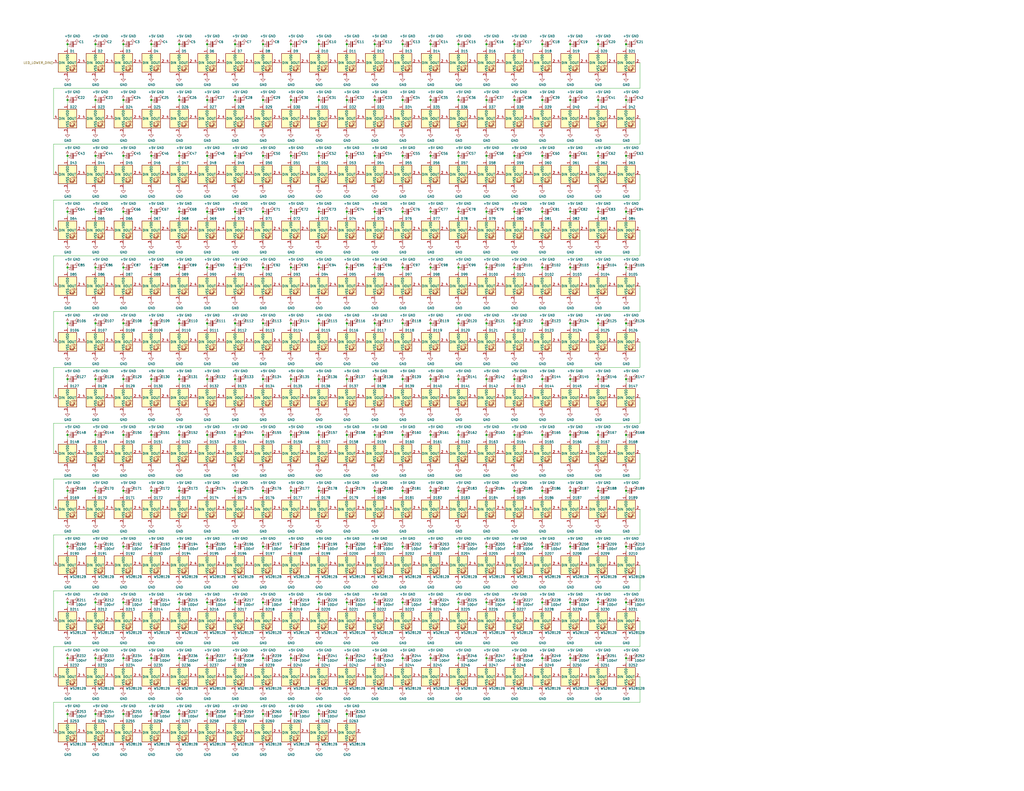
<source format=kicad_sch>
(kicad_sch (version 20211123) (generator eeschema)
  (paper "C")
  (junction (at 219.71 24.13))
  (junction (at 113.03 389.89))
  (junction (at 113.03 115.57))
  (junction (at 265.43 176.53))
  (junction (at 311.15 176.53))
  (junction (at 265.43 359.41))
  (junction (at 97.79 207.01))
  (junction (at 128.27 328.93))
  (junction (at 52.07 267.97))
  (junction (at 219.71 115.57))
  (junction (at 189.23 328.93))
  (junction (at 82.55 359.41))
  (junction (at 67.31 115.57))
  (junction (at 295.91 54.61))
  (junction (at 341.63 24.13))
  (junction (at 280.67 359.41))
  (junction (at 341.63 328.93))
  (junction (at 326.39 176.53))
  (junction (at 265.43 328.93))
  (junction (at 128.27 267.97))
  (junction (at 36.83 389.89))
  (junction (at 67.31 176.53))
  (junction (at 97.79 85.09))
  (junction (at 280.67 176.53))
  (junction (at 189.23 85.09))
  (junction (at 36.83 24.13))
  (junction (at 143.51 146.05))
  (junction (at 113.03 85.09))
  (junction (at 311.15 237.49))
  (junction (at 128.27 85.09))
  (junction (at 311.15 146.05))
  (junction (at 280.67 54.61))
  (junction (at 311.15 267.97))
  (junction (at 67.31 389.89))
  (junction (at 295.91 237.49))
  (junction (at 173.99 328.93))
  (junction (at 52.07 298.45))
  (junction (at 128.27 389.89))
  (junction (at 82.55 24.13))
  (junction (at 250.19 176.53))
  (junction (at 36.83 54.61))
  (junction (at 97.79 328.93))
  (junction (at 67.31 54.61))
  (junction (at 143.51 176.53))
  (junction (at 311.15 298.45))
  (junction (at 265.43 146.05))
  (junction (at 189.23 24.13))
  (junction (at 82.55 85.09))
  (junction (at 341.63 207.01))
  (junction (at 295.91 267.97))
  (junction (at 204.47 328.93))
  (junction (at 82.55 298.45))
  (junction (at 82.55 389.89))
  (junction (at 36.83 146.05))
  (junction (at 173.99 207.01))
  (junction (at 234.95 54.61))
  (junction (at 204.47 85.09))
  (junction (at 341.63 85.09))
  (junction (at 97.79 54.61))
  (junction (at 113.03 24.13))
  (junction (at 158.75 237.49))
  (junction (at 326.39 207.01))
  (junction (at 250.19 359.41))
  (junction (at 113.03 54.61))
  (junction (at 326.39 237.49))
  (junction (at 52.07 24.13))
  (junction (at 82.55 146.05))
  (junction (at 36.83 359.41))
  (junction (at 219.71 237.49))
  (junction (at 280.67 85.09))
  (junction (at 36.83 207.01))
  (junction (at 234.95 267.97))
  (junction (at 234.95 359.41))
  (junction (at 173.99 85.09))
  (junction (at 128.27 54.61))
  (junction (at 143.51 24.13))
  (junction (at 143.51 207.01))
  (junction (at 67.31 24.13))
  (junction (at 341.63 176.53))
  (junction (at 295.91 24.13))
  (junction (at 265.43 267.97))
  (junction (at 204.47 146.05))
  (junction (at 250.19 146.05))
  (junction (at 326.39 328.93))
  (junction (at 97.79 389.89))
  (junction (at 295.91 298.45))
  (junction (at 219.71 328.93))
  (junction (at 204.47 237.49))
  (junction (at 341.63 298.45))
  (junction (at 82.55 267.97))
  (junction (at 97.79 146.05))
  (junction (at 173.99 359.41))
  (junction (at 326.39 267.97))
  (junction (at 113.03 207.01))
  (junction (at 311.15 115.57))
  (junction (at 158.75 207.01))
  (junction (at 128.27 237.49))
  (junction (at 265.43 115.57))
  (junction (at 250.19 298.45))
  (junction (at 158.75 328.93))
  (junction (at 295.91 176.53))
  (junction (at 82.55 237.49))
  (junction (at 143.51 237.49))
  (junction (at 326.39 298.45))
  (junction (at 341.63 359.41))
  (junction (at 280.67 24.13))
  (junction (at 265.43 24.13))
  (junction (at 204.47 267.97))
  (junction (at 36.83 115.57))
  (junction (at 234.95 328.93))
  (junction (at 234.95 298.45))
  (junction (at 219.71 176.53))
  (junction (at 234.95 85.09))
  (junction (at 280.67 207.01))
  (junction (at 52.07 54.61))
  (junction (at 143.51 54.61))
  (junction (at 311.15 24.13))
  (junction (at 158.75 146.05))
  (junction (at 234.95 115.57))
  (junction (at 341.63 115.57))
  (junction (at 250.19 85.09))
  (junction (at 82.55 115.57))
  (junction (at 128.27 115.57))
  (junction (at 234.95 146.05))
  (junction (at 52.07 85.09))
  (junction (at 204.47 359.41))
  (junction (at 250.19 24.13))
  (junction (at 189.23 207.01))
  (junction (at 158.75 176.53))
  (junction (at 128.27 146.05))
  (junction (at 280.67 115.57))
  (junction (at 158.75 24.13))
  (junction (at 173.99 176.53))
  (junction (at 280.67 237.49))
  (junction (at 113.03 359.41))
  (junction (at 97.79 298.45))
  (junction (at 189.23 359.41))
  (junction (at 97.79 237.49))
  (junction (at 158.75 389.89))
  (junction (at 128.27 176.53))
  (junction (at 219.71 267.97))
  (junction (at 128.27 359.41))
  (junction (at 204.47 298.45))
  (junction (at 204.47 115.57))
  (junction (at 189.23 146.05))
  (junction (at 36.83 85.09))
  (junction (at 113.03 298.45))
  (junction (at 189.23 298.45))
  (junction (at 295.91 207.01))
  (junction (at 250.19 237.49))
  (junction (at 52.07 176.53))
  (junction (at 189.23 176.53))
  (junction (at 280.67 328.93))
  (junction (at 219.71 359.41))
  (junction (at 219.71 207.01))
  (junction (at 204.47 54.61))
  (junction (at 36.83 328.93))
  (junction (at 326.39 359.41))
  (junction (at 219.71 146.05))
  (junction (at 52.07 359.41))
  (junction (at 97.79 24.13))
  (junction (at 173.99 267.97))
  (junction (at 97.79 115.57))
  (junction (at 341.63 267.97))
  (junction (at 36.83 298.45))
  (junction (at 128.27 24.13))
  (junction (at 82.55 328.93))
  (junction (at 67.31 237.49))
  (junction (at 311.15 359.41))
  (junction (at 265.43 85.09))
  (junction (at 52.07 207.01))
  (junction (at 173.99 146.05))
  (junction (at 250.19 115.57))
  (junction (at 265.43 298.45))
  (junction (at 173.99 237.49))
  (junction (at 36.83 267.97))
  (junction (at 173.99 298.45))
  (junction (at 82.55 54.61))
  (junction (at 280.67 146.05))
  (junction (at 67.31 328.93))
  (junction (at 143.51 267.97))
  (junction (at 280.67 267.97))
  (junction (at 113.03 328.93))
  (junction (at 234.95 207.01))
  (junction (at 311.15 207.01))
  (junction (at 295.91 328.93))
  (junction (at 219.71 85.09))
  (junction (at 189.23 267.97))
  (junction (at 295.91 85.09))
  (junction (at 67.31 267.97))
  (junction (at 189.23 237.49))
  (junction (at 250.19 267.97))
  (junction (at 143.51 85.09))
  (junction (at 341.63 146.05))
  (junction (at 189.23 389.89))
  (junction (at 326.39 54.61))
  (junction (at 204.47 207.01))
  (junction (at 219.71 298.45))
  (junction (at 97.79 267.97))
  (junction (at 189.23 115.57))
  (junction (at 219.71 54.61))
  (junction (at 173.99 54.61))
  (junction (at 311.15 54.61))
  (junction (at 143.51 298.45))
  (junction (at 97.79 359.41))
  (junction (at 204.47 24.13))
  (junction (at 113.03 176.53))
  (junction (at 82.55 176.53))
  (junction (at 67.31 207.01))
  (junction (at 67.31 298.45))
  (junction (at 36.83 176.53))
  (junction (at 36.83 237.49))
  (junction (at 234.95 24.13))
  (junction (at 128.27 298.45))
  (junction (at 341.63 54.61))
  (junction (at 295.91 146.05))
  (junction (at 113.03 237.49))
  (junction (at 67.31 146.05))
  (junction (at 295.91 359.41))
  (junction (at 52.07 389.89))
  (junction (at 82.55 207.01))
  (junction (at 67.31 359.41))
  (junction (at 143.51 359.41))
  (junction (at 52.07 237.49))
  (junction (at 295.91 115.57))
  (junction (at 173.99 115.57))
  (junction (at 326.39 85.09))
  (junction (at 143.51 115.57))
  (junction (at 113.03 267.97))
  (junction (at 143.51 389.89))
  (junction (at 158.75 54.61))
  (junction (at 326.39 115.57))
  (junction (at 265.43 54.61))
  (junction (at 52.07 146.05))
  (junction (at 143.51 328.93))
  (junction (at 158.75 267.97))
  (junction (at 189.23 54.61))
  (junction (at 311.15 85.09))
  (junction (at 250.19 207.01))
  (junction (at 173.99 389.89))
  (junction (at 326.39 146.05))
  (junction (at 158.75 115.57))
  (junction (at 326.39 24.13))
  (junction (at 67.31 85.09))
  (junction (at 280.67 298.45))
  (junction (at 158.75 85.09))
  (junction (at 250.19 54.61))
  (junction (at 128.27 207.01))
  (junction (at 52.07 328.93))
  (junction (at 158.75 298.45))
  (junction (at 173.99 24.13))
  (junction (at 234.95 176.53))
  (junction (at 341.63 237.49))
  (junction (at 97.79 176.53))
  (junction (at 234.95 237.49))
  (junction (at 113.03 146.05))
  (junction (at 250.19 328.93))
  (junction (at 158.75 359.41))
  (junction (at 311.15 328.93))
  (junction (at 52.07 115.57))
  (junction (at 265.43 237.49))
  (junction (at 204.47 176.53))
  (junction (at 265.43 207.01))
  (wire (pts (xy 97.79 361.95) (xy 97.79 359.41)))
  (wire (pts (xy 29.21 383.54) (xy 349.25 383.54)))
  (wire (pts (xy 67.31 148.59) (xy 67.31 146.05)))
  (wire (pts (xy 189.23 392.43) (xy 189.23 389.89)))
  (wire (pts (xy 67.31 118.11) (xy 67.31 115.57)))
  (wire (pts (xy 295.91 300.99) (xy 295.91 298.45)))
  (wire (pts (xy 29.21 247.65) (xy 29.21 231.14)))
  (wire (pts (xy 311.15 240.03) (xy 311.15 237.49)))
  (wire (pts (xy 234.95 270.51) (xy 234.95 267.97)))
  (wire (pts (xy 234.95 300.99) (xy 234.95 298.45)))
  (wire (pts (xy 349.25 383.54) (xy 349.25 369.57)))
  (wire (pts (xy 326.39 179.07) (xy 326.39 176.53)))
  (wire (pts (xy 143.51 87.63) (xy 143.51 85.09)))
  (wire (pts (xy 82.55 179.07) (xy 82.55 176.53)))
  (wire (pts (xy 158.75 392.43) (xy 158.75 389.89)))
  (wire (pts (xy 265.43 26.67) (xy 265.43 24.13)))
  (wire (pts (xy 280.67 118.11) (xy 280.67 115.57)))
  (wire (pts (xy 326.39 240.03) (xy 326.39 237.49)))
  (wire (pts (xy 82.55 148.59) (xy 82.55 146.05)))
  (wire (pts (xy 128.27 209.55) (xy 128.27 207.01)))
  (wire (pts (xy 280.67 57.15) (xy 280.67 54.61)))
  (wire (pts (xy 158.75 300.99) (xy 158.75 298.45)))
  (wire (pts (xy 311.15 361.95) (xy 311.15 359.41)))
  (wire (pts (xy 204.47 300.99) (xy 204.47 298.45)))
  (wire (pts (xy 349.25 200.66) (xy 349.25 186.69)))
  (wire (pts (xy 219.71 331.47) (xy 219.71 328.93)))
  (wire (pts (xy 97.79 240.03) (xy 97.79 237.49)))
  (wire (pts (xy 341.63 209.55) (xy 341.63 207.01)))
  (wire (pts (xy 280.67 300.99) (xy 280.67 298.45)))
  (wire (pts (xy 189.23 118.11) (xy 189.23 115.57)))
  (wire (pts (xy 326.39 87.63) (xy 326.39 85.09)))
  (wire (pts (xy 234.95 179.07) (xy 234.95 176.53)))
  (wire (pts (xy 265.43 57.15) (xy 265.43 54.61)))
  (wire (pts (xy 349.25 261.62) (xy 349.25 247.65)))
  (wire (pts (xy 173.99 240.03) (xy 173.99 237.49)))
  (wire (pts (xy 82.55 57.15) (xy 82.55 54.61)))
  (wire (pts (xy 113.03 148.59) (xy 113.03 146.05)))
  (wire (pts (xy 29.21 322.58) (xy 349.25 322.58)))
  (wire (pts (xy 82.55 300.99) (xy 82.55 298.45)))
  (wire (pts (xy 341.63 26.67) (xy 341.63 24.13)))
  (wire (pts (xy 234.95 57.15) (xy 234.95 54.61)))
  (wire (pts (xy 36.83 118.11) (xy 36.83 115.57)))
  (wire (pts (xy 29.21 200.66) (xy 349.25 200.66)))
  (wire (pts (xy 52.07 209.55) (xy 52.07 207.01)))
  (wire (pts (xy 36.83 148.59) (xy 36.83 146.05)))
  (wire (pts (xy 52.07 300.99) (xy 52.07 298.45)))
  (wire (pts (xy 143.51 179.07) (xy 143.51 176.53)))
  (wire (pts (xy 29.21 353.06) (xy 349.25 353.06)))
  (wire (pts (xy 52.07 240.03) (xy 52.07 237.49)))
  (wire (pts (xy 341.63 270.51) (xy 341.63 267.97)))
  (wire (pts (xy 189.23 26.67) (xy 189.23 24.13)))
  (wire (pts (xy 158.75 87.63) (xy 158.75 85.09)))
  (wire (pts (xy 280.67 361.95) (xy 280.67 359.41)))
  (wire (pts (xy 326.39 148.59) (xy 326.39 146.05)))
  (wire (pts (xy 113.03 240.03) (xy 113.03 237.49)))
  (wire (pts (xy 326.39 118.11) (xy 326.39 115.57)))
  (wire (pts (xy 158.75 209.55) (xy 158.75 207.01)))
  (wire (pts (xy 29.21 400.05) (xy 29.21 383.54)))
  (wire (pts (xy 82.55 270.51) (xy 82.55 267.97)))
  (wire (pts (xy 295.91 331.47) (xy 295.91 328.93)))
  (wire (pts (xy 250.19 300.99) (xy 250.19 298.45)))
  (wire (pts (xy 326.39 331.47) (xy 326.39 328.93)))
  (wire (pts (xy 128.27 57.15) (xy 128.27 54.61)))
  (wire (pts (xy 143.51 331.47) (xy 143.51 328.93)))
  (wire (pts (xy 295.91 179.07) (xy 295.91 176.53)))
  (wire (pts (xy 250.19 361.95) (xy 250.19 359.41)))
  (wire (pts (xy 67.31 179.07) (xy 67.31 176.53)))
  (wire (pts (xy 97.79 331.47) (xy 97.79 328.93)))
  (wire (pts (xy 311.15 26.67) (xy 311.15 24.13)))
  (wire (pts (xy 234.95 331.47) (xy 234.95 328.93)))
  (wire (pts (xy 219.71 179.07) (xy 219.71 176.53)))
  (wire (pts (xy 189.23 148.59) (xy 189.23 146.05)))
  (wire (pts (xy 97.79 209.55) (xy 97.79 207.01)))
  (wire (pts (xy 265.43 270.51) (xy 265.43 267.97)))
  (wire (pts (xy 265.43 240.03) (xy 265.43 237.49)))
  (wire (pts (xy 173.99 118.11) (xy 173.99 115.57)))
  (wire (pts (xy 113.03 270.51) (xy 113.03 267.97)))
  (wire (pts (xy 143.51 361.95) (xy 143.51 359.41)))
  (wire (pts (xy 219.71 57.15) (xy 219.71 54.61)))
  (wire (pts (xy 326.39 300.99) (xy 326.39 298.45)))
  (wire (pts (xy 143.51 270.51) (xy 143.51 267.97)))
  (wire (pts (xy 234.95 118.11) (xy 234.95 115.57)))
  (wire (pts (xy 52.07 57.15) (xy 52.07 54.61)))
  (wire (pts (xy 250.19 148.59) (xy 250.19 146.05)))
  (wire (pts (xy 265.43 300.99) (xy 265.43 298.45)))
  (wire (pts (xy 97.79 300.99) (xy 97.79 298.45)))
  (wire (pts (xy 265.43 118.11) (xy 265.43 115.57)))
  (wire (pts (xy 219.71 361.95) (xy 219.71 359.41)))
  (wire (pts (xy 204.47 148.59) (xy 204.47 146.05)))
  (wire (pts (xy 234.95 361.95) (xy 234.95 359.41)))
  (wire (pts (xy 204.47 331.47) (xy 204.47 328.93)))
  (wire (pts (xy 189.23 87.63) (xy 189.23 85.09)))
  (wire (pts (xy 219.71 300.99) (xy 219.71 298.45)))
  (wire (pts (xy 29.21 278.13) (xy 29.21 261.62)))
  (wire (pts (xy 189.23 209.55) (xy 189.23 207.01)))
  (wire (pts (xy 280.67 87.63) (xy 280.67 85.09)))
  (wire (pts (xy 29.21 170.18) (xy 349.25 170.18)))
  (wire (pts (xy 29.21 125.73) (xy 29.21 109.22)))
  (wire (pts (xy 128.27 361.95) (xy 128.27 359.41)))
  (wire (pts (xy 97.79 26.67) (xy 97.79 24.13)))
  (wire (pts (xy 67.31 57.15) (xy 67.31 54.61)))
  (wire (pts (xy 204.47 26.67) (xy 204.47 24.13)))
  (wire (pts (xy 67.31 270.51) (xy 67.31 267.97)))
  (wire (pts (xy 67.31 331.47) (xy 67.31 328.93)))
  (wire (pts (xy 265.43 148.59) (xy 265.43 146.05)))
  (wire (pts (xy 29.21 139.7) (xy 349.25 139.7)))
  (wire (pts (xy 189.23 179.07) (xy 189.23 176.53)))
  (wire (pts (xy 173.99 148.59) (xy 173.99 146.05)))
  (wire (pts (xy 113.03 179.07) (xy 113.03 176.53)))
  (wire (pts (xy 189.23 57.15) (xy 189.23 54.61)))
  (wire (pts (xy 265.43 179.07) (xy 265.43 176.53)))
  (wire (pts (xy 52.07 331.47) (xy 52.07 328.93)))
  (wire (pts (xy 280.67 26.67) (xy 280.67 24.13)))
  (wire (pts (xy 341.63 331.47) (xy 341.63 328.93)))
  (wire (pts (xy 311.15 331.47) (xy 311.15 328.93)))
  (wire (pts (xy 82.55 118.11) (xy 82.55 115.57)))
  (wire (pts (xy 189.23 331.47) (xy 189.23 328.93)))
  (wire (pts (xy 295.91 361.95) (xy 295.91 359.41)))
  (wire (pts (xy 173.99 270.51) (xy 173.99 267.97)))
  (wire (pts (xy 204.47 270.51) (xy 204.47 267.97)))
  (wire (pts (xy 326.39 270.51) (xy 326.39 267.97)))
  (wire (pts (xy 280.67 148.59) (xy 280.67 146.05)))
  (wire (pts (xy 280.67 179.07) (xy 280.67 176.53)))
  (wire (pts (xy 311.15 87.63) (xy 311.15 85.09)))
  (wire (pts (xy 29.21 261.62) (xy 349.25 261.62)))
  (wire (pts (xy 36.83 392.43) (xy 36.83 389.89)))
  (wire (pts (xy 52.07 87.63) (xy 52.07 85.09)))
  (wire (pts (xy 52.07 361.95) (xy 52.07 359.41)))
  (wire (pts (xy 52.07 26.67) (xy 52.07 24.13)))
  (wire (pts (xy 29.21 217.17) (xy 29.21 200.66)))
  (wire (pts (xy 341.63 179.07) (xy 341.63 176.53)))
  (wire (pts (xy 158.75 240.03) (xy 158.75 237.49)))
  (wire (pts (xy 113.03 57.15) (xy 113.03 54.61)))
  (wire (pts (xy 29.21 369.57) (xy 29.21 353.06)))
  (wire (pts (xy 82.55 87.63) (xy 82.55 85.09)))
  (wire (pts (xy 250.19 209.55) (xy 250.19 207.01)))
  (wire (pts (xy 36.83 361.95) (xy 36.83 359.41)))
  (wire (pts (xy 234.95 240.03) (xy 234.95 237.49)))
  (wire (pts (xy 311.15 209.55) (xy 311.15 207.01)))
  (wire (pts (xy 158.75 361.95) (xy 158.75 359.41)))
  (wire (pts (xy 265.43 331.47) (xy 265.43 328.93)))
  (wire (pts (xy 29.21 95.25) (xy 29.21 78.74)))
  (wire (pts (xy 29.21 186.69) (xy 29.21 170.18)))
  (wire (pts (xy 143.51 240.03) (xy 143.51 237.49)))
  (wire (pts (xy 341.63 57.15) (xy 341.63 54.61)))
  (wire (pts (xy 265.43 87.63) (xy 265.43 85.09)))
  (wire (pts (xy 128.27 26.67) (xy 128.27 24.13)))
  (wire (pts (xy 67.31 209.55) (xy 67.31 207.01)))
  (wire (pts (xy 349.25 231.14) (xy 349.25 217.17)))
  (wire (pts (xy 128.27 87.63) (xy 128.27 85.09)))
  (wire (pts (xy 128.27 331.47) (xy 128.27 328.93)))
  (wire (pts (xy 280.67 209.55) (xy 280.67 207.01)))
  (wire (pts (xy 67.31 392.43) (xy 67.31 389.89)))
  (wire (pts (xy 219.71 118.11) (xy 219.71 115.57)))
  (wire (pts (xy 204.47 118.11) (xy 204.47 115.57)))
  (wire (pts (xy 36.83 300.99) (xy 36.83 298.45)))
  (wire (pts (xy 219.71 87.63) (xy 219.71 85.09)))
  (wire (pts (xy 341.63 240.03) (xy 341.63 237.49)))
  (wire (pts (xy 97.79 118.11) (xy 97.79 115.57)))
  (wire (pts (xy 311.15 300.99) (xy 311.15 298.45)))
  (wire (pts (xy 311.15 148.59) (xy 311.15 146.05)))
  (wire (pts (xy 349.25 78.74) (xy 349.25 64.77)))
  (wire (pts (xy 67.31 87.63) (xy 67.31 85.09)))
  (wire (pts (xy 113.03 118.11) (xy 113.03 115.57)))
  (wire (pts (xy 204.47 240.03) (xy 204.47 237.49)))
  (wire (pts (xy 204.47 209.55) (xy 204.47 207.01)))
  (wire (pts (xy 349.25 139.7) (xy 349.25 125.73)))
  (wire (pts (xy 349.25 48.26) (xy 349.25 34.29)))
  (wire (pts (xy 97.79 392.43) (xy 97.79 389.89)))
  (wire (pts (xy 250.19 331.47) (xy 250.19 328.93)))
  (wire (pts (xy 113.03 331.47) (xy 113.03 328.93)))
  (wire (pts (xy 280.67 240.03) (xy 280.67 237.49)))
  (wire (pts (xy 234.95 209.55) (xy 234.95 207.01)))
  (wire (pts (xy 143.51 300.99) (xy 143.51 298.45)))
  (wire (pts (xy 204.47 179.07) (xy 204.47 176.53)))
  (wire (pts (xy 143.51 392.43) (xy 143.51 389.89)))
  (wire (pts (xy 36.83 26.67) (xy 36.83 24.13)))
  (wire (pts (xy 29.21 156.21) (xy 29.21 139.7)))
  (wire (pts (xy 36.83 179.07) (xy 36.83 176.53)))
  (wire (pts (xy 36.83 240.03) (xy 36.83 237.49)))
  (wire (pts (xy 113.03 26.67) (xy 113.03 24.13)))
  (wire (pts (xy 295.91 209.55) (xy 295.91 207.01)))
  (wire (pts (xy 295.91 148.59) (xy 295.91 146.05)))
  (wire (pts (xy 250.19 87.63) (xy 250.19 85.09)))
  (wire (pts (xy 341.63 118.11) (xy 341.63 115.57)))
  (wire (pts (xy 82.55 26.67) (xy 82.55 24.13)))
  (wire (pts (xy 295.91 87.63) (xy 295.91 85.09)))
  (wire (pts (xy 52.07 392.43) (xy 52.07 389.89)))
  (wire (pts (xy 67.31 240.03) (xy 67.31 237.49)))
  (wire (pts (xy 250.19 179.07) (xy 250.19 176.53)))
  (wire (pts (xy 265.43 209.55) (xy 265.43 207.01)))
  (wire (pts (xy 234.95 87.63) (xy 234.95 85.09)))
  (wire (pts (xy 349.25 322.58) (xy 349.25 308.61)))
  (wire (pts (xy 128.27 240.03) (xy 128.27 237.49)))
  (wire (pts (xy 97.79 270.51) (xy 97.79 267.97)))
  (wire (pts (xy 158.75 118.11) (xy 158.75 115.57)))
  (wire (pts (xy 250.19 240.03) (xy 250.19 237.49)))
  (wire (pts (xy 52.07 118.11) (xy 52.07 115.57)))
  (wire (pts (xy 204.47 57.15) (xy 204.47 54.61)))
  (wire (pts (xy 128.27 118.11) (xy 128.27 115.57)))
  (wire (pts (xy 326.39 57.15) (xy 326.39 54.61)))
  (wire (pts (xy 29.21 109.22) (xy 349.25 109.22)))
  (wire (pts (xy 97.79 179.07) (xy 97.79 176.53)))
  (wire (pts (xy 326.39 209.55) (xy 326.39 207.01)))
  (wire (pts (xy 219.71 270.51) (xy 219.71 267.97)))
  (wire (pts (xy 173.99 361.95) (xy 173.99 359.41)))
  (wire (pts (xy 113.03 209.55) (xy 113.03 207.01)))
  (wire (pts (xy 29.21 64.77) (xy 29.21 48.26)))
  (wire (pts (xy 82.55 331.47) (xy 82.55 328.93)))
  (wire (pts (xy 113.03 87.63) (xy 113.03 85.09)))
  (wire (pts (xy 36.83 209.55) (xy 36.83 207.01)))
  (wire (pts (xy 52.07 179.07) (xy 52.07 176.53)))
  (wire (pts (xy 204.47 87.63) (xy 204.47 85.09)))
  (wire (pts (xy 280.67 331.47) (xy 280.67 328.93)))
  (wire (pts (xy 36.83 331.47) (xy 36.83 328.93)))
  (wire (pts (xy 295.91 26.67) (xy 295.91 24.13)))
  (wire (pts (xy 128.27 179.07) (xy 128.27 176.53)))
  (wire (pts (xy 311.15 179.07) (xy 311.15 176.53)))
  (wire (pts (xy 113.03 300.99) (xy 113.03 298.45)))
  (wire (pts (xy 173.99 331.47) (xy 173.99 328.93)))
  (wire (pts (xy 349.25 170.18) (xy 349.25 156.21)))
  (wire (pts (xy 341.63 87.63) (xy 341.63 85.09)))
  (wire (pts (xy 82.55 240.03) (xy 82.55 237.49)))
  (wire (pts (xy 349.25 353.06) (xy 349.25 339.09)))
  (wire (pts (xy 295.91 240.03) (xy 295.91 237.49)))
  (wire (pts (xy 219.71 148.59) (xy 219.71 146.05)))
  (wire (pts (xy 173.99 209.55) (xy 173.99 207.01)))
  (wire (pts (xy 295.91 118.11) (xy 295.91 115.57)))
  (wire (pts (xy 234.95 26.67) (xy 234.95 24.13)))
  (wire (pts (xy 67.31 26.67) (xy 67.31 24.13)))
  (wire (pts (xy 204.47 361.95) (xy 204.47 359.41)))
  (wire (pts (xy 158.75 270.51) (xy 158.75 267.97)))
  (wire (pts (xy 29.21 78.74) (xy 349.25 78.74)))
  (wire (pts (xy 113.03 392.43) (xy 113.03 389.89)))
  (wire (pts (xy 173.99 300.99) (xy 173.99 298.45)))
  (wire (pts (xy 173.99 26.67) (xy 173.99 24.13)))
  (wire (pts (xy 326.39 26.67) (xy 326.39 24.13)))
  (wire (pts (xy 189.23 240.03) (xy 189.23 237.49)))
  (wire (pts (xy 158.75 57.15) (xy 158.75 54.61)))
  (wire (pts (xy 52.07 148.59) (xy 52.07 146.05)))
  (wire (pts (xy 97.79 148.59) (xy 97.79 146.05)))
  (wire (pts (xy 36.83 270.51) (xy 36.83 267.97)))
  (wire (pts (xy 128.27 300.99) (xy 128.27 298.45)))
  (wire (pts (xy 250.19 26.67) (xy 250.19 24.13)))
  (wire (pts (xy 29.21 308.61) (xy 29.21 292.1)))
  (wire (pts (xy 36.83 87.63) (xy 36.83 85.09)))
  (wire (pts (xy 143.51 26.67) (xy 143.51 24.13)))
  (wire (pts (xy 29.21 48.26) (xy 349.25 48.26)))
  (wire (pts (xy 128.27 270.51) (xy 128.27 267.97)))
  (wire (pts (xy 97.79 57.15) (xy 97.79 54.61)))
  (wire (pts (xy 311.15 57.15) (xy 311.15 54.61)))
  (wire (pts (xy 311.15 118.11) (xy 311.15 115.57)))
  (wire (pts (xy 113.03 361.95) (xy 113.03 359.41)))
  (wire (pts (xy 158.75 26.67) (xy 158.75 24.13)))
  (wire (pts (xy 67.31 300.99) (xy 67.31 298.45)))
  (wire (pts (xy 295.91 57.15) (xy 295.91 54.61)))
  (wire (pts (xy 341.63 300.99) (xy 341.63 298.45)))
  (wire (pts (xy 349.25 109.22) (xy 349.25 95.25)))
  (wire (pts (xy 250.19 57.15) (xy 250.19 54.61)))
  (wire (pts (xy 189.23 361.95) (xy 189.23 359.41)))
  (wire (pts (xy 219.71 26.67) (xy 219.71 24.13)))
  (wire (pts (xy 173.99 57.15) (xy 173.99 54.61)))
  (wire (pts (xy 52.07 270.51) (xy 52.07 267.97)))
  (wire (pts (xy 189.23 270.51) (xy 189.23 267.97)))
  (wire (pts (xy 128.27 392.43) (xy 128.27 389.89)))
  (wire (pts (xy 250.19 270.51) (xy 250.19 267.97)))
  (wire (pts (xy 173.99 392.43) (xy 173.99 389.89)))
  (wire (pts (xy 29.21 231.14) (xy 349.25 231.14)))
  (wire (pts (xy 311.15 270.51) (xy 311.15 267.97)))
  (wire (pts (xy 250.19 118.11) (xy 250.19 115.57)))
  (wire (pts (xy 82.55 209.55) (xy 82.55 207.01)))
  (wire (pts (xy 341.63 361.95) (xy 341.63 359.41)))
  (wire (pts (xy 280.67 270.51) (xy 280.67 267.97)))
  (wire (pts (xy 173.99 179.07) (xy 173.99 176.53)))
  (wire (pts (xy 29.21 292.1) (xy 349.25 292.1)))
  (wire (pts (xy 219.71 240.03) (xy 219.71 237.49)))
  (wire (pts (xy 158.75 331.47) (xy 158.75 328.93)))
  (wire (pts (xy 82.55 361.95) (xy 82.55 359.41)))
  (wire (pts (xy 143.51 57.15) (xy 143.51 54.61)))
  (wire (pts (xy 143.51 148.59) (xy 143.51 146.05)))
  (wire (pts (xy 143.51 118.11) (xy 143.51 115.57)))
  (wire (pts (xy 128.27 148.59) (xy 128.27 146.05)))
  (wire (pts (xy 143.51 209.55) (xy 143.51 207.01)))
  (wire (pts (xy 82.55 392.43) (xy 82.55 389.89)))
  (wire (pts (xy 265.43 361.95) (xy 265.43 359.41)))
  (wire (pts (xy 189.23 300.99) (xy 189.23 298.45)))
  (wire (pts (xy 173.99 87.63) (xy 173.99 85.09)))
  (wire (pts (xy 219.71 209.55) (xy 219.71 207.01)))
  (wire (pts (xy 158.75 148.59) (xy 158.75 146.05)))
  (wire (pts (xy 67.31 361.95) (xy 67.31 359.41)))
  (wire (pts (xy 349.25 292.1) (xy 349.25 278.13)))
  (wire (pts (xy 97.79 87.63) (xy 97.79 85.09)))
  (wire (pts (xy 36.83 57.15) (xy 36.83 54.61)))
  (wire (pts (xy 326.39 361.95) (xy 326.39 359.41)))
  (wire (pts (xy 234.95 148.59) (xy 234.95 146.05)))
  (wire (pts (xy 341.63 148.59) (xy 341.63 146.05)))
  (wire (pts (xy 158.75 179.07) (xy 158.75 176.53)))
  (wire (pts (xy 29.21 322.58) (xy 29.21 339.09)))
  (wire (pts (xy 295.91 270.51) (xy 295.91 267.97)))
  (hierarchical_label "LED_LOWER_DIN" (shape input) (at 29.21 34.29 180))
  (symbol (lib_id "LED:WS2812B") (at 36.83 34.29 0) (unit 1)
    (property "Reference" "D1" (at 38.1 27.94 0) (effects (justify left)))
    (property "Datasheet" "https://cdn-shop.adafruit.com/datasheets/WS2812B.pdf" (effects hide))
  )
  (symbol (lib_id "power:GND") (at 36.83 41.91 0) (unit 1)
    (property "Reference" "#PWR043" (effects hide))
  )
  (symbol (lib_id "power:+5V") (at 36.83 24.13 0) (unit 1)
    (property "Reference" "#PWR01" (effects hide))
  )
  (symbol (lib_id "power:GND") (at 41.91 24.13 180) (unit 1)
    (property "Reference" "#PWR02" (effects hide))
  )
  (symbol (lib_id "ludeled-rescue:CP_Small-Device") (at 39.37 24.13 90) (unit 1)
    (property "Reference" "C1" (at 44.45 22.86 90))
  )
  (symbol (lib_id "LED:WS2812B") (at 52.07 34.29 0) (unit 1)
    (property "Reference" "D2" (at 53.34 27.94 0) (effects (justify left)))
    (property "Datasheet" "https://cdn-shop.adafruit.com/datasheets/WS2812B.pdf" (effects hide))
  )
  (symbol (lib_id "power:GND") (at 52.07 41.91 0) (unit 1)
    (property "Reference" "#PWR044" (effects hide))
  )
  (symbol (lib_id "power:+5V") (at 52.07 24.13 0) (unit 1)
    (property "Reference" "#PWR03" (effects hide))
  )
  (symbol (lib_id "power:GND") (at 57.15 24.13 180) (unit 1)
    (property "Reference" "#PWR04" (effects hide))
  )
  (symbol (lib_id "ludeled-rescue:CP_Small-Device") (at 54.61 24.13 90) (unit 1)
    (property "Reference" "C2" (at 59.69 22.86 90))
  )
  (symbol (lib_id "LED:WS2812B") (at 67.31 34.29 0) (unit 1)
    (property "Reference" "D3" (at 68.58 27.94 0) (effects (justify left)))
    (property "Datasheet" "https://cdn-shop.adafruit.com/datasheets/WS2812B.pdf" (effects hide))
  )
  (symbol (lib_id "power:GND") (at 67.31 41.91 0) (unit 1)
    (property "Reference" "#PWR045" (effects hide))
  )
  (symbol (lib_id "power:+5V") (at 67.31 24.13 0) (unit 1)
    (property "Reference" "#PWR05" (effects hide))
  )
  (symbol (lib_id "power:GND") (at 72.39 24.13 180) (unit 1)
    (property "Reference" "#PWR06" (effects hide))
  )
  (symbol (lib_id "ludeled-rescue:CP_Small-Device") (at 69.85 24.13 90) (unit 1)
    (property "Reference" "C3" (at 74.93 22.86 90))
  )
  (symbol (lib_id "LED:WS2812B") (at 82.55 34.29 0) (unit 1)
    (property "Reference" "D4" (at 83.82 27.94 0) (effects (justify left)))
    (property "Datasheet" "https://cdn-shop.adafruit.com/datasheets/WS2812B.pdf" (effects hide))
  )
  (symbol (lib_id "power:GND") (at 82.55 41.91 0) (unit 1)
    (property "Reference" "#PWR046" (effects hide))
  )
  (symbol (lib_id "power:+5V") (at 82.55 24.13 0) (unit 1)
    (property "Reference" "#PWR07" (effects hide))
  )
  (symbol (lib_id "power:GND") (at 87.63 24.13 180) (unit 1)
    (property "Reference" "#PWR08" (effects hide))
  )
  (symbol (lib_id "ludeled-rescue:CP_Small-Device") (at 85.09 24.13 90) (unit 1)
    (property "Reference" "C4" (at 90.17 22.86 90))
  )
  (symbol (lib_id "LED:WS2812B") (at 97.79 34.29 0) (unit 1)
    (property "Reference" "D5" (at 99.06 27.94 0) (effects (justify left)))
    (property "Datasheet" "https://cdn-shop.adafruit.com/datasheets/WS2812B.pdf" (effects hide))
  )
  (symbol (lib_id "power:GND") (at 97.79 41.91 0) (unit 1)
    (property "Reference" "#PWR047" (effects hide))
  )
  (symbol (lib_id "power:+5V") (at 97.79 24.13 0) (unit 1)
    (property "Reference" "#PWR09" (effects hide))
  )
  (symbol (lib_id "power:GND") (at 102.87 24.13 180) (unit 1)
    (property "Reference" "#PWR010" (effects hide))
  )
  (symbol (lib_id "ludeled-rescue:CP_Small-Device") (at 100.33 24.13 90) (unit 1)
    (property "Reference" "C5" (at 105.41 22.86 90))
  )
  (symbol (lib_id "LED:WS2812B") (at 113.03 34.29 0) (unit 1)
    (property "Reference" "D6" (at 114.3 27.94 0) (effects (justify left)))
    (property "Datasheet" "https://cdn-shop.adafruit.com/datasheets/WS2812B.pdf" (effects hide))
  )
  (symbol (lib_id "power:GND") (at 113.03 41.91 0) (unit 1)
    (property "Reference" "#PWR048" (effects hide))
  )
  (symbol (lib_id "power:+5V") (at 113.03 24.13 0) (unit 1)
    (property "Reference" "#PWR011" (effects hide))
  )
  (symbol (lib_id "power:GND") (at 118.11 24.13 180) (unit 1)
    (property "Reference" "#PWR012" (effects hide))
  )
  (symbol (lib_id "ludeled-rescue:CP_Small-Device") (at 115.57 24.13 90) (unit 1)
    (property "Reference" "C6" (at 120.65 22.86 90))
  )
  (symbol (lib_id "LED:WS2812B") (at 128.27 34.29 0) (unit 1)
    (property "Reference" "D7" (at 129.54 27.94 0) (effects (justify left)))
    (property "Datasheet" "https://cdn-shop.adafruit.com/datasheets/WS2812B.pdf" (effects hide))
  )
  (symbol (lib_id "power:GND") (at 128.27 41.91 0) (unit 1)
    (property "Reference" "#PWR049" (effects hide))
  )
  (symbol (lib_id "power:+5V") (at 128.27 24.13 0) (unit 1)
    (property "Reference" "#PWR013" (effects hide))
  )
  (symbol (lib_id "power:GND") (at 133.35 24.13 180) (unit 1)
    (property "Reference" "#PWR014" (effects hide))
  )
  (symbol (lib_id "ludeled-rescue:CP_Small-Device") (at 130.81 24.13 90) (unit 1)
    (property "Reference" "C7" (at 135.89 22.86 90))
  )
  (symbol (lib_id "LED:WS2812B") (at 143.51 34.29 0) (unit 1)
    (property "Reference" "D8" (at 144.78 27.94 0) (effects (justify left)))
    (property "Datasheet" "https://cdn-shop.adafruit.com/datasheets/WS2812B.pdf" (effects hide))
  )
  (symbol (lib_id "power:GND") (at 143.51 41.91 0) (unit 1)
    (property "Reference" "#PWR050" (effects hide))
  )
  (symbol (lib_id "power:+5V") (at 143.51 24.13 0) (unit 1)
    (property "Reference" "#PWR015" (effects hide))
  )
  (symbol (lib_id "power:GND") (at 148.59 24.13 180) (unit 1)
    (property "Reference" "#PWR016" (effects hide))
  )
  (symbol (lib_id "ludeled-rescue:CP_Small-Device") (at 146.05 24.13 90) (unit 1)
    (property "Reference" "C8" (at 151.13 22.86 90))
  )
  (symbol (lib_id "LED:WS2812B") (at 158.75 34.29 0) (unit 1)
    (property "Reference" "D9" (at 160.02 27.94 0) (effects (justify left)))
    (property "Datasheet" "https://cdn-shop.adafruit.com/datasheets/WS2812B.pdf" (effects hide))
  )
  (symbol (lib_id "power:GND") (at 158.75 41.91 0) (unit 1)
    (property "Reference" "#PWR051" (effects hide))
  )
  (symbol (lib_id "power:+5V") (at 158.75 24.13 0) (unit 1)
    (property "Reference" "#PWR017" (effects hide))
  )
  (symbol (lib_id "power:GND") (at 163.83 24.13 180) (unit 1)
    (property "Reference" "#PWR018" (effects hide))
  )
  (symbol (lib_id "ludeled-rescue:CP_Small-Device") (at 161.29 24.13 90) (unit 1)
    (property "Reference" "C9" (at 166.37 22.86 90))
  )
  (symbol (lib_id "LED:WS2812B") (at 173.99 34.29 0) (unit 1)
    (property "Reference" "D10" (at 175.26 27.94 0) (effects (justify left)))
    (property "Datasheet" "https://cdn-shop.adafruit.com/datasheets/WS2812B.pdf" (effects hide))
  )
  (symbol (lib_id "power:GND") (at 173.99 41.91 0) (unit 1)
    (property "Reference" "#PWR052" (effects hide))
  )
  (symbol (lib_id "power:+5V") (at 173.99 24.13 0) (unit 1)
    (property "Reference" "#PWR019" (effects hide))
  )
  (symbol (lib_id "power:GND") (at 179.07 24.13 180) (unit 1)
    (property "Reference" "#PWR020" (effects hide))
  )
  (symbol (lib_id "ludeled-rescue:CP_Small-Device") (at 176.53 24.13 90) (unit 1)
    (property "Reference" "C10" (at 181.61 22.86 90))
  )
  (symbol (lib_id "LED:WS2812B") (at 189.23 34.29 0) (unit 1)
    (property "Reference" "D11" (at 190.5 27.94 0) (effects (justify left)))
    (property "Datasheet" "https://cdn-shop.adafruit.com/datasheets/WS2812B.pdf" (effects hide))
  )
  (symbol (lib_id "power:GND") (at 189.23 41.91 0) (unit 1)
    (property "Reference" "#PWR053" (effects hide))
  )
  (symbol (lib_id "power:+5V") (at 189.23 24.13 0) (unit 1)
    (property "Reference" "#PWR021" (effects hide))
  )
  (symbol (lib_id "power:GND") (at 194.31 24.13 180) (unit 1)
    (property "Reference" "#PWR022" (effects hide))
  )
  (symbol (lib_id "ludeled-rescue:CP_Small-Device") (at 191.77 24.13 90) (unit 1)
    (property "Reference" "C11" (at 196.85 22.86 90))
  )
  (symbol (lib_id "LED:WS2812B") (at 204.47 34.29 0) (unit 1)
    (property "Reference" "D12" (at 205.74 27.94 0) (effects (justify left)))
    (property "Datasheet" "https://cdn-shop.adafruit.com/datasheets/WS2812B.pdf" (effects hide))
  )
  (symbol (lib_id "power:GND") (at 204.47 41.91 0) (unit 1)
    (property "Reference" "#PWR054" (effects hide))
  )
  (symbol (lib_id "power:+5V") (at 204.47 24.13 0) (unit 1)
    (property "Reference" "#PWR023" (effects hide))
  )
  (symbol (lib_id "power:GND") (at 209.55 24.13 180) (unit 1)
    (property "Reference" "#PWR024" (effects hide))
  )
  (symbol (lib_id "ludeled-rescue:CP_Small-Device") (at 207.01 24.13 90) (unit 1)
    (property "Reference" "C12" (at 212.09 22.86 90))
  )
  (symbol (lib_id "LED:WS2812B") (at 219.71 34.29 0) (unit 1)
    (property "Reference" "D13" (at 220.98 27.94 0) (effects (justify left)))
    (property "Datasheet" "https://cdn-shop.adafruit.com/datasheets/WS2812B.pdf" (effects hide))
  )
  (symbol (lib_id "power:GND") (at 219.71 41.91 0) (unit 1)
    (property "Reference" "#PWR055" (effects hide))
  )
  (symbol (lib_id "power:+5V") (at 219.71 24.13 0) (unit 1)
    (property "Reference" "#PWR025" (effects hide))
  )
  (symbol (lib_id "power:GND") (at 224.79 24.13 180) (unit 1)
    (property "Reference" "#PWR026" (effects hide))
  )
  (symbol (lib_id "ludeled-rescue:CP_Small-Device") (at 222.25 24.13 90) (unit 1)
    (property "Reference" "C13" (at 227.33 22.86 90))
  )
  (symbol (lib_id "LED:WS2812B") (at 234.95 34.29 0) (unit 1)
    (property "Reference" "D14" (at 236.22 27.94 0) (effects (justify left)))
    (property "Datasheet" "https://cdn-shop.adafruit.com/datasheets/WS2812B.pdf" (effects hide))
  )
  (symbol (lib_id "power:GND") (at 234.95 41.91 0) (unit 1)
    (property "Reference" "#PWR056" (effects hide))
  )
  (symbol (lib_id "power:+5V") (at 234.95 24.13 0) (unit 1)
    (property "Reference" "#PWR027" (effects hide))
  )
  (symbol (lib_id "power:GND") (at 240.03 24.13 180) (unit 1)
    (property "Reference" "#PWR028" (effects hide))
  )
  (symbol (lib_id "ludeled-rescue:CP_Small-Device") (at 237.49 24.13 90) (unit 1)
    (property "Reference" "C14" (at 242.57 22.86 90))
  )
  (symbol (lib_id "LED:WS2812B") (at 250.19 34.29 0) (unit 1)
    (property "Reference" "D15" (at 251.46 27.94 0) (effects (justify left)))
    (property "Datasheet" "https://cdn-shop.adafruit.com/datasheets/WS2812B.pdf" (effects hide))
  )
  (symbol (lib_id "power:GND") (at 250.19 41.91 0) (unit 1)
    (property "Reference" "#PWR057" (effects hide))
  )
  (symbol (lib_id "power:+5V") (at 250.19 24.13 0) (unit 1)
    (property "Reference" "#PWR029" (effects hide))
  )
  (symbol (lib_id "power:GND") (at 255.27 24.13 180) (unit 1)
    (property "Reference" "#PWR030" (effects hide))
  )
  (symbol (lib_id "ludeled-rescue:CP_Small-Device") (at 252.73 24.13 90) (unit 1)
    (property "Reference" "C15" (at 257.81 22.86 90))
  )
  (symbol (lib_id "LED:WS2812B") (at 36.83 64.77 0) (unit 1)
    (property "Reference" "D22" (at 38.1 58.42 0) (effects (justify left)))
    (property "Datasheet" "https://cdn-shop.adafruit.com/datasheets/WS2812B.pdf" (effects hide))
  )
  (symbol (lib_id "power:GND") (at 36.83 72.39 0) (unit 1)
    (property "Reference" "#PWR0106" (effects hide))
  )
  (symbol (lib_id "power:+5V") (at 36.83 54.61 0) (unit 1)
    (property "Reference" "#PWR064" (effects hide))
  )
  (symbol (lib_id "power:GND") (at 41.91 54.61 180) (unit 1)
    (property "Reference" "#PWR065" (effects hide))
  )
  (symbol (lib_id "ludeled-rescue:CP_Small-Device") (at 39.37 54.61 90) (unit 1)
    (property "Reference" "C22" (at 44.45 53.34 90))
  )
  (symbol (lib_id "LED:WS2812B") (at 52.07 64.77 0) (unit 1)
    (property "Reference" "D23" (at 53.34 58.42 0) (effects (justify left)))
    (property "Datasheet" "https://cdn-shop.adafruit.com/datasheets/WS2812B.pdf" (effects hide))
  )
  (symbol (lib_id "power:GND") (at 52.07 72.39 0) (unit 1)
    (property "Reference" "#PWR0107" (effects hide))
  )
  (symbol (lib_id "power:+5V") (at 52.07 54.61 0) (unit 1)
    (property "Reference" "#PWR066" (effects hide))
  )
  (symbol (lib_id "power:GND") (at 57.15 54.61 180) (unit 1)
    (property "Reference" "#PWR067" (effects hide))
  )
  (symbol (lib_id "ludeled-rescue:CP_Small-Device") (at 54.61 54.61 90) (unit 1)
    (property "Reference" "C23" (at 59.69 53.34 90))
  )
  (symbol (lib_id "LED:WS2812B") (at 67.31 64.77 0) (unit 1)
    (property "Reference" "D24" (at 68.58 58.42 0) (effects (justify left)))
    (property "Datasheet" "https://cdn-shop.adafruit.com/datasheets/WS2812B.pdf" (effects hide))
  )
  (symbol (lib_id "power:GND") (at 67.31 72.39 0) (unit 1)
    (property "Reference" "#PWR0108" (effects hide))
  )
  (symbol (lib_id "power:+5V") (at 67.31 54.61 0) (unit 1)
    (property "Reference" "#PWR068" (effects hide))
  )
  (symbol (lib_id "power:GND") (at 72.39 54.61 180) (unit 1)
    (property "Reference" "#PWR069" (effects hide))
  )
  (symbol (lib_id "ludeled-rescue:CP_Small-Device") (at 69.85 54.61 90) (unit 1)
    (property "Reference" "C24" (at 74.93 53.34 90))
  )
  (symbol (lib_id "LED:WS2812B") (at 82.55 64.77 0) (unit 1)
    (property "Reference" "D25" (at 83.82 58.42 0) (effects (justify left)))
    (property "Datasheet" "https://cdn-shop.adafruit.com/datasheets/WS2812B.pdf" (effects hide))
  )
  (symbol (lib_id "power:GND") (at 82.55 72.39 0) (unit 1)
    (property "Reference" "#PWR0109" (effects hide))
  )
  (symbol (lib_id "power:+5V") (at 82.55 54.61 0) (unit 1)
    (property "Reference" "#PWR070" (effects hide))
  )
  (symbol (lib_id "power:GND") (at 87.63 54.61 180) (unit 1)
    (property "Reference" "#PWR071" (effects hide))
  )
  (symbol (lib_id "ludeled-rescue:CP_Small-Device") (at 85.09 54.61 90) (unit 1)
    (property "Reference" "C25" (at 90.17 53.34 90))
  )
  (symbol (lib_id "LED:WS2812B") (at 97.79 64.77 0) (unit 1)
    (property "Reference" "D26" (at 99.06 58.42 0) (effects (justify left)))
    (property "Datasheet" "https://cdn-shop.adafruit.com/datasheets/WS2812B.pdf" (effects hide))
  )
  (symbol (lib_id "power:GND") (at 97.79 72.39 0) (unit 1)
    (property "Reference" "#PWR0110" (effects hide))
  )
  (symbol (lib_id "power:+5V") (at 97.79 54.61 0) (unit 1)
    (property "Reference" "#PWR072" (effects hide))
  )
  (symbol (lib_id "power:GND") (at 102.87 54.61 180) (unit 1)
    (property "Reference" "#PWR073" (effects hide))
  )
  (symbol (lib_id "ludeled-rescue:CP_Small-Device") (at 100.33 54.61 90) (unit 1)
    (property "Reference" "C26" (at 105.41 53.34 90))
  )
  (symbol (lib_id "LED:WS2812B") (at 113.03 64.77 0) (unit 1)
    (property "Reference" "D27" (at 114.3 58.42 0) (effects (justify left)))
    (property "Datasheet" "https://cdn-shop.adafruit.com/datasheets/WS2812B.pdf" (effects hide))
  )
  (symbol (lib_id "power:GND") (at 113.03 72.39 0) (unit 1)
    (property "Reference" "#PWR0111" (effects hide))
  )
  (symbol (lib_id "power:+5V") (at 113.03 54.61 0) (unit 1)
    (property "Reference" "#PWR074" (effects hide))
  )
  (symbol (lib_id "power:GND") (at 118.11 54.61 180) (unit 1)
    (property "Reference" "#PWR075" (effects hide))
  )
  (symbol (lib_id "ludeled-rescue:CP_Small-Device") (at 115.57 54.61 90) (unit 1)
    (property "Reference" "C27" (at 120.65 53.34 90))
  )
  (symbol (lib_id "LED:WS2812B") (at 128.27 64.77 0) (unit 1)
    (property "Reference" "D28" (at 129.54 58.42 0) (effects (justify left)))
    (property "Datasheet" "https://cdn-shop.adafruit.com/datasheets/WS2812B.pdf" (effects hide))
  )
  (symbol (lib_id "power:GND") (at 128.27 72.39 0) (unit 1)
    (property "Reference" "#PWR0112" (effects hide))
  )
  (symbol (lib_id "power:+5V") (at 128.27 54.61 0) (unit 1)
    (property "Reference" "#PWR076" (effects hide))
  )
  (symbol (lib_id "power:GND") (at 133.35 54.61 180) (unit 1)
    (property "Reference" "#PWR077" (effects hide))
  )
  (symbol (lib_id "ludeled-rescue:CP_Small-Device") (at 130.81 54.61 90) (unit 1)
    (property "Reference" "C28" (at 135.89 53.34 90))
  )
  (symbol (lib_id "LED:WS2812B") (at 143.51 64.77 0) (unit 1)
    (property "Reference" "D29" (at 144.78 58.42 0) (effects (justify left)))
    (property "Datasheet" "https://cdn-shop.adafruit.com/datasheets/WS2812B.pdf" (effects hide))
  )
  (symbol (lib_id "power:GND") (at 143.51 72.39 0) (unit 1)
    (property "Reference" "#PWR0113" (effects hide))
  )
  (symbol (lib_id "power:+5V") (at 143.51 54.61 0) (unit 1)
    (property "Reference" "#PWR078" (effects hide))
  )
  (symbol (lib_id "power:GND") (at 148.59 54.61 180) (unit 1)
    (property "Reference" "#PWR079" (effects hide))
  )
  (symbol (lib_id "ludeled-rescue:CP_Small-Device") (at 146.05 54.61 90) (unit 1)
    (property "Reference" "C29" (at 151.13 53.34 90))
  )
  (symbol (lib_id "LED:WS2812B") (at 158.75 64.77 0) (unit 1)
    (property "Reference" "D30" (at 160.02 58.42 0) (effects (justify left)))
    (property "Datasheet" "https://cdn-shop.adafruit.com/datasheets/WS2812B.pdf" (effects hide))
  )
  (symbol (lib_id "power:GND") (at 158.75 72.39 0) (unit 1)
    (property "Reference" "#PWR0114" (effects hide))
  )
  (symbol (lib_id "power:+5V") (at 158.75 54.61 0) (unit 1)
    (property "Reference" "#PWR080" (effects hide))
  )
  (symbol (lib_id "power:GND") (at 163.83 54.61 180) (unit 1)
    (property "Reference" "#PWR081" (effects hide))
  )
  (symbol (lib_id "ludeled-rescue:CP_Small-Device") (at 161.29 54.61 90) (unit 1)
    (property "Reference" "C30" (at 166.37 53.34 90))
  )
  (symbol (lib_id "LED:WS2812B") (at 173.99 64.77 0) (unit 1)
    (property "Reference" "D31" (at 175.26 58.42 0) (effects (justify left)))
    (property "Datasheet" "https://cdn-shop.adafruit.com/datasheets/WS2812B.pdf" (effects hide))
  )
  (symbol (lib_id "power:GND") (at 173.99 72.39 0) (unit 1)
    (property "Reference" "#PWR0115" (effects hide))
  )
  (symbol (lib_id "power:+5V") (at 173.99 54.61 0) (unit 1)
    (property "Reference" "#PWR082" (effects hide))
  )
  (symbol (lib_id "power:GND") (at 179.07 54.61 180) (unit 1)
    (property "Reference" "#PWR083" (effects hide))
  )
  (symbol (lib_id "ludeled-rescue:CP_Small-Device") (at 176.53 54.61 90) (unit 1)
    (property "Reference" "C31" (at 181.61 53.34 90))
  )
  (symbol (lib_id "LED:WS2812B") (at 189.23 64.77 0) (unit 1)
    (property "Reference" "D32" (at 190.5 58.42 0) (effects (justify left)))
    (property "Datasheet" "https://cdn-shop.adafruit.com/datasheets/WS2812B.pdf" (effects hide))
  )
  (symbol (lib_id "power:GND") (at 189.23 72.39 0) (unit 1)
    (property "Reference" "#PWR0116" (effects hide))
  )
  (symbol (lib_id "power:+5V") (at 189.23 54.61 0) (unit 1)
    (property "Reference" "#PWR084" (effects hide))
  )
  (symbol (lib_id "power:GND") (at 194.31 54.61 180) (unit 1)
    (property "Reference" "#PWR085" (effects hide))
  )
  (symbol (lib_id "ludeled-rescue:CP_Small-Device") (at 191.77 54.61 90) (unit 1)
    (property "Reference" "C32" (at 196.85 53.34 90))
  )
  (symbol (lib_id "LED:WS2812B") (at 204.47 64.77 0) (unit 1)
    (property "Reference" "D33" (at 205.74 58.42 0) (effects (justify left)))
    (property "Datasheet" "https://cdn-shop.adafruit.com/datasheets/WS2812B.pdf" (effects hide))
  )
  (symbol (lib_id "power:GND") (at 204.47 72.39 0) (unit 1)
    (property "Reference" "#PWR0117" (effects hide))
  )
  (symbol (lib_id "power:+5V") (at 204.47 54.61 0) (unit 1)
    (property "Reference" "#PWR086" (effects hide))
  )
  (symbol (lib_id "power:GND") (at 209.55 54.61 180) (unit 1)
    (property "Reference" "#PWR087" (effects hide))
  )
  (symbol (lib_id "ludeled-rescue:CP_Small-Device") (at 207.01 54.61 90) (unit 1)
    (property "Reference" "C33" (at 212.09 53.34 90))
  )
  (symbol (lib_id "LED:WS2812B") (at 219.71 64.77 0) (unit 1)
    (property "Reference" "D34" (at 220.98 58.42 0) (effects (justify left)))
    (property "Datasheet" "https://cdn-shop.adafruit.com/datasheets/WS2812B.pdf" (effects hide))
  )
  (symbol (lib_id "power:GND") (at 219.71 72.39 0) (unit 1)
    (property "Reference" "#PWR0118" (effects hide))
  )
  (symbol (lib_id "power:+5V") (at 219.71 54.61 0) (unit 1)
    (property "Reference" "#PWR088" (effects hide))
  )
  (symbol (lib_id "power:GND") (at 224.79 54.61 180) (unit 1)
    (property "Reference" "#PWR089" (effects hide))
  )
  (symbol (lib_id "ludeled-rescue:CP_Small-Device") (at 222.25 54.61 90) (unit 1)
    (property "Reference" "C34" (at 227.33 53.34 90))
  )
  (symbol (lib_id "LED:WS2812B") (at 234.95 64.77 0) (unit 1)
    (property "Reference" "D35" (at 236.22 58.42 0) (effects (justify left)))
    (property "Datasheet" "https://cdn-shop.adafruit.com/datasheets/WS2812B.pdf" (effects hide))
  )
  (symbol (lib_id "power:GND") (at 234.95 72.39 0) (unit 1)
    (property "Reference" "#PWR0119" (effects hide))
  )
  (symbol (lib_id "power:+5V") (at 234.95 54.61 0) (unit 1)
    (property "Reference" "#PWR090" (effects hide))
  )
  (symbol (lib_id "power:GND") (at 240.03 54.61 180) (unit 1)
    (property "Reference" "#PWR091" (effects hide))
  )
  (symbol (lib_id "ludeled-rescue:CP_Small-Device") (at 237.49 54.61 90) (unit 1)
    (property "Reference" "C35" (at 242.57 53.34 90))
  )
  (symbol (lib_id "LED:WS2812B") (at 250.19 64.77 0) (unit 1)
    (property "Reference" "D36" (at 251.46 58.42 0) (effects (justify left)))
    (property "Datasheet" "https://cdn-shop.adafruit.com/datasheets/WS2812B.pdf" (effects hide))
  )
  (symbol (lib_id "power:GND") (at 250.19 72.39 0) (unit 1)
    (property "Reference" "#PWR0120" (effects hide))
  )
  (symbol (lib_id "power:+5V") (at 250.19 54.61 0) (unit 1)
    (property "Reference" "#PWR092" (effects hide))
  )
  (symbol (lib_id "power:GND") (at 255.27 54.61 180) (unit 1)
    (property "Reference" "#PWR093" (effects hide))
  )
  (symbol (lib_id "ludeled-rescue:CP_Small-Device") (at 252.73 54.61 90) (unit 1)
    (property "Reference" "C36" (at 257.81 53.34 90))
  )
  (symbol (lib_id "LED:WS2812B") (at 36.83 95.25 0) (unit 1)
    (property "Reference" "D43" (at 38.1 88.9 0) (effects (justify left)))
    (property "Datasheet" "https://cdn-shop.adafruit.com/datasheets/WS2812B.pdf" (effects hide))
  )
  (symbol (lib_id "power:GND") (at 36.83 102.87 0) (unit 1)
    (property "Reference" "#PWR0169" (effects hide))
  )
  (symbol (lib_id "power:+5V") (at 36.83 85.09 0) (unit 1)
    (property "Reference" "#PWR0127" (effects hide))
  )
  (symbol (lib_id "power:GND") (at 41.91 85.09 180) (unit 1)
    (property "Reference" "#PWR0128" (effects hide))
  )
  (symbol (lib_id "ludeled-rescue:CP_Small-Device") (at 39.37 85.09 90) (unit 1)
    (property "Reference" "C43" (at 44.45 83.82 90))
  )
  (symbol (lib_id "LED:WS2812B") (at 52.07 95.25 0) (unit 1)
    (property "Reference" "D44" (at 53.34 88.9 0) (effects (justify left)))
    (property "Datasheet" "https://cdn-shop.adafruit.com/datasheets/WS2812B.pdf" (effects hide))
  )
  (symbol (lib_id "power:GND") (at 52.07 102.87 0) (unit 1)
    (property "Reference" "#PWR0170" (effects hide))
  )
  (symbol (lib_id "power:+5V") (at 52.07 85.09 0) (unit 1)
    (property "Reference" "#PWR0129" (effects hide))
  )
  (symbol (lib_id "power:GND") (at 57.15 85.09 180) (unit 1)
    (property "Reference" "#PWR0130" (effects hide))
  )
  (symbol (lib_id "ludeled-rescue:CP_Small-Device") (at 54.61 85.09 90) (unit 1)
    (property "Reference" "C44" (at 59.69 83.82 90))
  )
  (symbol (lib_id "LED:WS2812B") (at 67.31 95.25 0) (unit 1)
    (property "Reference" "D45" (at 68.58 88.9 0) (effects (justify left)))
    (property "Datasheet" "https://cdn-shop.adafruit.com/datasheets/WS2812B.pdf" (effects hide))
  )
  (symbol (lib_id "power:GND") (at 67.31 102.87 0) (unit 1)
    (property "Reference" "#PWR0171" (effects hide))
  )
  (symbol (lib_id "power:+5V") (at 67.31 85.09 0) (unit 1)
    (property "Reference" "#PWR0131" (effects hide))
  )
  (symbol (lib_id "power:GND") (at 72.39 85.09 180) (unit 1)
    (property "Reference" "#PWR0132" (effects hide))
  )
  (symbol (lib_id "ludeled-rescue:CP_Small-Device") (at 69.85 85.09 90) (unit 1)
    (property "Reference" "C45" (at 74.93 83.82 90))
  )
  (symbol (lib_id "LED:WS2812B") (at 82.55 95.25 0) (unit 1)
    (property "Reference" "D46" (at 83.82 88.9 0) (effects (justify left)))
    (property "Datasheet" "https://cdn-shop.adafruit.com/datasheets/WS2812B.pdf" (effects hide))
  )
  (symbol (lib_id "power:GND") (at 82.55 102.87 0) (unit 1)
    (property "Reference" "#PWR0172" (effects hide))
  )
  (symbol (lib_id "power:+5V") (at 82.55 85.09 0) (unit 1)
    (property "Reference" "#PWR0133" (effects hide))
  )
  (symbol (lib_id "power:GND") (at 87.63 85.09 180) (unit 1)
    (property "Reference" "#PWR0134" (effects hide))
  )
  (symbol (lib_id "ludeled-rescue:CP_Small-Device") (at 85.09 85.09 90) (unit 1)
    (property "Reference" "C46" (at 90.17 83.82 90))
  )
  (symbol (lib_id "LED:WS2812B") (at 97.79 95.25 0) (unit 1)
    (property "Reference" "D47" (at 99.06 88.9 0) (effects (justify left)))
    (property "Datasheet" "https://cdn-shop.adafruit.com/datasheets/WS2812B.pdf" (effects hide))
  )
  (symbol (lib_id "power:GND") (at 97.79 102.87 0) (unit 1)
    (property "Reference" "#PWR0173" (effects hide))
  )
  (symbol (lib_id "power:+5V") (at 97.79 85.09 0) (unit 1)
    (property "Reference" "#PWR0135" (effects hide))
  )
  (symbol (lib_id "power:GND") (at 102.87 85.09 180) (unit 1)
    (property "Reference" "#PWR0136" (effects hide))
  )
  (symbol (lib_id "ludeled-rescue:CP_Small-Device") (at 100.33 85.09 90) (unit 1)
    (property "Reference" "C47" (at 105.41 83.82 90))
  )
  (symbol (lib_id "LED:WS2812B") (at 113.03 95.25 0) (unit 1)
    (property "Reference" "D48" (at 114.3 88.9 0) (effects (justify left)))
    (property "Datasheet" "https://cdn-shop.adafruit.com/datasheets/WS2812B.pdf" (effects hide))
  )
  (symbol (lib_id "power:GND") (at 113.03 102.87 0) (unit 1)
    (property "Reference" "#PWR0174" (effects hide))
  )
  (symbol (lib_id "power:+5V") (at 113.03 85.09 0) (unit 1)
    (property "Reference" "#PWR0137" (effects hide))
  )
  (symbol (lib_id "power:GND") (at 118.11 85.09 180) (unit 1)
    (property "Reference" "#PWR0138" (effects hide))
  )
  (symbol (lib_id "ludeled-rescue:CP_Small-Device") (at 115.57 85.09 90) (unit 1)
    (property "Reference" "C48" (at 120.65 83.82 90))
  )
  (symbol (lib_id "LED:WS2812B") (at 128.27 95.25 0) (unit 1)
    (property "Reference" "D49" (at 129.54 88.9 0) (effects (justify left)))
    (property "Datasheet" "https://cdn-shop.adafruit.com/datasheets/WS2812B.pdf" (effects hide))
  )
  (symbol (lib_id "power:GND") (at 128.27 102.87 0) (unit 1)
    (property "Reference" "#PWR0175" (effects hide))
  )
  (symbol (lib_id "power:+5V") (at 128.27 85.09 0) (unit 1)
    (property "Reference" "#PWR0139" (effects hide))
  )
  (symbol (lib_id "power:GND") (at 133.35 85.09 180) (unit 1)
    (property "Reference" "#PWR0140" (effects hide))
  )
  (symbol (lib_id "ludeled-rescue:CP_Small-Device") (at 130.81 85.09 90) (unit 1)
    (property "Reference" "C49" (at 135.89 83.82 90))
  )
  (symbol (lib_id "LED:WS2812B") (at 143.51 95.25 0) (unit 1)
    (property "Reference" "D50" (at 144.78 88.9 0) (effects (justify left)))
    (property "Datasheet" "https://cdn-shop.adafruit.com/datasheets/WS2812B.pdf" (effects hide))
  )
  (symbol (lib_id "power:GND") (at 143.51 102.87 0) (unit 1)
    (property "Reference" "#PWR0176" (effects hide))
  )
  (symbol (lib_id "power:+5V") (at 143.51 85.09 0) (unit 1)
    (property "Reference" "#PWR0141" (effects hide))
  )
  (symbol (lib_id "power:GND") (at 148.59 85.09 180) (unit 1)
    (property "Reference" "#PWR0142" (effects hide))
  )
  (symbol (lib_id "ludeled-rescue:CP_Small-Device") (at 146.05 85.09 90) (unit 1)
    (property "Reference" "C50" (at 151.13 83.82 90))
  )
  (symbol (lib_id "LED:WS2812B") (at 158.75 95.25 0) (unit 1)
    (property "Reference" "D51" (at 160.02 88.9 0) (effects (justify left)))
    (property "Datasheet" "https://cdn-shop.adafruit.com/datasheets/WS2812B.pdf" (effects hide))
  )
  (symbol (lib_id "power:GND") (at 158.75 102.87 0) (unit 1)
    (property "Reference" "#PWR0177" (effects hide))
  )
  (symbol (lib_id "power:+5V") (at 158.75 85.09 0) (unit 1)
    (property "Reference" "#PWR0143" (effects hide))
  )
  (symbol (lib_id "power:GND") (at 163.83 85.09 180) (unit 1)
    (property "Reference" "#PWR0144" (effects hide))
  )
  (symbol (lib_id "ludeled-rescue:CP_Small-Device") (at 161.29 85.09 90) (unit 1)
    (property "Reference" "C51" (at 166.37 83.82 90))
  )
  (symbol (lib_id "LED:WS2812B") (at 173.99 95.25 0) (unit 1)
    (property "Reference" "D52" (at 175.26 88.9 0) (effects (justify left)))
    (property "Datasheet" "https://cdn-shop.adafruit.com/datasheets/WS2812B.pdf" (effects hide))
  )
  (symbol (lib_id "power:GND") (at 173.99 102.87 0) (unit 1)
    (property "Reference" "#PWR0178" (effects hide))
  )
  (symbol (lib_id "power:+5V") (at 173.99 85.09 0) (unit 1)
    (property "Reference" "#PWR0145" (effects hide))
  )
  (symbol (lib_id "power:GND") (at 179.07 85.09 180) (unit 1)
    (property "Reference" "#PWR0146" (effects hide))
  )
  (symbol (lib_id "ludeled-rescue:CP_Small-Device") (at 176.53 85.09 90) (unit 1)
    (property "Reference" "C52" (at 181.61 83.82 90))
  )
  (symbol (lib_id "LED:WS2812B") (at 189.23 95.25 0) (unit 1)
    (property "Reference" "D53" (at 190.5 88.9 0) (effects (justify left)))
    (property "Datasheet" "https://cdn-shop.adafruit.com/datasheets/WS2812B.pdf" (effects hide))
  )
  (symbol (lib_id "power:GND") (at 189.23 102.87 0) (unit 1)
    (property "Reference" "#PWR0179" (effects hide))
  )
  (symbol (lib_id "power:+5V") (at 189.23 85.09 0) (unit 1)
    (property "Reference" "#PWR0147" (effects hide))
  )
  (symbol (lib_id "power:GND") (at 194.31 85.09 180) (unit 1)
    (property "Reference" "#PWR0148" (effects hide))
  )
  (symbol (lib_id "ludeled-rescue:CP_Small-Device") (at 191.77 85.09 90) (unit 1)
    (property "Reference" "C53" (at 196.85 83.82 90))
  )
  (symbol (lib_id "LED:WS2812B") (at 204.47 95.25 0) (unit 1)
    (property "Reference" "D54" (at 205.74 88.9 0) (effects (justify left)))
    (property "Datasheet" "https://cdn-shop.adafruit.com/datasheets/WS2812B.pdf" (effects hide))
  )
  (symbol (lib_id "power:GND") (at 204.47 102.87 0) (unit 1)
    (property "Reference" "#PWR0180" (effects hide))
  )
  (symbol (lib_id "power:+5V") (at 204.47 85.09 0) (unit 1)
    (property "Reference" "#PWR0149" (effects hide))
  )
  (symbol (lib_id "power:GND") (at 209.55 85.09 180) (unit 1)
    (property "Reference" "#PWR0150" (effects hide))
  )
  (symbol (lib_id "ludeled-rescue:CP_Small-Device") (at 207.01 85.09 90) (unit 1)
    (property "Reference" "C54" (at 212.09 83.82 90))
  )
  (symbol (lib_id "LED:WS2812B") (at 219.71 95.25 0) (unit 1)
    (property "Reference" "D55" (at 220.98 88.9 0) (effects (justify left)))
    (property "Datasheet" "https://cdn-shop.adafruit.com/datasheets/WS2812B.pdf" (effects hide))
  )
  (symbol (lib_id "power:GND") (at 219.71 102.87 0) (unit 1)
    (property "Reference" "#PWR0181" (effects hide))
  )
  (symbol (lib_id "power:+5V") (at 219.71 85.09 0) (unit 1)
    (property "Reference" "#PWR0151" (effects hide))
  )
  (symbol (lib_id "power:GND") (at 224.79 85.09 180) (unit 1)
    (property "Reference" "#PWR0152" (effects hide))
  )
  (symbol (lib_id "ludeled-rescue:CP_Small-Device") (at 222.25 85.09 90) (unit 1)
    (property "Reference" "C55" (at 227.33 83.82 90))
  )
  (symbol (lib_id "LED:WS2812B") (at 234.95 95.25 0) (unit 1)
    (property "Reference" "D56" (at 236.22 88.9 0) (effects (justify left)))
    (property "Datasheet" "https://cdn-shop.adafruit.com/datasheets/WS2812B.pdf" (effects hide))
  )
  (symbol (lib_id "power:GND") (at 234.95 102.87 0) (unit 1)
    (property "Reference" "#PWR0182" (effects hide))
  )
  (symbol (lib_id "power:+5V") (at 234.95 85.09 0) (unit 1)
    (property "Reference" "#PWR0153" (effects hide))
  )
  (symbol (lib_id "power:GND") (at 240.03 85.09 180) (unit 1)
    (property "Reference" "#PWR0154" (effects hide))
  )
  (symbol (lib_id "ludeled-rescue:CP_Small-Device") (at 237.49 85.09 90) (unit 1)
    (property "Reference" "C56" (at 242.57 83.82 90))
  )
  (symbol (lib_id "LED:WS2812B") (at 250.19 95.25 0) (unit 1)
    (property "Reference" "D57" (at 251.46 88.9 0) (effects (justify left)))
    (property "Datasheet" "https://cdn-shop.adafruit.com/datasheets/WS2812B.pdf" (effects hide))
  )
  (symbol (lib_id "power:GND") (at 250.19 102.87 0) (unit 1)
    (property "Reference" "#PWR0183" (effects hide))
  )
  (symbol (lib_id "power:+5V") (at 250.19 85.09 0) (unit 1)
    (property "Reference" "#PWR0155" (effects hide))
  )
  (symbol (lib_id "power:GND") (at 255.27 85.09 180) (unit 1)
    (property "Reference" "#PWR0156" (effects hide))
  )
  (symbol (lib_id "ludeled-rescue:CP_Small-Device") (at 252.73 85.09 90) (unit 1)
    (property "Reference" "C57" (at 257.81 83.82 90))
  )
  (symbol (lib_id "LED:WS2812B") (at 36.83 125.73 0) (unit 1)
    (property "Reference" "D64" (at 38.1 119.38 0) (effects (justify left)))
    (property "Datasheet" "https://cdn-shop.adafruit.com/datasheets/WS2812B.pdf" (effects hide))
  )
  (symbol (lib_id "power:GND") (at 36.83 133.35 0) (unit 1)
    (property "Reference" "#PWR0232" (effects hide))
  )
  (symbol (lib_id "power:+5V") (at 36.83 115.57 0) (unit 1)
    (property "Reference" "#PWR0190" (effects hide))
  )
  (symbol (lib_id "power:GND") (at 41.91 115.57 180) (unit 1)
    (property "Reference" "#PWR0191" (effects hide))
  )
  (symbol (lib_id "ludeled-rescue:CP_Small-Device") (at 39.37 115.57 90) (unit 1)
    (property "Reference" "C64" (at 44.45 114.3 90))
  )
  (symbol (lib_id "LED:WS2812B") (at 52.07 125.73 0) (unit 1)
    (property "Reference" "D65" (at 53.34 119.38 0) (effects (justify left)))
    (property "Datasheet" "https://cdn-shop.adafruit.com/datasheets/WS2812B.pdf" (effects hide))
  )
  (symbol (lib_id "power:GND") (at 52.07 133.35 0) (unit 1)
    (property "Reference" "#PWR0233" (effects hide))
  )
  (symbol (lib_id "power:+5V") (at 52.07 115.57 0) (unit 1)
    (property "Reference" "#PWR0192" (effects hide))
  )
  (symbol (lib_id "power:GND") (at 57.15 115.57 180) (unit 1)
    (property "Reference" "#PWR0193" (effects hide))
  )
  (symbol (lib_id "ludeled-rescue:CP_Small-Device") (at 54.61 115.57 90) (unit 1)
    (property "Reference" "C65" (at 59.69 114.3 90))
  )
  (symbol (lib_id "LED:WS2812B") (at 67.31 125.73 0) (unit 1)
    (property "Reference" "D66" (at 68.58 119.38 0) (effects (justify left)))
    (property "Datasheet" "https://cdn-shop.adafruit.com/datasheets/WS2812B.pdf" (effects hide))
  )
  (symbol (lib_id "power:GND") (at 67.31 133.35 0) (unit 1)
    (property "Reference" "#PWR0234" (effects hide))
  )
  (symbol (lib_id "power:+5V") (at 67.31 115.57 0) (unit 1)
    (property "Reference" "#PWR0194" (effects hide))
  )
  (symbol (lib_id "power:GND") (at 72.39 115.57 180) (unit 1)
    (property "Reference" "#PWR0195" (effects hide))
  )
  (symbol (lib_id "ludeled-rescue:CP_Small-Device") (at 69.85 115.57 90) (unit 1)
    (property "Reference" "C66" (at 74.93 114.3 90))
  )
  (symbol (lib_id "LED:WS2812B") (at 82.55 125.73 0) (unit 1)
    (property "Reference" "D67" (at 83.82 119.38 0) (effects (justify left)))
    (property "Datasheet" "https://cdn-shop.adafruit.com/datasheets/WS2812B.pdf" (effects hide))
  )
  (symbol (lib_id "power:GND") (at 82.55 133.35 0) (unit 1)
    (property "Reference" "#PWR0235" (effects hide))
  )
  (symbol (lib_id "power:+5V") (at 82.55 115.57 0) (unit 1)
    (property "Reference" "#PWR0196" (effects hide))
  )
  (symbol (lib_id "power:GND") (at 87.63 115.57 180) (unit 1)
    (property "Reference" "#PWR0197" (effects hide))
  )
  (symbol (lib_id "ludeled-rescue:CP_Small-Device") (at 85.09 115.57 90) (unit 1)
    (property "Reference" "C67" (at 90.17 114.3 90))
  )
  (symbol (lib_id "LED:WS2812B") (at 97.79 125.73 0) (unit 1)
    (property "Reference" "D68" (at 99.06 119.38 0) (effects (justify left)))
    (property "Datasheet" "https://cdn-shop.adafruit.com/datasheets/WS2812B.pdf" (effects hide))
  )
  (symbol (lib_id "power:GND") (at 97.79 133.35 0) (unit 1)
    (property "Reference" "#PWR0236" (effects hide))
  )
  (symbol (lib_id "power:+5V") (at 97.79 115.57 0) (unit 1)
    (property "Reference" "#PWR0198" (effects hide))
  )
  (symbol (lib_id "power:GND") (at 102.87 115.57 180) (unit 1)
    (property "Reference" "#PWR0199" (effects hide))
  )
  (symbol (lib_id "ludeled-rescue:CP_Small-Device") (at 100.33 115.57 90) (unit 1)
    (property "Reference" "C68" (at 105.41 114.3 90))
  )
  (symbol (lib_id "LED:WS2812B") (at 113.03 125.73 0) (unit 1)
    (property "Reference" "D69" (at 114.3 119.38 0) (effects (justify left)))
    (property "Datasheet" "https://cdn-shop.adafruit.com/datasheets/WS2812B.pdf" (effects hide))
  )
  (symbol (lib_id "power:GND") (at 113.03 133.35 0) (unit 1)
    (property "Reference" "#PWR0237" (effects hide))
  )
  (symbol (lib_id "power:+5V") (at 113.03 115.57 0) (unit 1)
    (property "Reference" "#PWR0200" (effects hide))
  )
  (symbol (lib_id "power:GND") (at 118.11 115.57 180) (unit 1)
    (property "Reference" "#PWR0201" (effects hide))
  )
  (symbol (lib_id "ludeled-rescue:CP_Small-Device") (at 115.57 115.57 90) (unit 1)
    (property "Reference" "C69" (at 120.65 114.3 90))
  )
  (symbol (lib_id "LED:WS2812B") (at 128.27 125.73 0) (unit 1)
    (property "Reference" "D70" (at 129.54 119.38 0) (effects (justify left)))
    (property "Datasheet" "https://cdn-shop.adafruit.com/datasheets/WS2812B.pdf" (effects hide))
  )
  (symbol (lib_id "power:GND") (at 128.27 133.35 0) (unit 1)
    (property "Reference" "#PWR0238" (effects hide))
  )
  (symbol (lib_id "power:+5V") (at 128.27 115.57 0) (unit 1)
    (property "Reference" "#PWR0202" (effects hide))
  )
  (symbol (lib_id "power:GND") (at 133.35 115.57 180) (unit 1)
    (property "Reference" "#PWR0203" (effects hide))
  )
  (symbol (lib_id "ludeled-rescue:CP_Small-Device") (at 130.81 115.57 90) (unit 1)
    (property "Reference" "C70" (at 135.89 114.3 90))
  )
  (symbol (lib_id "LED:WS2812B") (at 143.51 125.73 0) (unit 1)
    (property "Reference" "D71" (at 144.78 119.38 0) (effects (justify left)))
    (property "Datasheet" "https://cdn-shop.adafruit.com/datasheets/WS2812B.pdf" (effects hide))
  )
  (symbol (lib_id "power:GND") (at 143.51 133.35 0) (unit 1)
    (property "Reference" "#PWR0239" (effects hide))
  )
  (symbol (lib_id "power:+5V") (at 143.51 115.57 0) (unit 1)
    (property "Reference" "#PWR0204" (effects hide))
  )
  (symbol (lib_id "power:GND") (at 148.59 115.57 180) (unit 1)
    (property "Reference" "#PWR0205" (effects hide))
  )
  (symbol (lib_id "ludeled-rescue:CP_Small-Device") (at 146.05 115.57 90) (unit 1)
    (property "Reference" "C71" (at 151.13 114.3 90))
  )
  (symbol (lib_id "LED:WS2812B") (at 158.75 125.73 0) (unit 1)
    (property "Reference" "D72" (at 160.02 119.38 0) (effects (justify left)))
    (property "Datasheet" "https://cdn-shop.adafruit.com/datasheets/WS2812B.pdf" (effects hide))
  )
  (symbol (lib_id "power:GND") (at 158.75 133.35 0) (unit 1)
    (property "Reference" "#PWR0240" (effects hide))
  )
  (symbol (lib_id "power:+5V") (at 158.75 115.57 0) (unit 1)
    (property "Reference" "#PWR0206" (effects hide))
  )
  (symbol (lib_id "power:GND") (at 163.83 115.57 180) (unit 1)
    (property "Reference" "#PWR0207" (effects hide))
  )
  (symbol (lib_id "ludeled-rescue:CP_Small-Device") (at 161.29 115.57 90) (unit 1)
    (property "Reference" "C72" (at 166.37 114.3 90))
  )
  (symbol (lib_id "LED:WS2812B") (at 173.99 125.73 0) (unit 1)
    (property "Reference" "D73" (at 175.26 119.38 0) (effects (justify left)))
    (property "Datasheet" "https://cdn-shop.adafruit.com/datasheets/WS2812B.pdf" (effects hide))
  )
  (symbol (lib_id "power:GND") (at 173.99 133.35 0) (unit 1)
    (property "Reference" "#PWR0241" (effects hide))
  )
  (symbol (lib_id "power:+5V") (at 173.99 115.57 0) (unit 1)
    (property "Reference" "#PWR0208" (effects hide))
  )
  (symbol (lib_id "power:GND") (at 179.07 115.57 180) (unit 1)
    (property "Reference" "#PWR0209" (effects hide))
  )
  (symbol (lib_id "ludeled-rescue:CP_Small-Device") (at 176.53 115.57 90) (unit 1)
    (property "Reference" "C73" (at 181.61 114.3 90))
  )
  (symbol (lib_id "LED:WS2812B") (at 189.23 125.73 0) (unit 1)
    (property "Reference" "D74" (at 190.5 119.38 0) (effects (justify left)))
    (property "Datasheet" "https://cdn-shop.adafruit.com/datasheets/WS2812B.pdf" (effects hide))
  )
  (symbol (lib_id "power:GND") (at 189.23 133.35 0) (unit 1)
    (property "Reference" "#PWR0242" (effects hide))
  )
  (symbol (lib_id "power:+5V") (at 189.23 115.57 0) (unit 1)
    (property "Reference" "#PWR0210" (effects hide))
  )
  (symbol (lib_id "power:GND") (at 194.31 115.57 180) (unit 1)
    (property "Reference" "#PWR0211" (effects hide))
  )
  (symbol (lib_id "ludeled-rescue:CP_Small-Device") (at 191.77 115.57 90) (unit 1)
    (property "Reference" "C74" (at 196.85 114.3 90))
  )
  (symbol (lib_id "LED:WS2812B") (at 204.47 125.73 0) (unit 1)
    (property "Reference" "D75" (at 205.74 119.38 0) (effects (justify left)))
    (property "Datasheet" "https://cdn-shop.adafruit.com/datasheets/WS2812B.pdf" (effects hide))
  )
  (symbol (lib_id "power:GND") (at 204.47 133.35 0) (unit 1)
    (property "Reference" "#PWR0243" (effects hide))
  )
  (symbol (lib_id "power:+5V") (at 204.47 115.57 0) (unit 1)
    (property "Reference" "#PWR0212" (effects hide))
  )
  (symbol (lib_id "power:GND") (at 209.55 115.57 180) (unit 1)
    (property "Reference" "#PWR0213" (effects hide))
  )
  (symbol (lib_id "ludeled-rescue:CP_Small-Device") (at 207.01 115.57 90) (unit 1)
    (property "Reference" "C75" (at 212.09 114.3 90))
  )
  (symbol (lib_id "LED:WS2812B") (at 219.71 125.73 0) (unit 1)
    (property "Reference" "D76" (at 220.98 119.38 0) (effects (justify left)))
    (property "Datasheet" "https://cdn-shop.adafruit.com/datasheets/WS2812B.pdf" (effects hide))
  )
  (symbol (lib_id "power:GND") (at 219.71 133.35 0) (unit 1)
    (property "Reference" "#PWR0244" (effects hide))
  )
  (symbol (lib_id "power:+5V") (at 219.71 115.57 0) (unit 1)
    (property "Reference" "#PWR0214" (effects hide))
  )
  (symbol (lib_id "power:GND") (at 224.79 115.57 180) (unit 1)
    (property "Reference" "#PWR0215" (effects hide))
  )
  (symbol (lib_id "ludeled-rescue:CP_Small-Device") (at 222.25 115.57 90) (unit 1)
    (property "Reference" "C76" (at 227.33 114.3 90))
  )
  (symbol (lib_id "LED:WS2812B") (at 234.95 125.73 0) (unit 1)
    (property "Reference" "D77" (at 236.22 119.38 0) (effects (justify left)))
    (property "Datasheet" "https://cdn-shop.adafruit.com/datasheets/WS2812B.pdf" (effects hide))
  )
  (symbol (lib_id "power:GND") (at 234.95 133.35 0) (unit 1)
    (property "Reference" "#PWR0245" (effects hide))
  )
  (symbol (lib_id "power:+5V") (at 234.95 115.57 0) (unit 1)
    (property "Reference" "#PWR0216" (effects hide))
  )
  (symbol (lib_id "power:GND") (at 240.03 115.57 180) (unit 1)
    (property "Reference" "#PWR0217" (effects hide))
  )
  (symbol (lib_id "ludeled-rescue:CP_Small-Device") (at 237.49 115.57 90) (unit 1)
    (property "Reference" "C77" (at 242.57 114.3 90))
  )
  (symbol (lib_id "LED:WS2812B") (at 250.19 125.73 0) (unit 1)
    (property "Reference" "D78" (at 251.46 119.38 0) (effects (justify left)))
    (property "Datasheet" "https://cdn-shop.adafruit.com/datasheets/WS2812B.pdf" (effects hide))
  )
  (symbol (lib_id "power:GND") (at 250.19 133.35 0) (unit 1)
    (property "Reference" "#PWR0246" (effects hide))
  )
  (symbol (lib_id "power:+5V") (at 250.19 115.57 0) (unit 1)
    (property "Reference" "#PWR0218" (effects hide))
  )
  (symbol (lib_id "power:GND") (at 255.27 115.57 180) (unit 1)
    (property "Reference" "#PWR0219" (effects hide))
  )
  (symbol (lib_id "ludeled-rescue:CP_Small-Device") (at 252.73 115.57 90) (unit 1)
    (property "Reference" "C78" (at 257.81 114.3 90))
  )
  (symbol (lib_id "LED:WS2812B") (at 36.83 156.21 0) (unit 1)
    (property "Reference" "D85" (at 38.1 149.86 0) (effects (justify left)))
    (property "Datasheet" "https://cdn-shop.adafruit.com/datasheets/WS2812B.pdf" (effects hide))
  )
  (symbol (lib_id "power:GND") (at 36.83 163.83 0) (unit 1)
    (property "Reference" "#PWR0295" (effects hide))
  )
  (symbol (lib_id "power:+5V") (at 36.83 146.05 0) (unit 1)
    (property "Reference" "#PWR0253" (effects hide))
  )
  (symbol (lib_id "power:GND") (at 41.91 146.05 180) (unit 1)
    (property "Reference" "#PWR0254" (effects hide))
  )
  (symbol (lib_id "ludeled-rescue:CP_Small-Device") (at 39.37 146.05 90) (unit 1)
    (property "Reference" "C85" (at 44.45 144.78 90))
  )
  (symbol (lib_id "LED:WS2812B") (at 52.07 156.21 0) (unit 1)
    (property "Reference" "D86" (at 53.34 149.86 0) (effects (justify left)))
    (property "Datasheet" "https://cdn-shop.adafruit.com/datasheets/WS2812B.pdf" (effects hide))
  )
  (symbol (lib_id "power:GND") (at 52.07 163.83 0) (unit 1)
    (property "Reference" "#PWR0296" (effects hide))
  )
  (symbol (lib_id "power:+5V") (at 52.07 146.05 0) (unit 1)
    (property "Reference" "#PWR0255" (effects hide))
  )
  (symbol (lib_id "power:GND") (at 57.15 146.05 180) (unit 1)
    (property "Reference" "#PWR0256" (effects hide))
  )
  (symbol (lib_id "ludeled-rescue:CP_Small-Device") (at 54.61 146.05 90) (unit 1)
    (property "Reference" "C86" (at 59.69 144.78 90))
  )
  (symbol (lib_id "LED:WS2812B") (at 67.31 156.21 0) (unit 1)
    (property "Reference" "D87" (at 68.58 149.86 0) (effects (justify left)))
    (property "Datasheet" "https://cdn-shop.adafruit.com/datasheets/WS2812B.pdf" (effects hide))
  )
  (symbol (lib_id "power:GND") (at 67.31 163.83 0) (unit 1)
    (property "Reference" "#PWR0297" (effects hide))
  )
  (symbol (lib_id "power:+5V") (at 67.31 146.05 0) (unit 1)
    (property "Reference" "#PWR0257" (effects hide))
  )
  (symbol (lib_id "power:GND") (at 72.39 146.05 180) (unit 1)
    (property "Reference" "#PWR0258" (effects hide))
  )
  (symbol (lib_id "ludeled-rescue:CP_Small-Device") (at 69.85 146.05 90) (unit 1)
    (property "Reference" "C87" (at 74.93 144.78 90))
  )
  (symbol (lib_id "LED:WS2812B") (at 82.55 156.21 0) (unit 1)
    (property "Reference" "D88" (at 83.82 149.86 0) (effects (justify left)))
    (property "Datasheet" "https://cdn-shop.adafruit.com/datasheets/WS2812B.pdf" (effects hide))
  )
  (symbol (lib_id "power:GND") (at 82.55 163.83 0) (unit 1)
    (property "Reference" "#PWR0298" (effects hide))
  )
  (symbol (lib_id "power:+5V") (at 82.55 146.05 0) (unit 1)
    (property "Reference" "#PWR0259" (effects hide))
  )
  (symbol (lib_id "power:GND") (at 87.63 146.05 180) (unit 1)
    (property "Reference" "#PWR0260" (effects hide))
  )
  (symbol (lib_id "ludeled-rescue:CP_Small-Device") (at 85.09 146.05 90) (unit 1)
    (property "Reference" "C88" (at 90.17 144.78 90))
  )
  (symbol (lib_id "LED:WS2812B") (at 97.79 156.21 0) (unit 1)
    (property "Reference" "D89" (at 99.06 149.86 0) (effects (justify left)))
    (property "Datasheet" "https://cdn-shop.adafruit.com/datasheets/WS2812B.pdf" (effects hide))
  )
  (symbol (lib_id "power:GND") (at 97.79 163.83 0) (unit 1)
    (property "Reference" "#PWR0299" (effects hide))
  )
  (symbol (lib_id "power:+5V") (at 97.79 146.05 0) (unit 1)
    (property "Reference" "#PWR0261" (effects hide))
  )
  (symbol (lib_id "power:GND") (at 102.87 146.05 180) (unit 1)
    (property "Reference" "#PWR0262" (effects hide))
  )
  (symbol (lib_id "ludeled-rescue:CP_Small-Device") (at 100.33 146.05 90) (unit 1)
    (property "Reference" "C89" (at 105.41 144.78 90))
  )
  (symbol (lib_id "LED:WS2812B") (at 113.03 156.21 0) (unit 1)
    (property "Reference" "D90" (at 114.3 149.86 0) (effects (justify left)))
    (property "Datasheet" "https://cdn-shop.adafruit.com/datasheets/WS2812B.pdf" (effects hide))
  )
  (symbol (lib_id "power:GND") (at 113.03 163.83 0) (unit 1)
    (property "Reference" "#PWR0300" (effects hide))
  )
  (symbol (lib_id "power:+5V") (at 113.03 146.05 0) (unit 1)
    (property "Reference" "#PWR0263" (effects hide))
  )
  (symbol (lib_id "power:GND") (at 118.11 146.05 180) (unit 1)
    (property "Reference" "#PWR0264" (effects hide))
  )
  (symbol (lib_id "ludeled-rescue:CP_Small-Device") (at 115.57 146.05 90) (unit 1)
    (property "Reference" "C90" (at 120.65 144.78 90))
  )
  (symbol (lib_id "LED:WS2812B") (at 128.27 156.21 0) (unit 1)
    (property "Reference" "D91" (at 129.54 149.86 0) (effects (justify left)))
    (property "Datasheet" "https://cdn-shop.adafruit.com/datasheets/WS2812B.pdf" (effects hide))
  )
  (symbol (lib_id "power:GND") (at 128.27 163.83 0) (unit 1)
    (property "Reference" "#PWR0301" (effects hide))
  )
  (symbol (lib_id "power:+5V") (at 128.27 146.05 0) (unit 1)
    (property "Reference" "#PWR0265" (effects hide))
  )
  (symbol (lib_id "power:GND") (at 133.35 146.05 180) (unit 1)
    (property "Reference" "#PWR0266" (effects hide))
  )
  (symbol (lib_id "ludeled-rescue:CP_Small-Device") (at 130.81 146.05 90) (unit 1)
    (property "Reference" "C91" (at 135.89 144.78 90))
  )
  (symbol (lib_id "LED:WS2812B") (at 143.51 156.21 0) (unit 1)
    (property "Reference" "D92" (at 144.78 149.86 0) (effects (justify left)))
    (property "Datasheet" "https://cdn-shop.adafruit.com/datasheets/WS2812B.pdf" (effects hide))
  )
  (symbol (lib_id "power:GND") (at 143.51 163.83 0) (unit 1)
    (property "Reference" "#PWR0302" (effects hide))
  )
  (symbol (lib_id "power:+5V") (at 143.51 146.05 0) (unit 1)
    (property "Reference" "#PWR0267" (effects hide))
  )
  (symbol (lib_id "power:GND") (at 148.59 146.05 180) (unit 1)
    (property "Reference" "#PWR0268" (effects hide))
  )
  (symbol (lib_id "ludeled-rescue:CP_Small-Device") (at 146.05 146.05 90) (unit 1)
    (property "Reference" "C92" (at 151.13 144.78 90))
  )
  (symbol (lib_id "LED:WS2812B") (at 158.75 156.21 0) (unit 1)
    (property "Reference" "D93" (at 160.02 149.86 0) (effects (justify left)))
    (property "Datasheet" "https://cdn-shop.adafruit.com/datasheets/WS2812B.pdf" (effects hide))
  )
  (symbol (lib_id "power:GND") (at 158.75 163.83 0) (unit 1)
    (property "Reference" "#PWR0303" (effects hide))
  )
  (symbol (lib_id "power:+5V") (at 158.75 146.05 0) (unit 1)
    (property "Reference" "#PWR0269" (effects hide))
  )
  (symbol (lib_id "power:GND") (at 163.83 146.05 180) (unit 1)
    (property "Reference" "#PWR0270" (effects hide))
  )
  (symbol (lib_id "ludeled-rescue:CP_Small-Device") (at 161.29 146.05 90) (unit 1)
    (property "Reference" "C93" (at 166.37 144.78 90))
  )
  (symbol (lib_id "LED:WS2812B") (at 173.99 156.21 0) (unit 1)
    (property "Reference" "D94" (at 175.26 149.86 0) (effects (justify left)))
    (property "Datasheet" "https://cdn-shop.adafruit.com/datasheets/WS2812B.pdf" (effects hide))
  )
  (symbol (lib_id "power:GND") (at 173.99 163.83 0) (unit 1)
    (property "Reference" "#PWR0304" (effects hide))
  )
  (symbol (lib_id "power:+5V") (at 173.99 146.05 0) (unit 1)
    (property "Reference" "#PWR0271" (effects hide))
  )
  (symbol (lib_id "power:GND") (at 179.07 146.05 180) (unit 1)
    (property "Reference" "#PWR0272" (effects hide))
  )
  (symbol (lib_id "ludeled-rescue:CP_Small-Device") (at 176.53 146.05 90) (unit 1)
    (property "Reference" "C94" (at 181.61 144.78 90))
  )
  (symbol (lib_id "LED:WS2812B") (at 189.23 156.21 0) (unit 1)
    (property "Reference" "D95" (at 190.5 149.86 0) (effects (justify left)))
    (property "Datasheet" "https://cdn-shop.adafruit.com/datasheets/WS2812B.pdf" (effects hide))
  )
  (symbol (lib_id "power:GND") (at 189.23 163.83 0) (unit 1)
    (property "Reference" "#PWR0305" (effects hide))
  )
  (symbol (lib_id "power:+5V") (at 189.23 146.05 0) (unit 1)
    (property "Reference" "#PWR0273" (effects hide))
  )
  (symbol (lib_id "power:GND") (at 194.31 146.05 180) (unit 1)
    (property "Reference" "#PWR0274" (effects hide))
  )
  (symbol (lib_id "ludeled-rescue:CP_Small-Device") (at 191.77 146.05 90) (unit 1)
    (property "Reference" "C95" (at 196.85 144.78 90))
  )
  (symbol (lib_id "LED:WS2812B") (at 204.47 156.21 0) (unit 1)
    (property "Reference" "D96" (at 205.74 149.86 0) (effects (justify left)))
    (property "Datasheet" "https://cdn-shop.adafruit.com/datasheets/WS2812B.pdf" (effects hide))
  )
  (symbol (lib_id "power:GND") (at 204.47 163.83 0) (unit 1)
    (property "Reference" "#PWR0306" (effects hide))
  )
  (symbol (lib_id "power:+5V") (at 204.47 146.05 0) (unit 1)
    (property "Reference" "#PWR0275" (effects hide))
  )
  (symbol (lib_id "power:GND") (at 209.55 146.05 180) (unit 1)
    (property "Reference" "#PWR0276" (effects hide))
  )
  (symbol (lib_id "ludeled-rescue:CP_Small-Device") (at 207.01 146.05 90) (unit 1)
    (property "Reference" "C96" (at 212.09 144.78 90))
  )
  (symbol (lib_id "LED:WS2812B") (at 219.71 156.21 0) (unit 1)
    (property "Reference" "D97" (at 220.98 149.86 0) (effects (justify left)))
    (property "Datasheet" "https://cdn-shop.adafruit.com/datasheets/WS2812B.pdf" (effects hide))
  )
  (symbol (lib_id "power:GND") (at 219.71 163.83 0) (unit 1)
    (property "Reference" "#PWR0307" (effects hide))
  )
  (symbol (lib_id "power:+5V") (at 219.71 146.05 0) (unit 1)
    (property "Reference" "#PWR0277" (effects hide))
  )
  (symbol (lib_id "power:GND") (at 224.79 146.05 180) (unit 1)
    (property "Reference" "#PWR0278" (effects hide))
  )
  (symbol (lib_id "ludeled-rescue:CP_Small-Device") (at 222.25 146.05 90) (unit 1)
    (property "Reference" "C97" (at 227.33 144.78 90))
  )
  (symbol (lib_id "LED:WS2812B") (at 234.95 156.21 0) (unit 1)
    (property "Reference" "D98" (at 236.22 149.86 0) (effects (justify left)))
    (property "Datasheet" "https://cdn-shop.adafruit.com/datasheets/WS2812B.pdf" (effects hide))
  )
  (symbol (lib_id "power:GND") (at 234.95 163.83 0) (unit 1)
    (property "Reference" "#PWR0308" (effects hide))
  )
  (symbol (lib_id "power:+5V") (at 234.95 146.05 0) (unit 1)
    (property "Reference" "#PWR0279" (effects hide))
  )
  (symbol (lib_id "power:GND") (at 240.03 146.05 180) (unit 1)
    (property "Reference" "#PWR0280" (effects hide))
  )
  (symbol (lib_id "ludeled-rescue:CP_Small-Device") (at 237.49 146.05 90) (unit 1)
    (property "Reference" "C98" (at 242.57 144.78 90))
  )
  (symbol (lib_id "LED:WS2812B") (at 250.19 156.21 0) (unit 1)
    (property "Reference" "D99" (at 251.46 149.86 0) (effects (justify left)))
    (property "Datasheet" "https://cdn-shop.adafruit.com/datasheets/WS2812B.pdf" (effects hide))
  )
  (symbol (lib_id "power:GND") (at 250.19 163.83 0) (unit 1)
    (property "Reference" "#PWR0309" (effects hide))
  )
  (symbol (lib_id "power:+5V") (at 250.19 146.05 0) (unit 1)
    (property "Reference" "#PWR0281" (effects hide))
  )
  (symbol (lib_id "power:GND") (at 255.27 146.05 180) (unit 1)
    (property "Reference" "#PWR0282" (effects hide))
  )
  (symbol (lib_id "ludeled-rescue:CP_Small-Device") (at 252.73 146.05 90) (unit 1)
    (property "Reference" "C99" (at 257.81 144.78 90))
  )
  (symbol (lib_id "LED:WS2812B") (at 265.43 34.29 0) (unit 1)
    (property "Reference" "D16" (at 266.7 27.94 0) (effects (justify left)))
    (property "Datasheet" "https://cdn-shop.adafruit.com/datasheets/WS2812B.pdf" (effects hide))
  )
  (symbol (lib_id "power:GND") (at 265.43 41.91 0) (unit 1)
    (property "Reference" "#PWR058" (effects hide))
  )
  (symbol (lib_id "power:+5V") (at 265.43 24.13 0) (unit 1)
    (property "Reference" "#PWR031" (effects hide))
  )
  (symbol (lib_id "power:GND") (at 270.51 24.13 180) (unit 1)
    (property "Reference" "#PWR032" (effects hide))
  )
  (symbol (lib_id "ludeled-rescue:CP_Small-Device") (at 267.97 24.13 90) (unit 1)
    (property "Reference" "C16" (at 273.05 22.86 90))
  )
  (symbol (lib_id "LED:WS2812B") (at 280.67 34.29 0) (unit 1)
    (property "Reference" "D17" (at 281.94 27.94 0) (effects (justify left)))
    (property "Datasheet" "https://cdn-shop.adafruit.com/datasheets/WS2812B.pdf" (effects hide))
  )
  (symbol (lib_id "power:GND") (at 280.67 41.91 0) (unit 1)
    (property "Reference" "#PWR059" (effects hide))
  )
  (symbol (lib_id "power:+5V") (at 280.67 24.13 0) (unit 1)
    (property "Reference" "#PWR033" (effects hide))
  )
  (symbol (lib_id "power:GND") (at 285.75 24.13 180) (unit 1)
    (property "Reference" "#PWR034" (effects hide))
  )
  (symbol (lib_id "ludeled-rescue:CP_Small-Device") (at 283.21 24.13 90) (unit 1)
    (property "Reference" "C17" (at 288.29 22.86 90))
  )
  (symbol (lib_id "LED:WS2812B") (at 295.91 34.29 0) (unit 1)
    (property "Reference" "D18" (at 297.18 27.94 0) (effects (justify left)))
    (property "Datasheet" "https://cdn-shop.adafruit.com/datasheets/WS2812B.pdf" (effects hide))
  )
  (symbol (lib_id "power:GND") (at 295.91 41.91 0) (unit 1)
    (property "Reference" "#PWR060" (effects hide))
  )
  (symbol (lib_id "power:+5V") (at 295.91 24.13 0) (unit 1)
    (property "Reference" "#PWR035" (effects hide))
  )
  (symbol (lib_id "power:GND") (at 300.99 24.13 180) (unit 1)
    (property "Reference" "#PWR036" (effects hide))
  )
  (symbol (lib_id "ludeled-rescue:CP_Small-Device") (at 298.45 24.13 90) (unit 1)
    (property "Reference" "C18" (at 303.53 22.86 90))
  )
  (symbol (lib_id "LED:WS2812B") (at 265.43 64.77 0) (unit 1)
    (property "Reference" "D37" (at 266.7 58.42 0) (effects (justify left)))
    (property "Datasheet" "https://cdn-shop.adafruit.com/datasheets/WS2812B.pdf" (effects hide))
  )
  (symbol (lib_id "power:GND") (at 265.43 72.39 0) (unit 1)
    (property "Reference" "#PWR0121" (effects hide))
  )
  (symbol (lib_id "power:+5V") (at 265.43 54.61 0) (unit 1)
    (property "Reference" "#PWR094" (effects hide))
  )
  (symbol (lib_id "power:GND") (at 270.51 54.61 180) (unit 1)
    (property "Reference" "#PWR095" (effects hide))
  )
  (symbol (lib_id "ludeled-rescue:CP_Small-Device") (at 267.97 54.61 90) (unit 1)
    (property "Reference" "C37" (at 273.05 53.34 90))
  )
  (symbol (lib_id "LED:WS2812B") (at 280.67 64.77 0) (unit 1)
    (property "Reference" "D38" (at 281.94 58.42 0) (effects (justify left)))
    (property "Datasheet" "https://cdn-shop.adafruit.com/datasheets/WS2812B.pdf" (effects hide))
  )
  (symbol (lib_id "power:GND") (at 280.67 72.39 0) (unit 1)
    (property "Reference" "#PWR0122" (effects hide))
  )
  (symbol (lib_id "power:+5V") (at 280.67 54.61 0) (unit 1)
    (property "Reference" "#PWR096" (effects hide))
  )
  (symbol (lib_id "power:GND") (at 285.75 54.61 180) (unit 1)
    (property "Reference" "#PWR097" (effects hide))
  )
  (symbol (lib_id "ludeled-rescue:CP_Small-Device") (at 283.21 54.61 90) (unit 1)
    (property "Reference" "C38" (at 288.29 53.34 90))
  )
  (symbol (lib_id "LED:WS2812B") (at 295.91 64.77 0) (unit 1)
    (property "Reference" "D39" (at 297.18 58.42 0) (effects (justify left)))
    (property "Datasheet" "https://cdn-shop.adafruit.com/datasheets/WS2812B.pdf" (effects hide))
  )
  (symbol (lib_id "power:GND") (at 295.91 72.39 0) (unit 1)
    (property "Reference" "#PWR0123" (effects hide))
  )
  (symbol (lib_id "power:+5V") (at 295.91 54.61 0) (unit 1)
    (property "Reference" "#PWR098" (effects hide))
  )
  (symbol (lib_id "power:GND") (at 300.99 54.61 180) (unit 1)
    (property "Reference" "#PWR099" (effects hide))
  )
  (symbol (lib_id "ludeled-rescue:CP_Small-Device") (at 298.45 54.61 90) (unit 1)
    (property "Reference" "C39" (at 303.53 53.34 90))
  )
  (symbol (lib_id "LED:WS2812B") (at 265.43 95.25 0) (unit 1)
    (property "Reference" "D58" (at 266.7 88.9 0) (effects (justify left)))
    (property "Datasheet" "https://cdn-shop.adafruit.com/datasheets/WS2812B.pdf" (effects hide))
  )
  (symbol (lib_id "power:GND") (at 265.43 102.87 0) (unit 1)
    (property "Reference" "#PWR0184" (effects hide))
  )
  (symbol (lib_id "power:+5V") (at 265.43 85.09 0) (unit 1)
    (property "Reference" "#PWR0157" (effects hide))
  )
  (symbol (lib_id "power:GND") (at 270.51 85.09 180) (unit 1)
    (property "Reference" "#PWR0158" (effects hide))
  )
  (symbol (lib_id "ludeled-rescue:CP_Small-Device") (at 267.97 85.09 90) (unit 1)
    (property "Reference" "C58" (at 273.05 83.82 90))
  )
  (symbol (lib_id "LED:WS2812B") (at 280.67 95.25 0) (unit 1)
    (property "Reference" "D59" (at 281.94 88.9 0) (effects (justify left)))
    (property "Datasheet" "https://cdn-shop.adafruit.com/datasheets/WS2812B.pdf" (effects hide))
  )
  (symbol (lib_id "power:GND") (at 280.67 102.87 0) (unit 1)
    (property "Reference" "#PWR0185" (effects hide))
  )
  (symbol (lib_id "power:+5V") (at 280.67 85.09 0) (unit 1)
    (property "Reference" "#PWR0159" (effects hide))
  )
  (symbol (lib_id "power:GND") (at 285.75 85.09 180) (unit 1)
    (property "Reference" "#PWR0160" (effects hide))
  )
  (symbol (lib_id "ludeled-rescue:CP_Small-Device") (at 283.21 85.09 90) (unit 1)
    (property "Reference" "C59" (at 288.29 83.82 90))
  )
  (symbol (lib_id "LED:WS2812B") (at 295.91 95.25 0) (unit 1)
    (property "Reference" "D60" (at 297.18 88.9 0) (effects (justify left)))
    (property "Datasheet" "https://cdn-shop.adafruit.com/datasheets/WS2812B.pdf" (effects hide))
  )
  (symbol (lib_id "power:GND") (at 295.91 102.87 0) (unit 1)
    (property "Reference" "#PWR0186" (effects hide))
  )
  (symbol (lib_id "power:+5V") (at 295.91 85.09 0) (unit 1)
    (property "Reference" "#PWR0161" (effects hide))
  )
  (symbol (lib_id "power:GND") (at 300.99 85.09 180) (unit 1)
    (property "Reference" "#PWR0162" (effects hide))
  )
  (symbol (lib_id "ludeled-rescue:CP_Small-Device") (at 298.45 85.09 90) (unit 1)
    (property "Reference" "C60" (at 303.53 83.82 90))
  )
  (symbol (lib_id "LED:WS2812B") (at 265.43 125.73 0) (unit 1)
    (property "Reference" "D79" (at 266.7 119.38 0) (effects (justify left)))
    (property "Datasheet" "https://cdn-shop.adafruit.com/datasheets/WS2812B.pdf" (effects hide))
  )
  (symbol (lib_id "power:GND") (at 265.43 133.35 0) (unit 1)
    (property "Reference" "#PWR0247" (effects hide))
  )
  (symbol (lib_id "power:+5V") (at 265.43 115.57 0) (unit 1)
    (property "Reference" "#PWR0220" (effects hide))
  )
  (symbol (lib_id "power:GND") (at 270.51 115.57 180) (unit 1)
    (property "Reference" "#PWR0221" (effects hide))
  )
  (symbol (lib_id "ludeled-rescue:CP_Small-Device") (at 267.97 115.57 90) (unit 1)
    (property "Reference" "C79" (at 273.05 114.3 90))
  )
  (symbol (lib_id "LED:WS2812B") (at 280.67 125.73 0) (unit 1)
    (property "Reference" "D80" (at 281.94 119.38 0) (effects (justify left)))
    (property "Datasheet" "https://cdn-shop.adafruit.com/datasheets/WS2812B.pdf" (effects hide))
  )
  (symbol (lib_id "power:GND") (at 280.67 133.35 0) (unit 1)
    (property "Reference" "#PWR0248" (effects hide))
  )
  (symbol (lib_id "power:+5V") (at 280.67 115.57 0) (unit 1)
    (property "Reference" "#PWR0222" (effects hide))
  )
  (symbol (lib_id "power:GND") (at 285.75 115.57 180) (unit 1)
    (property "Reference" "#PWR0223" (effects hide))
  )
  (symbol (lib_id "ludeled-rescue:CP_Small-Device") (at 283.21 115.57 90) (unit 1)
    (property "Reference" "C80" (at 288.29 114.3 90))
  )
  (symbol (lib_id "LED:WS2812B") (at 295.91 125.73 0) (unit 1)
    (property "Reference" "D81" (at 297.18 119.38 0) (effects (justify left)))
    (property "Datasheet" "https://cdn-shop.adafruit.com/datasheets/WS2812B.pdf" (effects hide))
  )
  (symbol (lib_id "power:GND") (at 295.91 133.35 0) (unit 1)
    (property "Reference" "#PWR0249" (effects hide))
  )
  (symbol (lib_id "power:+5V") (at 295.91 115.57 0) (unit 1)
    (property "Reference" "#PWR0224" (effects hide))
  )
  (symbol (lib_id "power:GND") (at 300.99 115.57 180) (unit 1)
    (property "Reference" "#PWR0225" (effects hide))
  )
  (symbol (lib_id "ludeled-rescue:CP_Small-Device") (at 298.45 115.57 90) (unit 1)
    (property "Reference" "C81" (at 303.53 114.3 90))
  )
  (symbol (lib_id "LED:WS2812B") (at 265.43 156.21 0) (unit 1)
    (property "Reference" "D100" (at 266.7 149.86 0) (effects (justify left)))
    (property "Datasheet" "https://cdn-shop.adafruit.com/datasheets/WS2812B.pdf" (effects hide))
  )
  (symbol (lib_id "power:GND") (at 265.43 163.83 0) (unit 1)
    (property "Reference" "#PWR0310" (effects hide))
  )
  (symbol (lib_id "power:+5V") (at 265.43 146.05 0) (unit 1)
    (property "Reference" "#PWR0283" (effects hide))
  )
  (symbol (lib_id "power:GND") (at 270.51 146.05 180) (unit 1)
    (property "Reference" "#PWR0284" (effects hide))
  )
  (symbol (lib_id "ludeled-rescue:CP_Small-Device") (at 267.97 146.05 90) (unit 1)
    (property "Reference" "C100" (at 273.05 144.78 90))
  )
  (symbol (lib_id "LED:WS2812B") (at 280.67 156.21 0) (unit 1)
    (property "Reference" "D101" (at 281.94 149.86 0) (effects (justify left)))
    (property "Datasheet" "https://cdn-shop.adafruit.com/datasheets/WS2812B.pdf" (effects hide))
  )
  (symbol (lib_id "power:GND") (at 280.67 163.83 0) (unit 1)
    (property "Reference" "#PWR0311" (effects hide))
  )
  (symbol (lib_id "power:+5V") (at 280.67 146.05 0) (unit 1)
    (property "Reference" "#PWR0285" (effects hide))
  )
  (symbol (lib_id "power:GND") (at 285.75 146.05 180) (unit 1)
    (property "Reference" "#PWR0286" (effects hide))
  )
  (symbol (lib_id "ludeled-rescue:CP_Small-Device") (at 283.21 146.05 90) (unit 1)
    (property "Reference" "C101" (at 288.29 144.78 90))
  )
  (symbol (lib_id "LED:WS2812B") (at 295.91 156.21 0) (unit 1)
    (property "Reference" "D102" (at 297.18 149.86 0) (effects (justify left)))
    (property "Datasheet" "https://cdn-shop.adafruit.com/datasheets/WS2812B.pdf" (effects hide))
  )
  (symbol (lib_id "power:GND") (at 295.91 163.83 0) (unit 1)
    (property "Reference" "#PWR0312" (effects hide))
  )
  (symbol (lib_id "power:+5V") (at 295.91 146.05 0) (unit 1)
    (property "Reference" "#PWR0287" (effects hide))
  )
  (symbol (lib_id "power:GND") (at 300.99 146.05 180) (unit 1)
    (property "Reference" "#PWR0288" (effects hide))
  )
  (symbol (lib_id "ludeled-rescue:CP_Small-Device") (at 298.45 146.05 90) (unit 1)
    (property "Reference" "C102" (at 303.53 144.78 90))
  )
  (symbol (lib_id "LED:WS2812B") (at 311.15 34.29 0) (unit 1)
    (property "Reference" "D19" (at 312.42 27.94 0) (effects (justify left)))
    (property "Datasheet" "https://cdn-shop.adafruit.com/datasheets/WS2812B.pdf" (effects hide))
  )
  (symbol (lib_id "power:GND") (at 311.15 41.91 0) (unit 1)
    (property "Reference" "#PWR061" (effects hide))
  )
  (symbol (lib_id "power:+5V") (at 311.15 24.13 0) (unit 1)
    (property "Reference" "#PWR037" (effects hide))
  )
  (symbol (lib_id "power:GND") (at 316.23 24.13 180) (unit 1)
    (property "Reference" "#PWR038" (effects hide))
  )
  (symbol (lib_id "ludeled-rescue:CP_Small-Device") (at 313.69 24.13 90) (unit 1)
    (property "Reference" "C19" (at 318.77 22.86 90))
  )
  (symbol (lib_id "LED:WS2812B") (at 326.39 34.29 0) (unit 1)
    (property "Reference" "D20" (at 327.66 27.94 0) (effects (justify left)))
    (property "Datasheet" "https://cdn-shop.adafruit.com/datasheets/WS2812B.pdf" (effects hide))
  )
  (symbol (lib_id "power:GND") (at 326.39 41.91 0) (unit 1)
    (property "Reference" "#PWR062" (effects hide))
  )
  (symbol (lib_id "power:+5V") (at 326.39 24.13 0) (unit 1)
    (property "Reference" "#PWR039" (effects hide))
  )
  (symbol (lib_id "power:GND") (at 331.47 24.13 180) (unit 1)
    (property "Reference" "#PWR040" (effects hide))
  )
  (symbol (lib_id "ludeled-rescue:CP_Small-Device") (at 328.93 24.13 90) (unit 1)
    (property "Reference" "C20" (at 334.01 22.86 90))
  )
  (symbol (lib_id "LED:WS2812B") (at 341.63 34.29 0) (unit 1)
    (property "Reference" "D21" (at 342.9 27.94 0) (effects (justify left)))
    (property "Datasheet" "https://cdn-shop.adafruit.com/datasheets/WS2812B.pdf" (effects hide))
  )
  (symbol (lib_id "power:GND") (at 341.63 41.91 0) (unit 1)
    (property "Reference" "#PWR063" (effects hide))
  )
  (symbol (lib_id "power:+5V") (at 341.63 24.13 0) (unit 1)
    (property "Reference" "#PWR041" (effects hide))
  )
  (symbol (lib_id "power:GND") (at 346.71 24.13 180) (unit 1)
    (property "Reference" "#PWR042" (effects hide))
  )
  (symbol (lib_id "ludeled-rescue:CP_Small-Device") (at 344.17 24.13 90) (unit 1)
    (property "Reference" "C21" (at 349.25 22.86 90))
  )
  (symbol (lib_id "LED:WS2812B") (at 311.15 64.77 0) (unit 1)
    (property "Reference" "D40" (at 312.42 58.42 0) (effects (justify left)))
    (property "Datasheet" "https://cdn-shop.adafruit.com/datasheets/WS2812B.pdf" (effects hide))
  )
  (symbol (lib_id "power:GND") (at 311.15 72.39 0) (unit 1)
    (property "Reference" "#PWR0124" (effects hide))
  )
  (symbol (lib_id "power:+5V") (at 311.15 54.61 0) (unit 1)
    (property "Reference" "#PWR0100" (effects hide))
  )
  (symbol (lib_id "power:GND") (at 316.23 54.61 180) (unit 1)
    (property "Reference" "#PWR0101" (effects hide))
  )
  (symbol (lib_id "ludeled-rescue:CP_Small-Device") (at 313.69 54.61 90) (unit 1)
    (property "Reference" "C40" (at 318.77 53.34 90))
  )
  (symbol (lib_id "LED:WS2812B") (at 326.39 64.77 0) (unit 1)
    (property "Reference" "D41" (at 327.66 58.42 0) (effects (justify left)))
    (property "Datasheet" "https://cdn-shop.adafruit.com/datasheets/WS2812B.pdf" (effects hide))
  )
  (symbol (lib_id "power:GND") (at 326.39 72.39 0) (unit 1)
    (property "Reference" "#PWR0125" (effects hide))
  )
  (symbol (lib_id "power:+5V") (at 326.39 54.61 0) (unit 1)
    (property "Reference" "#PWR0102" (effects hide))
  )
  (symbol (lib_id "power:GND") (at 331.47 54.61 180) (unit 1)
    (property "Reference" "#PWR0103" (effects hide))
  )
  (symbol (lib_id "ludeled-rescue:CP_Small-Device") (at 328.93 54.61 90) (unit 1)
    (property "Reference" "C41" (at 334.01 53.34 90))
  )
  (symbol (lib_id "LED:WS2812B") (at 341.63 64.77 0) (unit 1)
    (property "Reference" "D42" (at 342.9 58.42 0) (effects (justify left)))
    (property "Datasheet" "https://cdn-shop.adafruit.com/datasheets/WS2812B.pdf" (effects hide))
  )
  (symbol (lib_id "power:GND") (at 341.63 72.39 0) (unit 1)
    (property "Reference" "#PWR0126" (effects hide))
  )
  (symbol (lib_id "power:+5V") (at 341.63 54.61 0) (unit 1)
    (property "Reference" "#PWR0104" (effects hide))
  )
  (symbol (lib_id "power:GND") (at 346.71 54.61 180) (unit 1)
    (property "Reference" "#PWR0105" (effects hide))
  )
  (symbol (lib_id "ludeled-rescue:CP_Small-Device") (at 344.17 54.61 90) (unit 1)
    (property "Reference" "C42" (at 349.25 53.34 90))
  )
  (symbol (lib_id "LED:WS2812B") (at 311.15 95.25 0) (unit 1)
    (property "Reference" "D61" (at 312.42 88.9 0) (effects (justify left)))
    (property "Datasheet" "https://cdn-shop.adafruit.com/datasheets/WS2812B.pdf" (effects hide))
  )
  (symbol (lib_id "power:GND") (at 311.15 102.87 0) (unit 1)
    (property "Reference" "#PWR0187" (effects hide))
  )
  (symbol (lib_id "power:+5V") (at 311.15 85.09 0) (unit 1)
    (property "Reference" "#PWR0163" (effects hide))
  )
  (symbol (lib_id "power:GND") (at 316.23 85.09 180) (unit 1)
    (property "Reference" "#PWR0164" (effects hide))
  )
  (symbol (lib_id "ludeled-rescue:CP_Small-Device") (at 313.69 85.09 90) (unit 1)
    (property "Reference" "C61" (at 318.77 83.82 90))
  )
  (symbol (lib_id "LED:WS2812B") (at 326.39 95.25 0) (unit 1)
    (property "Reference" "D62" (at 327.66 88.9 0) (effects (justify left)))
    (property "Datasheet" "https://cdn-shop.adafruit.com/datasheets/WS2812B.pdf" (effects hide))
  )
  (symbol (lib_id "power:GND") (at 326.39 102.87 0) (unit 1)
    (property "Reference" "#PWR0188" (effects hide))
  )
  (symbol (lib_id "power:+5V") (at 326.39 85.09 0) (unit 1)
    (property "Reference" "#PWR0165" (effects hide))
  )
  (symbol (lib_id "power:GND") (at 331.47 85.09 180) (unit 1)
    (property "Reference" "#PWR0166" (effects hide))
  )
  (symbol (lib_id "ludeled-rescue:CP_Small-Device") (at 328.93 85.09 90) (unit 1)
    (property "Reference" "C62" (at 334.01 83.82 90))
  )
  (symbol (lib_id "LED:WS2812B") (at 341.63 95.25 0) (unit 1)
    (property "Reference" "D63" (at 342.9 88.9 0) (effects (justify left)))
    (property "Datasheet" "https://cdn-shop.adafruit.com/datasheets/WS2812B.pdf" (effects hide))
  )
  (symbol (lib_id "power:GND") (at 341.63 102.87 0) (unit 1)
    (property "Reference" "#PWR0189" (effects hide))
  )
  (symbol (lib_id "power:+5V") (at 341.63 85.09 0) (unit 1)
    (property "Reference" "#PWR0167" (effects hide))
  )
  (symbol (lib_id "power:GND") (at 346.71 85.09 180) (unit 1)
    (property "Reference" "#PWR0168" (effects hide))
  )
  (symbol (lib_id "ludeled-rescue:CP_Small-Device") (at 344.17 85.09 90) (unit 1)
    (property "Reference" "C63" (at 349.25 83.82 90))
  )
  (symbol (lib_id "LED:WS2812B") (at 311.15 125.73 0) (unit 1)
    (property "Reference" "D82" (at 312.42 119.38 0) (effects (justify left)))
    (property "Datasheet" "https://cdn-shop.adafruit.com/datasheets/WS2812B.pdf" (effects hide))
  )
  (symbol (lib_id "power:GND") (at 311.15 133.35 0) (unit 1)
    (property "Reference" "#PWR0250" (effects hide))
  )
  (symbol (lib_id "power:+5V") (at 311.15 115.57 0) (unit 1)
    (property "Reference" "#PWR0226" (effects hide))
  )
  (symbol (lib_id "power:GND") (at 316.23 115.57 180) (unit 1)
    (property "Reference" "#PWR0227" (effects hide))
  )
  (symbol (lib_id "ludeled-rescue:CP_Small-Device") (at 313.69 115.57 90) (unit 1)
    (property "Reference" "C82" (at 318.77 114.3 90))
  )
  (symbol (lib_id "LED:WS2812B") (at 326.39 125.73 0) (unit 1)
    (property "Reference" "D83" (at 327.66 119.38 0) (effects (justify left)))
    (property "Datasheet" "https://cdn-shop.adafruit.com/datasheets/WS2812B.pdf" (effects hide))
  )
  (symbol (lib_id "power:GND") (at 326.39 133.35 0) (unit 1)
    (property "Reference" "#PWR0251" (effects hide))
  )
  (symbol (lib_id "power:+5V") (at 326.39 115.57 0) (unit 1)
    (property "Reference" "#PWR0228" (effects hide))
  )
  (symbol (lib_id "power:GND") (at 331.47 115.57 180) (unit 1)
    (property "Reference" "#PWR0229" (effects hide))
  )
  (symbol (lib_id "ludeled-rescue:CP_Small-Device") (at 328.93 115.57 90) (unit 1)
    (property "Reference" "C83" (at 334.01 114.3 90))
  )
  (symbol (lib_id "LED:WS2812B") (at 341.63 125.73 0) (unit 1)
    (property "Reference" "D84" (at 342.9 119.38 0) (effects (justify left)))
    (property "Datasheet" "https://cdn-shop.adafruit.com/datasheets/WS2812B.pdf" (effects hide))
  )
  (symbol (lib_id "power:GND") (at 341.63 133.35 0) (unit 1)
    (property "Reference" "#PWR0252" (effects hide))
  )
  (symbol (lib_id "power:+5V") (at 341.63 115.57 0) (unit 1)
    (property "Reference" "#PWR0230" (effects hide))
  )
  (symbol (lib_id "power:GND") (at 346.71 115.57 180) (unit 1)
    (property "Reference" "#PWR0231" (effects hide))
  )
  (symbol (lib_id "ludeled-rescue:CP_Small-Device") (at 344.17 115.57 90) (unit 1)
    (property "Reference" "C84" (at 349.25 114.3 90))
  )
  (symbol (lib_id "LED:WS2812B") (at 311.15 156.21 0) (unit 1)
    (property "Reference" "D103" (at 312.42 149.86 0) (effects (justify left)))
    (property "Datasheet" "https://cdn-shop.adafruit.com/datasheets/WS2812B.pdf" (effects hide))
  )
  (symbol (lib_id "power:GND") (at 311.15 163.83 0) (unit 1)
    (property "Reference" "#PWR0313" (effects hide))
  )
  (symbol (lib_id "power:+5V") (at 311.15 146.05 0) (unit 1)
    (property "Reference" "#PWR0289" (effects hide))
  )
  (symbol (lib_id "power:GND") (at 316.23 146.05 180) (unit 1)
    (property "Reference" "#PWR0290" (effects hide))
  )
  (symbol (lib_id "ludeled-rescue:CP_Small-Device") (at 313.69 146.05 90) (unit 1)
    (property "Reference" "C103" (at 318.77 144.78 90))
  )
  (symbol (lib_id "LED:WS2812B") (at 326.39 156.21 0) (unit 1)
    (property "Reference" "D104" (at 327.66 149.86 0) (effects (justify left)))
    (property "Datasheet" "https://cdn-shop.adafruit.com/datasheets/WS2812B.pdf" (effects hide))
  )
  (symbol (lib_id "power:GND") (at 326.39 163.83 0) (unit 1)
    (property "Reference" "#PWR0314" (effects hide))
  )
  (symbol (lib_id "power:+5V") (at 326.39 146.05 0) (unit 1)
    (property "Reference" "#PWR0291" (effects hide))
  )
  (symbol (lib_id "power:GND") (at 331.47 146.05 180) (unit 1)
    (property "Reference" "#PWR0292" (effects hide))
  )
  (symbol (lib_id "ludeled-rescue:CP_Small-Device") (at 328.93 146.05 90) (unit 1)
    (property "Reference" "C104" (at 334.01 144.78 90))
  )
  (symbol (lib_id "LED:WS2812B") (at 341.63 156.21 0) (unit 1)
    (property "Reference" "D105" (at 342.9 149.86 0) (effects (justify left)))
    (property "Datasheet" "https://cdn-shop.adafruit.com/datasheets/WS2812B.pdf" (effects hide))
  )
  (symbol (lib_id "power:GND") (at 341.63 163.83 0) (unit 1)
    (property "Reference" "#PWR0315" (effects hide))
  )
  (symbol (lib_id "power:+5V") (at 341.63 146.05 0) (unit 1)
    (property "Reference" "#PWR0293" (effects hide))
  )
  (symbol (lib_id "power:GND") (at 346.71 146.05 180) (unit 1)
    (property "Reference" "#PWR0294" (effects hide))
  )
  (symbol (lib_id "ludeled-rescue:CP_Small-Device") (at 344.17 146.05 90) (unit 1)
    (property "Reference" "C105" (at 349.25 144.78 90))
  )
  (symbol (lib_id "LED:WS2812B") (at 36.83 186.69 0) (unit 1)
    (property "Reference" "D106" (at 38.1 180.34 0) (effects (justify left)))
    (property "Datasheet" "https://cdn-shop.adafruit.com/datasheets/WS2812B.pdf" (effects hide))
  )
  (symbol (lib_id "power:GND") (at 36.83 194.31 0) (unit 1)
    (property "Reference" "#PWR0358" (effects hide))
  )
  (symbol (lib_id "power:+5V") (at 36.83 176.53 0) (unit 1)
    (property "Reference" "#PWR0316" (effects hide))
  )
  (symbol (lib_id "power:GND") (at 41.91 176.53 180) (unit 1)
    (property "Reference" "#PWR0317" (effects hide))
  )
  (symbol (lib_id "ludeled-rescue:CP_Small-Device") (at 39.37 176.53 90) (unit 1)
    (property "Reference" "C106" (at 44.45 175.26 90))
  )
  (symbol (lib_id "LED:WS2812B") (at 52.07 186.69 0) (unit 1)
    (property "Reference" "D107" (at 53.34 180.34 0) (effects (justify left)))
    (property "Datasheet" "https://cdn-shop.adafruit.com/datasheets/WS2812B.pdf" (effects hide))
  )
  (symbol (lib_id "power:GND") (at 52.07 194.31 0) (unit 1)
    (property "Reference" "#PWR0359" (effects hide))
  )
  (symbol (lib_id "power:+5V") (at 52.07 176.53 0) (unit 1)
    (property "Reference" "#PWR0318" (effects hide))
  )
  (symbol (lib_id "power:GND") (at 57.15 176.53 180) (unit 1)
    (property "Reference" "#PWR0319" (effects hide))
  )
  (symbol (lib_id "ludeled-rescue:CP_Small-Device") (at 54.61 176.53 90) (unit 1)
    (property "Reference" "C107" (at 59.69 175.26 90))
  )
  (symbol (lib_id "LED:WS2812B") (at 67.31 186.69 0) (unit 1)
    (property "Reference" "D108" (at 68.58 180.34 0) (effects (justify left)))
    (property "Datasheet" "https://cdn-shop.adafruit.com/datasheets/WS2812B.pdf" (effects hide))
  )
  (symbol (lib_id "power:GND") (at 67.31 194.31 0) (unit 1)
    (property "Reference" "#PWR0360" (effects hide))
  )
  (symbol (lib_id "power:+5V") (at 67.31 176.53 0) (unit 1)
    (property "Reference" "#PWR0320" (effects hide))
  )
  (symbol (lib_id "power:GND") (at 72.39 176.53 180) (unit 1)
    (property "Reference" "#PWR0321" (effects hide))
  )
  (symbol (lib_id "ludeled-rescue:CP_Small-Device") (at 69.85 176.53 90) (unit 1)
    (property "Reference" "C108" (at 74.93 175.26 90))
  )
  (symbol (lib_id "LED:WS2812B") (at 82.55 186.69 0) (unit 1)
    (property "Reference" "D109" (at 83.82 180.34 0) (effects (justify left)))
    (property "Datasheet" "https://cdn-shop.adafruit.com/datasheets/WS2812B.pdf" (effects hide))
  )
  (symbol (lib_id "power:GND") (at 82.55 194.31 0) (unit 1)
    (property "Reference" "#PWR0361" (effects hide))
  )
  (symbol (lib_id "power:+5V") (at 82.55 176.53 0) (unit 1)
    (property "Reference" "#PWR0322" (effects hide))
  )
  (symbol (lib_id "power:GND") (at 87.63 176.53 180) (unit 1)
    (property "Reference" "#PWR0323" (effects hide))
  )
  (symbol (lib_id "ludeled-rescue:CP_Small-Device") (at 85.09 176.53 90) (unit 1)
    (property "Reference" "C109" (at 90.17 175.26 90))
  )
  (symbol (lib_id "LED:WS2812B") (at 97.79 186.69 0) (unit 1)
    (property "Reference" "D110" (at 99.06 180.34 0) (effects (justify left)))
    (property "Datasheet" "https://cdn-shop.adafruit.com/datasheets/WS2812B.pdf" (effects hide))
  )
  (symbol (lib_id "power:GND") (at 97.79 194.31 0) (unit 1)
    (property "Reference" "#PWR0362" (effects hide))
  )
  (symbol (lib_id "power:+5V") (at 97.79 176.53 0) (unit 1)
    (property "Reference" "#PWR0324" (effects hide))
  )
  (symbol (lib_id "power:GND") (at 102.87 176.53 180) (unit 1)
    (property "Reference" "#PWR0325" (effects hide))
  )
  (symbol (lib_id "ludeled-rescue:CP_Small-Device") (at 100.33 176.53 90) (unit 1)
    (property "Reference" "C110" (at 105.41 175.26 90))
  )
  (symbol (lib_id "LED:WS2812B") (at 113.03 186.69 0) (unit 1)
    (property "Reference" "D111" (at 114.3 180.34 0) (effects (justify left)))
    (property "Datasheet" "https://cdn-shop.adafruit.com/datasheets/WS2812B.pdf" (effects hide))
  )
  (symbol (lib_id "power:GND") (at 113.03 194.31 0) (unit 1)
    (property "Reference" "#PWR0363" (effects hide))
  )
  (symbol (lib_id "power:+5V") (at 113.03 176.53 0) (unit 1)
    (property "Reference" "#PWR0326" (effects hide))
  )
  (symbol (lib_id "power:GND") (at 118.11 176.53 180) (unit 1)
    (property "Reference" "#PWR0327" (effects hide))
  )
  (symbol (lib_id "ludeled-rescue:CP_Small-Device") (at 115.57 176.53 90) (unit 1)
    (property "Reference" "C111" (at 120.65 175.26 90))
  )
  (symbol (lib_id "LED:WS2812B") (at 128.27 186.69 0) (unit 1)
    (property "Reference" "D112" (at 129.54 180.34 0) (effects (justify left)))
    (property "Datasheet" "https://cdn-shop.adafruit.com/datasheets/WS2812B.pdf" (effects hide))
  )
  (symbol (lib_id "power:GND") (at 128.27 194.31 0) (unit 1)
    (property "Reference" "#PWR0364" (effects hide))
  )
  (symbol (lib_id "power:+5V") (at 128.27 176.53 0) (unit 1)
    (property "Reference" "#PWR0328" (effects hide))
  )
  (symbol (lib_id "power:GND") (at 133.35 176.53 180) (unit 1)
    (property "Reference" "#PWR0329" (effects hide))
  )
  (symbol (lib_id "ludeled-rescue:CP_Small-Device") (at 130.81 176.53 90) (unit 1)
    (property "Reference" "C112" (at 135.89 175.26 90))
  )
  (symbol (lib_id "LED:WS2812B") (at 143.51 186.69 0) (unit 1)
    (property "Reference" "D113" (at 144.78 180.34 0) (effects (justify left)))
    (property "Datasheet" "https://cdn-shop.adafruit.com/datasheets/WS2812B.pdf" (effects hide))
  )
  (symbol (lib_id "power:GND") (at 143.51 194.31 0) (unit 1)
    (property "Reference" "#PWR0365" (effects hide))
  )
  (symbol (lib_id "power:+5V") (at 143.51 176.53 0) (unit 1)
    (property "Reference" "#PWR0330" (effects hide))
  )
  (symbol (lib_id "power:GND") (at 148.59 176.53 180) (unit 1)
    (property "Reference" "#PWR0331" (effects hide))
  )
  (symbol (lib_id "ludeled-rescue:CP_Small-Device") (at 146.05 176.53 90) (unit 1)
    (property "Reference" "C113" (at 151.13 175.26 90))
  )
  (symbol (lib_id "LED:WS2812B") (at 158.75 186.69 0) (unit 1)
    (property "Reference" "D114" (at 160.02 180.34 0) (effects (justify left)))
    (property "Datasheet" "https://cdn-shop.adafruit.com/datasheets/WS2812B.pdf" (effects hide))
  )
  (symbol (lib_id "power:GND") (at 158.75 194.31 0) (unit 1)
    (property "Reference" "#PWR0366" (effects hide))
  )
  (symbol (lib_id "power:+5V") (at 158.75 176.53 0) (unit 1)
    (property "Reference" "#PWR0332" (effects hide))
  )
  (symbol (lib_id "power:GND") (at 163.83 176.53 180) (unit 1)
    (property "Reference" "#PWR0333" (effects hide))
  )
  (symbol (lib_id "ludeled-rescue:CP_Small-Device") (at 161.29 176.53 90) (unit 1)
    (property "Reference" "C114" (at 166.37 175.26 90))
  )
  (symbol (lib_id "LED:WS2812B") (at 173.99 186.69 0) (unit 1)
    (property "Reference" "D115" (at 175.26 180.34 0) (effects (justify left)))
    (property "Datasheet" "https://cdn-shop.adafruit.com/datasheets/WS2812B.pdf" (effects hide))
  )
  (symbol (lib_id "power:GND") (at 173.99 194.31 0) (unit 1)
    (property "Reference" "#PWR0367" (effects hide))
  )
  (symbol (lib_id "power:+5V") (at 173.99 176.53 0) (unit 1)
    (property "Reference" "#PWR0334" (effects hide))
  )
  (symbol (lib_id "power:GND") (at 179.07 176.53 180) (unit 1)
    (property "Reference" "#PWR0335" (effects hide))
  )
  (symbol (lib_id "ludeled-rescue:CP_Small-Device") (at 176.53 176.53 90) (unit 1)
    (property "Reference" "C115" (at 181.61 175.26 90))
  )
  (symbol (lib_id "LED:WS2812B") (at 189.23 186.69 0) (unit 1)
    (property "Reference" "D116" (at 190.5 180.34 0) (effects (justify left)))
    (property "Datasheet" "https://cdn-shop.adafruit.com/datasheets/WS2812B.pdf" (effects hide))
  )
  (symbol (lib_id "power:GND") (at 189.23 194.31 0) (unit 1)
    (property "Reference" "#PWR0368" (effects hide))
  )
  (symbol (lib_id "power:+5V") (at 189.23 176.53 0) (unit 1)
    (property "Reference" "#PWR0336" (effects hide))
  )
  (symbol (lib_id "power:GND") (at 194.31 176.53 180) (unit 1)
    (property "Reference" "#PWR0337" (effects hide))
  )
  (symbol (lib_id "ludeled-rescue:CP_Small-Device") (at 191.77 176.53 90) (unit 1)
    (property "Reference" "C116" (at 196.85 175.26 90))
  )
  (symbol (lib_id "LED:WS2812B") (at 204.47 186.69 0) (unit 1)
    (property "Reference" "D117" (at 205.74 180.34 0) (effects (justify left)))
    (property "Datasheet" "https://cdn-shop.adafruit.com/datasheets/WS2812B.pdf" (effects hide))
  )
  (symbol (lib_id "power:GND") (at 204.47 194.31 0) (unit 1)
    (property "Reference" "#PWR0369" (effects hide))
  )
  (symbol (lib_id "power:+5V") (at 204.47 176.53 0) (unit 1)
    (property "Reference" "#PWR0338" (effects hide))
  )
  (symbol (lib_id "power:GND") (at 209.55 176.53 180) (unit 1)
    (property "Reference" "#PWR0339" (effects hide))
  )
  (symbol (lib_id "ludeled-rescue:CP_Small-Device") (at 207.01 176.53 90) (unit 1)
    (property "Reference" "C117" (at 212.09 175.26 90))
  )
  (symbol (lib_id "LED:WS2812B") (at 219.71 186.69 0) (unit 1)
    (property "Reference" "D118" (at 220.98 180.34 0) (effects (justify left)))
    (property "Datasheet" "https://cdn-shop.adafruit.com/datasheets/WS2812B.pdf" (effects hide))
  )
  (symbol (lib_id "power:GND") (at 219.71 194.31 0) (unit 1)
    (property "Reference" "#PWR0370" (effects hide))
  )
  (symbol (lib_id "power:+5V") (at 219.71 176.53 0) (unit 1)
    (property "Reference" "#PWR0340" (effects hide))
  )
  (symbol (lib_id "power:GND") (at 224.79 176.53 180) (unit 1)
    (property "Reference" "#PWR0341" (effects hide))
  )
  (symbol (lib_id "ludeled-rescue:CP_Small-Device") (at 222.25 176.53 90) (unit 1)
    (property "Reference" "C118" (at 227.33 175.26 90))
  )
  (symbol (lib_id "LED:WS2812B") (at 234.95 186.69 0) (unit 1)
    (property "Reference" "D119" (at 236.22 180.34 0) (effects (justify left)))
    (property "Datasheet" "https://cdn-shop.adafruit.com/datasheets/WS2812B.pdf" (effects hide))
  )
  (symbol (lib_id "power:GND") (at 234.95 194.31 0) (unit 1)
    (property "Reference" "#PWR0371" (effects hide))
  )
  (symbol (lib_id "power:+5V") (at 234.95 176.53 0) (unit 1)
    (property "Reference" "#PWR0342" (effects hide))
  )
  (symbol (lib_id "power:GND") (at 240.03 176.53 180) (unit 1)
    (property "Reference" "#PWR0343" (effects hide))
  )
  (symbol (lib_id "ludeled-rescue:CP_Small-Device") (at 237.49 176.53 90) (unit 1)
    (property "Reference" "C119" (at 242.57 175.26 90))
  )
  (symbol (lib_id "LED:WS2812B") (at 250.19 186.69 0) (unit 1)
    (property "Reference" "D120" (at 251.46 180.34 0) (effects (justify left)))
    (property "Datasheet" "https://cdn-shop.adafruit.com/datasheets/WS2812B.pdf" (effects hide))
  )
  (symbol (lib_id "power:GND") (at 250.19 194.31 0) (unit 1)
    (property "Reference" "#PWR0372" (effects hide))
  )
  (symbol (lib_id "power:+5V") (at 250.19 176.53 0) (unit 1)
    (property "Reference" "#PWR0344" (effects hide))
  )
  (symbol (lib_id "power:GND") (at 255.27 176.53 180) (unit 1)
    (property "Reference" "#PWR0345" (effects hide))
  )
  (symbol (lib_id "ludeled-rescue:CP_Small-Device") (at 252.73 176.53 90) (unit 1)
    (property "Reference" "C120" (at 257.81 175.26 90))
  )
  (symbol (lib_id "LED:WS2812B") (at 36.83 217.17 0) (unit 1)
    (property "Reference" "D127" (at 38.1 210.82 0) (effects (justify left)))
    (property "Datasheet" "https://cdn-shop.adafruit.com/datasheets/WS2812B.pdf" (effects hide))
  )
  (symbol (lib_id "power:GND") (at 36.83 224.79 0) (unit 1)
    (property "Reference" "#PWR0421" (effects hide))
  )
  (symbol (lib_id "power:+5V") (at 36.83 207.01 0) (unit 1)
    (property "Reference" "#PWR0379" (effects hide))
  )
  (symbol (lib_id "power:GND") (at 41.91 207.01 180) (unit 1)
    (property "Reference" "#PWR0380" (effects hide))
  )
  (symbol (lib_id "ludeled-rescue:CP_Small-Device") (at 39.37 207.01 90) (unit 1)
    (property "Reference" "C127" (at 44.45 205.74 90))
  )
  (symbol (lib_id "LED:WS2812B") (at 52.07 217.17 0) (unit 1)
    (property "Reference" "D128" (at 53.34 210.82 0) (effects (justify left)))
    (property "Datasheet" "https://cdn-shop.adafruit.com/datasheets/WS2812B.pdf" (effects hide))
  )
  (symbol (lib_id "power:GND") (at 52.07 224.79 0) (unit 1)
    (property "Reference" "#PWR0422" (effects hide))
  )
  (symbol (lib_id "power:+5V") (at 52.07 207.01 0) (unit 1)
    (property "Reference" "#PWR0381" (effects hide))
  )
  (symbol (lib_id "power:GND") (at 57.15 207.01 180) (unit 1)
    (property "Reference" "#PWR0382" (effects hide))
  )
  (symbol (lib_id "ludeled-rescue:CP_Small-Device") (at 54.61 207.01 90) (unit 1)
    (property "Reference" "C128" (at 59.69 205.74 90))
  )
  (symbol (lib_id "LED:WS2812B") (at 67.31 217.17 0) (unit 1)
    (property "Reference" "D129" (at 68.58 210.82 0) (effects (justify left)))
    (property "Datasheet" "https://cdn-shop.adafruit.com/datasheets/WS2812B.pdf" (effects hide))
  )
  (symbol (lib_id "power:GND") (at 67.31 224.79 0) (unit 1)
    (property "Reference" "#PWR0423" (effects hide))
  )
  (symbol (lib_id "power:+5V") (at 67.31 207.01 0) (unit 1)
    (property "Reference" "#PWR0383" (effects hide))
  )
  (symbol (lib_id "power:GND") (at 72.39 207.01 180) (unit 1)
    (property "Reference" "#PWR0384" (effects hide))
  )
  (symbol (lib_id "ludeled-rescue:CP_Small-Device") (at 69.85 207.01 90) (unit 1)
    (property "Reference" "C129" (at 74.93 205.74 90))
  )
  (symbol (lib_id "LED:WS2812B") (at 82.55 217.17 0) (unit 1)
    (property "Reference" "D130" (at 83.82 210.82 0) (effects (justify left)))
    (property "Datasheet" "https://cdn-shop.adafruit.com/datasheets/WS2812B.pdf" (effects hide))
  )
  (symbol (lib_id "power:GND") (at 82.55 224.79 0) (unit 1)
    (property "Reference" "#PWR0424" (effects hide))
  )
  (symbol (lib_id "power:+5V") (at 82.55 207.01 0) (unit 1)
    (property "Reference" "#PWR0385" (effects hide))
  )
  (symbol (lib_id "power:GND") (at 87.63 207.01 180) (unit 1)
    (property "Reference" "#PWR0386" (effects hide))
  )
  (symbol (lib_id "ludeled-rescue:CP_Small-Device") (at 85.09 207.01 90) (unit 1)
    (property "Reference" "C130" (at 90.17 205.74 90))
  )
  (symbol (lib_id "LED:WS2812B") (at 97.79 217.17 0) (unit 1)
    (property "Reference" "D131" (at 99.06 210.82 0) (effects (justify left)))
    (property "Datasheet" "https://cdn-shop.adafruit.com/datasheets/WS2812B.pdf" (effects hide))
  )
  (symbol (lib_id "power:GND") (at 97.79 224.79 0) (unit 1)
    (property "Reference" "#PWR0425" (effects hide))
  )
  (symbol (lib_id "power:+5V") (at 97.79 207.01 0) (unit 1)
    (property "Reference" "#PWR0387" (effects hide))
  )
  (symbol (lib_id "power:GND") (at 102.87 207.01 180) (unit 1)
    (property "Reference" "#PWR0388" (effects hide))
  )
  (symbol (lib_id "ludeled-rescue:CP_Small-Device") (at 100.33 207.01 90) (unit 1)
    (property "Reference" "C131" (at 105.41 205.74 90))
  )
  (symbol (lib_id "LED:WS2812B") (at 113.03 217.17 0) (unit 1)
    (property "Reference" "D132" (at 114.3 210.82 0) (effects (justify left)))
    (property "Datasheet" "https://cdn-shop.adafruit.com/datasheets/WS2812B.pdf" (effects hide))
  )
  (symbol (lib_id "power:GND") (at 113.03 224.79 0) (unit 1)
    (property "Reference" "#PWR0426" (effects hide))
  )
  (symbol (lib_id "power:+5V") (at 113.03 207.01 0) (unit 1)
    (property "Reference" "#PWR0389" (effects hide))
  )
  (symbol (lib_id "power:GND") (at 118.11 207.01 180) (unit 1)
    (property "Reference" "#PWR0390" (effects hide))
  )
  (symbol (lib_id "ludeled-rescue:CP_Small-Device") (at 115.57 207.01 90) (unit 1)
    (property "Reference" "C132" (at 120.65 205.74 90))
  )
  (symbol (lib_id "LED:WS2812B") (at 128.27 217.17 0) (unit 1)
    (property "Reference" "D133" (at 129.54 210.82 0) (effects (justify left)))
    (property "Datasheet" "https://cdn-shop.adafruit.com/datasheets/WS2812B.pdf" (effects hide))
  )
  (symbol (lib_id "power:GND") (at 128.27 224.79 0) (unit 1)
    (property "Reference" "#PWR0427" (effects hide))
  )
  (symbol (lib_id "power:+5V") (at 128.27 207.01 0) (unit 1)
    (property "Reference" "#PWR0391" (effects hide))
  )
  (symbol (lib_id "power:GND") (at 133.35 207.01 180) (unit 1)
    (property "Reference" "#PWR0392" (effects hide))
  )
  (symbol (lib_id "ludeled-rescue:CP_Small-Device") (at 130.81 207.01 90) (unit 1)
    (property "Reference" "C133" (at 135.89 205.74 90))
  )
  (symbol (lib_id "LED:WS2812B") (at 143.51 217.17 0) (unit 1)
    (property "Reference" "D134" (at 144.78 210.82 0) (effects (justify left)))
    (property "Datasheet" "https://cdn-shop.adafruit.com/datasheets/WS2812B.pdf" (effects hide))
  )
  (symbol (lib_id "power:GND") (at 143.51 224.79 0) (unit 1)
    (property "Reference" "#PWR0428" (effects hide))
  )
  (symbol (lib_id "power:+5V") (at 143.51 207.01 0) (unit 1)
    (property "Reference" "#PWR0393" (effects hide))
  )
  (symbol (lib_id "power:GND") (at 148.59 207.01 180) (unit 1)
    (property "Reference" "#PWR0394" (effects hide))
  )
  (symbol (lib_id "ludeled-rescue:CP_Small-Device") (at 146.05 207.01 90) (unit 1)
    (property "Reference" "C134" (at 151.13 205.74 90))
  )
  (symbol (lib_id "LED:WS2812B") (at 158.75 217.17 0) (unit 1)
    (property "Reference" "D135" (at 160.02 210.82 0) (effects (justify left)))
    (property "Datasheet" "https://cdn-shop.adafruit.com/datasheets/WS2812B.pdf" (effects hide))
  )
  (symbol (lib_id "power:GND") (at 158.75 224.79 0) (unit 1)
    (property "Reference" "#PWR0429" (effects hide))
  )
  (symbol (lib_id "power:+5V") (at 158.75 207.01 0) (unit 1)
    (property "Reference" "#PWR0395" (effects hide))
  )
  (symbol (lib_id "power:GND") (at 163.83 207.01 180) (unit 1)
    (property "Reference" "#PWR0396" (effects hide))
  )
  (symbol (lib_id "ludeled-rescue:CP_Small-Device") (at 161.29 207.01 90) (unit 1)
    (property "Reference" "C135" (at 166.37 205.74 90))
  )
  (symbol (lib_id "LED:WS2812B") (at 173.99 217.17 0) (unit 1)
    (property "Reference" "D136" (at 175.26 210.82 0) (effects (justify left)))
    (property "Datasheet" "https://cdn-shop.adafruit.com/datasheets/WS2812B.pdf" (effects hide))
  )
  (symbol (lib_id "power:GND") (at 173.99 224.79 0) (unit 1)
    (property "Reference" "#PWR0430" (effects hide))
  )
  (symbol (lib_id "power:+5V") (at 173.99 207.01 0) (unit 1)
    (property "Reference" "#PWR0397" (effects hide))
  )
  (symbol (lib_id "power:GND") (at 179.07 207.01 180) (unit 1)
    (property "Reference" "#PWR0398" (effects hide))
  )
  (symbol (lib_id "ludeled-rescue:CP_Small-Device") (at 176.53 207.01 90) (unit 1)
    (property "Reference" "C136" (at 181.61 205.74 90))
  )
  (symbol (lib_id "LED:WS2812B") (at 189.23 217.17 0) (unit 1)
    (property "Reference" "D137" (at 190.5 210.82 0) (effects (justify left)))
    (property "Datasheet" "https://cdn-shop.adafruit.com/datasheets/WS2812B.pdf" (effects hide))
  )
  (symbol (lib_id "power:GND") (at 189.23 224.79 0) (unit 1)
    (property "Reference" "#PWR0431" (effects hide))
  )
  (symbol (lib_id "power:+5V") (at 189.23 207.01 0) (unit 1)
    (property "Reference" "#PWR0399" (effects hide))
  )
  (symbol (lib_id "power:GND") (at 194.31 207.01 180) (unit 1)
    (property "Reference" "#PWR0400" (effects hide))
  )
  (symbol (lib_id "ludeled-rescue:CP_Small-Device") (at 191.77 207.01 90) (unit 1)
    (property "Reference" "C137" (at 196.85 205.74 90))
  )
  (symbol (lib_id "LED:WS2812B") (at 204.47 217.17 0) (unit 1)
    (property "Reference" "D138" (at 205.74 210.82 0) (effects (justify left)))
    (property "Datasheet" "https://cdn-shop.adafruit.com/datasheets/WS2812B.pdf" (effects hide))
  )
  (symbol (lib_id "power:GND") (at 204.47 224.79 0) (unit 1)
    (property "Reference" "#PWR0432" (effects hide))
  )
  (symbol (lib_id "power:+5V") (at 204.47 207.01 0) (unit 1)
    (property "Reference" "#PWR0401" (effects hide))
  )
  (symbol (lib_id "power:GND") (at 209.55 207.01 180) (unit 1)
    (property "Reference" "#PWR0402" (effects hide))
  )
  (symbol (lib_id "ludeled-rescue:CP_Small-Device") (at 207.01 207.01 90) (unit 1)
    (property "Reference" "C138" (at 212.09 205.74 90))
  )
  (symbol (lib_id "LED:WS2812B") (at 219.71 217.17 0) (unit 1)
    (property "Reference" "D139" (at 220.98 210.82 0) (effects (justify left)))
    (property "Datasheet" "https://cdn-shop.adafruit.com/datasheets/WS2812B.pdf" (effects hide))
  )
  (symbol (lib_id "power:GND") (at 219.71 224.79 0) (unit 1)
    (property "Reference" "#PWR0433" (effects hide))
  )
  (symbol (lib_id "power:+5V") (at 219.71 207.01 0) (unit 1)
    (property "Reference" "#PWR0403" (effects hide))
  )
  (symbol (lib_id "power:GND") (at 224.79 207.01 180) (unit 1)
    (property "Reference" "#PWR0404" (effects hide))
  )
  (symbol (lib_id "ludeled-rescue:CP_Small-Device") (at 222.25 207.01 90) (unit 1)
    (property "Reference" "C139" (at 227.33 205.74 90))
  )
  (symbol (lib_id "LED:WS2812B") (at 234.95 217.17 0) (unit 1)
    (property "Reference" "D140" (at 236.22 210.82 0) (effects (justify left)))
    (property "Datasheet" "https://cdn-shop.adafruit.com/datasheets/WS2812B.pdf" (effects hide))
  )
  (symbol (lib_id "power:GND") (at 234.95 224.79 0) (unit 1)
    (property "Reference" "#PWR0434" (effects hide))
  )
  (symbol (lib_id "power:+5V") (at 234.95 207.01 0) (unit 1)
    (property "Reference" "#PWR0405" (effects hide))
  )
  (symbol (lib_id "power:GND") (at 240.03 207.01 180) (unit 1)
    (property "Reference" "#PWR0406" (effects hide))
  )
  (symbol (lib_id "ludeled-rescue:CP_Small-Device") (at 237.49 207.01 90) (unit 1)
    (property "Reference" "C140" (at 242.57 205.74 90))
  )
  (symbol (lib_id "LED:WS2812B") (at 250.19 217.17 0) (unit 1)
    (property "Reference" "D141" (at 251.46 210.82 0) (effects (justify left)))
    (property "Datasheet" "https://cdn-shop.adafruit.com/datasheets/WS2812B.pdf" (effects hide))
  )
  (symbol (lib_id "power:GND") (at 250.19 224.79 0) (unit 1)
    (property "Reference" "#PWR0435" (effects hide))
  )
  (symbol (lib_id "power:+5V") (at 250.19 207.01 0) (unit 1)
    (property "Reference" "#PWR0407" (effects hide))
  )
  (symbol (lib_id "power:GND") (at 255.27 207.01 180) (unit 1)
    (property "Reference" "#PWR0408" (effects hide))
  )
  (symbol (lib_id "ludeled-rescue:CP_Small-Device") (at 252.73 207.01 90) (unit 1)
    (property "Reference" "C141" (at 257.81 205.74 90))
  )
  (symbol (lib_id "LED:WS2812B") (at 265.43 186.69 0) (unit 1)
    (property "Reference" "D121" (at 266.7 180.34 0) (effects (justify left)))
    (property "Datasheet" "https://cdn-shop.adafruit.com/datasheets/WS2812B.pdf" (effects hide))
  )
  (symbol (lib_id "power:GND") (at 265.43 194.31 0) (unit 1)
    (property "Reference" "#PWR0373" (effects hide))
  )
  (symbol (lib_id "power:+5V") (at 265.43 176.53 0) (unit 1)
    (property "Reference" "#PWR0346" (effects hide))
  )
  (symbol (lib_id "power:GND") (at 270.51 176.53 180) (unit 1)
    (property "Reference" "#PWR0347" (effects hide))
  )
  (symbol (lib_id "ludeled-rescue:CP_Small-Device") (at 267.97 176.53 90) (unit 1)
    (property "Reference" "C121" (at 273.05 175.26 90))
  )
  (symbol (lib_id "LED:WS2812B") (at 280.67 186.69 0) (unit 1)
    (property "Reference" "D122" (at 281.94 180.34 0) (effects (justify left)))
    (property "Datasheet" "https://cdn-shop.adafruit.com/datasheets/WS2812B.pdf" (effects hide))
  )
  (symbol (lib_id "power:GND") (at 280.67 194.31 0) (unit 1)
    (property "Reference" "#PWR0374" (effects hide))
  )
  (symbol (lib_id "power:+5V") (at 280.67 176.53 0) (unit 1)
    (property "Reference" "#PWR0348" (effects hide))
  )
  (symbol (lib_id "power:GND") (at 285.75 176.53 180) (unit 1)
    (property "Reference" "#PWR0349" (effects hide))
  )
  (symbol (lib_id "ludeled-rescue:CP_Small-Device") (at 283.21 176.53 90) (unit 1)
    (property "Reference" "C122" (at 288.29 175.26 90))
  )
  (symbol (lib_id "LED:WS2812B") (at 295.91 186.69 0) (unit 1)
    (property "Reference" "D123" (at 297.18 180.34 0) (effects (justify left)))
    (property "Datasheet" "https://cdn-shop.adafruit.com/datasheets/WS2812B.pdf" (effects hide))
  )
  (symbol (lib_id "power:GND") (at 295.91 194.31 0) (unit 1)
    (property "Reference" "#PWR0375" (effects hide))
  )
  (symbol (lib_id "power:+5V") (at 295.91 176.53 0) (unit 1)
    (property "Reference" "#PWR0350" (effects hide))
  )
  (symbol (lib_id "power:GND") (at 300.99 176.53 180) (unit 1)
    (property "Reference" "#PWR0351" (effects hide))
  )
  (symbol (lib_id "ludeled-rescue:CP_Small-Device") (at 298.45 176.53 90) (unit 1)
    (property "Reference" "C123" (at 303.53 175.26 90))
  )
  (symbol (lib_id "LED:WS2812B") (at 265.43 217.17 0) (unit 1)
    (property "Reference" "D142" (at 266.7 210.82 0) (effects (justify left)))
    (property "Datasheet" "https://cdn-shop.adafruit.com/datasheets/WS2812B.pdf" (effects hide))
  )
  (symbol (lib_id "power:GND") (at 265.43 224.79 0) (unit 1)
    (property "Reference" "#PWR0436" (effects hide))
  )
  (symbol (lib_id "power:+5V") (at 265.43 207.01 0) (unit 1)
    (property "Reference" "#PWR0409" (effects hide))
  )
  (symbol (lib_id "power:GND") (at 270.51 207.01 180) (unit 1)
    (property "Reference" "#PWR0410" (effects hide))
  )
  (symbol (lib_id "ludeled-rescue:CP_Small-Device") (at 267.97 207.01 90) (unit 1)
    (property "Reference" "C142" (at 273.05 205.74 90))
  )
  (symbol (lib_id "LED:WS2812B") (at 280.67 217.17 0) (unit 1)
    (property "Reference" "D143" (at 281.94 210.82 0) (effects (justify left)))
    (property "Datasheet" "https://cdn-shop.adafruit.com/datasheets/WS2812B.pdf" (effects hide))
  )
  (symbol (lib_id "power:GND") (at 280.67 224.79 0) (unit 1)
    (property "Reference" "#PWR0437" (effects hide))
  )
  (symbol (lib_id "power:+5V") (at 280.67 207.01 0) (unit 1)
    (property "Reference" "#PWR0411" (effects hide))
  )
  (symbol (lib_id "power:GND") (at 285.75 207.01 180) (unit 1)
    (property "Reference" "#PWR0412" (effects hide))
  )
  (symbol (lib_id "ludeled-rescue:CP_Small-Device") (at 283.21 207.01 90) (unit 1)
    (property "Reference" "C143" (at 288.29 205.74 90))
  )
  (symbol (lib_id "LED:WS2812B") (at 295.91 217.17 0) (unit 1)
    (property "Reference" "D144" (at 297.18 210.82 0) (effects (justify left)))
    (property "Datasheet" "https://cdn-shop.adafruit.com/datasheets/WS2812B.pdf" (effects hide))
  )
  (symbol (lib_id "power:GND") (at 295.91 224.79 0) (unit 1)
    (property "Reference" "#PWR0438" (effects hide))
  )
  (symbol (lib_id "power:+5V") (at 295.91 207.01 0) (unit 1)
    (property "Reference" "#PWR0413" (effects hide))
  )
  (symbol (lib_id "power:GND") (at 300.99 207.01 180) (unit 1)
    (property "Reference" "#PWR0414" (effects hide))
  )
  (symbol (lib_id "ludeled-rescue:CP_Small-Device") (at 298.45 207.01 90) (unit 1)
    (property "Reference" "C144" (at 303.53 205.74 90))
  )
  (symbol (lib_id "LED:WS2812B") (at 311.15 186.69 0) (unit 1)
    (property "Reference" "D124" (at 312.42 180.34 0) (effects (justify left)))
    (property "Datasheet" "https://cdn-shop.adafruit.com/datasheets/WS2812B.pdf" (effects hide))
  )
  (symbol (lib_id "power:GND") (at 311.15 194.31 0) (unit 1)
    (property "Reference" "#PWR0376" (effects hide))
  )
  (symbol (lib_id "power:+5V") (at 311.15 176.53 0) (unit 1)
    (property "Reference" "#PWR0352" (effects hide))
  )
  (symbol (lib_id "power:GND") (at 316.23 176.53 180) (unit 1)
    (property "Reference" "#PWR0353" (effects hide))
  )
  (symbol (lib_id "ludeled-rescue:CP_Small-Device") (at 313.69 176.53 90) (unit 1)
    (property "Reference" "C124" (at 318.77 175.26 90))
  )
  (symbol (lib_id "LED:WS2812B") (at 326.39 186.69 0) (unit 1)
    (property "Reference" "D125" (at 327.66 180.34 0) (effects (justify left)))
    (property "Datasheet" "https://cdn-shop.adafruit.com/datasheets/WS2812B.pdf" (effects hide))
  )
  (symbol (lib_id "power:GND") (at 326.39 194.31 0) (unit 1)
    (property "Reference" "#PWR0377" (effects hide))
  )
  (symbol (lib_id "power:+5V") (at 326.39 176.53 0) (unit 1)
    (property "Reference" "#PWR0354" (effects hide))
  )
  (symbol (lib_id "power:GND") (at 331.47 176.53 180) (unit 1)
    (property "Reference" "#PWR0355" (effects hide))
  )
  (symbol (lib_id "ludeled-rescue:CP_Small-Device") (at 328.93 176.53 90) (unit 1)
    (property "Reference" "C125" (at 334.01 175.26 90))
  )
  (symbol (lib_id "LED:WS2812B") (at 341.63 186.69 0) (unit 1)
    (property "Reference" "D126" (at 342.9 180.34 0) (effects (justify left)))
    (property "Datasheet" "https://cdn-shop.adafruit.com/datasheets/WS2812B.pdf" (effects hide))
  )
  (symbol (lib_id "power:GND") (at 341.63 194.31 0) (unit 1)
    (property "Reference" "#PWR0378" (effects hide))
  )
  (symbol (lib_id "power:+5V") (at 341.63 176.53 0) (unit 1)
    (property "Reference" "#PWR0356" (effects hide))
  )
  (symbol (lib_id "power:GND") (at 346.71 176.53 180) (unit 1)
    (property "Reference" "#PWR0357" (effects hide))
  )
  (symbol (lib_id "ludeled-rescue:CP_Small-Device") (at 344.17 176.53 90) (unit 1)
    (property "Reference" "C126" (at 349.25 175.26 90))
  )
  (symbol (lib_id "LED:WS2812B") (at 311.15 217.17 0) (unit 1)
    (property "Reference" "D145" (at 312.42 210.82 0) (effects (justify left)))
    (property "Datasheet" "https://cdn-shop.adafruit.com/datasheets/WS2812B.pdf" (effects hide))
  )
  (symbol (lib_id "power:GND") (at 311.15 224.79 0) (unit 1)
    (property "Reference" "#PWR0439" (effects hide))
  )
  (symbol (lib_id "power:+5V") (at 311.15 207.01 0) (unit 1)
    (property "Reference" "#PWR0415" (effects hide))
  )
  (symbol (lib_id "power:GND") (at 316.23 207.01 180) (unit 1)
    (property "Reference" "#PWR0416" (effects hide))
  )
  (symbol (lib_id "ludeled-rescue:CP_Small-Device") (at 313.69 207.01 90) (unit 1)
    (property "Reference" "C145" (at 318.77 205.74 90))
  )
  (symbol (lib_id "LED:WS2812B") (at 326.39 217.17 0) (unit 1)
    (property "Reference" "D146" (at 327.66 210.82 0) (effects (justify left)))
    (property "Datasheet" "https://cdn-shop.adafruit.com/datasheets/WS2812B.pdf" (effects hide))
  )
  (symbol (lib_id "power:GND") (at 326.39 224.79 0) (unit 1)
    (property "Reference" "#PWR0440" (effects hide))
  )
  (symbol (lib_id "power:+5V") (at 326.39 207.01 0) (unit 1)
    (property "Reference" "#PWR0417" (effects hide))
  )
  (symbol (lib_id "power:GND") (at 331.47 207.01 180) (unit 1)
    (property "Reference" "#PWR0418" (effects hide))
  )
  (symbol (lib_id "ludeled-rescue:CP_Small-Device") (at 328.93 207.01 90) (unit 1)
    (property "Reference" "C146" (at 334.01 205.74 90))
  )
  (symbol (lib_id "LED:WS2812B") (at 341.63 217.17 0) (unit 1)
    (property "Reference" "D147" (at 342.9 210.82 0) (effects (justify left)))
    (property "Datasheet" "https://cdn-shop.adafruit.com/datasheets/WS2812B.pdf" (effects hide))
  )
  (symbol (lib_id "power:GND") (at 341.63 224.79 0) (unit 1)
    (property "Reference" "#PWR0441" (effects hide))
  )
  (symbol (lib_id "power:+5V") (at 341.63 207.01 0) (unit 1)
    (property "Reference" "#PWR0419" (effects hide))
  )
  (symbol (lib_id "power:GND") (at 346.71 207.01 180) (unit 1)
    (property "Reference" "#PWR0420" (effects hide))
  )
  (symbol (lib_id "ludeled-rescue:CP_Small-Device") (at 344.17 207.01 90) (unit 1)
    (property "Reference" "C147" (at 349.25 205.74 90))
  )
  (symbol (lib_id "LED:WS2812B") (at 36.83 247.65 0) (unit 1)
    (property "Reference" "D148" (at 38.1 241.3 0) (effects (justify left)))
    (property "Datasheet" "https://cdn-shop.adafruit.com/datasheets/WS2812B.pdf" (effects hide))
  )
  (symbol (lib_id "power:GND") (at 36.83 255.27 0) (unit 1)
    (property "Reference" "#PWR0484" (effects hide))
  )
  (symbol (lib_id "power:+5V") (at 36.83 237.49 0) (unit 1)
    (property "Reference" "#PWR0442" (effects hide))
  )
  (symbol (lib_id "power:GND") (at 41.91 237.49 180) (unit 1)
    (property "Reference" "#PWR0443" (effects hide))
  )
  (symbol (lib_id "ludeled-rescue:CP_Small-Device") (at 39.37 237.49 90) (unit 1)
    (property "Reference" "C148" (at 44.45 236.22 90))
  )
  (symbol (lib_id "LED:WS2812B") (at 52.07 247.65 0) (unit 1)
    (property "Reference" "D149" (at 53.34 241.3 0) (effects (justify left)))
    (property "Datasheet" "https://cdn-shop.adafruit.com/datasheets/WS2812B.pdf" (effects hide))
  )
  (symbol (lib_id "power:GND") (at 52.07 255.27 0) (unit 1)
    (property "Reference" "#PWR0485" (effects hide))
  )
  (symbol (lib_id "power:+5V") (at 52.07 237.49 0) (unit 1)
    (property "Reference" "#PWR0444" (effects hide))
  )
  (symbol (lib_id "power:GND") (at 57.15 237.49 180) (unit 1)
    (property "Reference" "#PWR0445" (effects hide))
  )
  (symbol (lib_id "ludeled-rescue:CP_Small-Device") (at 54.61 237.49 90) (unit 1)
    (property "Reference" "C149" (at 59.69 236.22 90))
  )
  (symbol (lib_id "LED:WS2812B") (at 67.31 247.65 0) (unit 1)
    (property "Reference" "D150" (at 68.58 241.3 0) (effects (justify left)))
    (property "Datasheet" "https://cdn-shop.adafruit.com/datasheets/WS2812B.pdf" (effects hide))
  )
  (symbol (lib_id "power:GND") (at 67.31 255.27 0) (unit 1)
    (property "Reference" "#PWR0486" (effects hide))
  )
  (symbol (lib_id "power:+5V") (at 67.31 237.49 0) (unit 1)
    (property "Reference" "#PWR0446" (effects hide))
  )
  (symbol (lib_id "power:GND") (at 72.39 237.49 180) (unit 1)
    (property "Reference" "#PWR0447" (effects hide))
  )
  (symbol (lib_id "ludeled-rescue:CP_Small-Device") (at 69.85 237.49 90) (unit 1)
    (property "Reference" "C150" (at 74.93 236.22 90))
  )
  (symbol (lib_id "LED:WS2812B") (at 82.55 247.65 0) (unit 1)
    (property "Reference" "D151" (at 83.82 241.3 0) (effects (justify left)))
    (property "Datasheet" "https://cdn-shop.adafruit.com/datasheets/WS2812B.pdf" (effects hide))
  )
  (symbol (lib_id "power:GND") (at 82.55 255.27 0) (unit 1)
    (property "Reference" "#PWR0487" (effects hide))
  )
  (symbol (lib_id "power:+5V") (at 82.55 237.49 0) (unit 1)
    (property "Reference" "#PWR0448" (effects hide))
  )
  (symbol (lib_id "power:GND") (at 87.63 237.49 180) (unit 1)
    (property "Reference" "#PWR0449" (effects hide))
  )
  (symbol (lib_id "ludeled-rescue:CP_Small-Device") (at 85.09 237.49 90) (unit 1)
    (property "Reference" "C151" (at 90.17 236.22 90))
  )
  (symbol (lib_id "LED:WS2812B") (at 97.79 247.65 0) (unit 1)
    (property "Reference" "D152" (at 99.06 241.3 0) (effects (justify left)))
    (property "Datasheet" "https://cdn-shop.adafruit.com/datasheets/WS2812B.pdf" (effects hide))
  )
  (symbol (lib_id "power:GND") (at 97.79 255.27 0) (unit 1)
    (property "Reference" "#PWR0488" (effects hide))
  )
  (symbol (lib_id "power:+5V") (at 97.79 237.49 0) (unit 1)
    (property "Reference" "#PWR0450" (effects hide))
  )
  (symbol (lib_id "power:GND") (at 102.87 237.49 180) (unit 1)
    (property "Reference" "#PWR0451" (effects hide))
  )
  (symbol (lib_id "ludeled-rescue:CP_Small-Device") (at 100.33 237.49 90) (unit 1)
    (property "Reference" "C152" (at 105.41 236.22 90))
  )
  (symbol (lib_id "LED:WS2812B") (at 113.03 247.65 0) (unit 1)
    (property "Reference" "D153" (at 114.3 241.3 0) (effects (justify left)))
    (property "Datasheet" "https://cdn-shop.adafruit.com/datasheets/WS2812B.pdf" (effects hide))
  )
  (symbol (lib_id "power:GND") (at 113.03 255.27 0) (unit 1)
    (property "Reference" "#PWR0489" (effects hide))
  )
  (symbol (lib_id "power:+5V") (at 113.03 237.49 0) (unit 1)
    (property "Reference" "#PWR0452" (effects hide))
  )
  (symbol (lib_id "power:GND") (at 118.11 237.49 180) (unit 1)
    (property "Reference" "#PWR0453" (effects hide))
  )
  (symbol (lib_id "ludeled-rescue:CP_Small-Device") (at 115.57 237.49 90) (unit 1)
    (property "Reference" "C153" (at 120.65 236.22 90))
  )
  (symbol (lib_id "LED:WS2812B") (at 128.27 247.65 0) (unit 1)
    (property "Reference" "D154" (at 129.54 241.3 0) (effects (justify left)))
    (property "Datasheet" "https://cdn-shop.adafruit.com/datasheets/WS2812B.pdf" (effects hide))
  )
  (symbol (lib_id "power:GND") (at 128.27 255.27 0) (unit 1)
    (property "Reference" "#PWR0490" (effects hide))
  )
  (symbol (lib_id "power:+5V") (at 128.27 237.49 0) (unit 1)
    (property "Reference" "#PWR0454" (effects hide))
  )
  (symbol (lib_id "power:GND") (at 133.35 237.49 180) (unit 1)
    (property "Reference" "#PWR0455" (effects hide))
  )
  (symbol (lib_id "ludeled-rescue:CP_Small-Device") (at 130.81 237.49 90) (unit 1)
    (property "Reference" "C154" (at 135.89 236.22 90))
  )
  (symbol (lib_id "LED:WS2812B") (at 143.51 247.65 0) (unit 1)
    (property "Reference" "D155" (at 144.78 241.3 0) (effects (justify left)))
    (property "Datasheet" "https://cdn-shop.adafruit.com/datasheets/WS2812B.pdf" (effects hide))
  )
  (symbol (lib_id "power:GND") (at 143.51 255.27 0) (unit 1)
    (property "Reference" "#PWR0491" (effects hide))
  )
  (symbol (lib_id "power:+5V") (at 143.51 237.49 0) (unit 1)
    (property "Reference" "#PWR0456" (effects hide))
  )
  (symbol (lib_id "power:GND") (at 148.59 237.49 180) (unit 1)
    (property "Reference" "#PWR0457" (effects hide))
  )
  (symbol (lib_id "ludeled-rescue:CP_Small-Device") (at 146.05 237.49 90) (unit 1)
    (property "Reference" "C155" (at 151.13 236.22 90))
  )
  (symbol (lib_id "LED:WS2812B") (at 158.75 247.65 0) (unit 1)
    (property "Reference" "D156" (at 160.02 241.3 0) (effects (justify left)))
    (property "Datasheet" "https://cdn-shop.adafruit.com/datasheets/WS2812B.pdf" (effects hide))
  )
  (symbol (lib_id "power:GND") (at 158.75 255.27 0) (unit 1)
    (property "Reference" "#PWR0492" (effects hide))
  )
  (symbol (lib_id "power:+5V") (at 158.75 237.49 0) (unit 1)
    (property "Reference" "#PWR0458" (effects hide))
  )
  (symbol (lib_id "power:GND") (at 163.83 237.49 180) (unit 1)
    (property "Reference" "#PWR0459" (effects hide))
  )
  (symbol (lib_id "ludeled-rescue:CP_Small-Device") (at 161.29 237.49 90) (unit 1)
    (property "Reference" "C156" (at 166.37 236.22 90))
  )
  (symbol (lib_id "LED:WS2812B") (at 173.99 247.65 0) (unit 1)
    (property "Reference" "D157" (at 175.26 241.3 0) (effects (justify left)))
    (property "Datasheet" "https://cdn-shop.adafruit.com/datasheets/WS2812B.pdf" (effects hide))
  )
  (symbol (lib_id "power:GND") (at 173.99 255.27 0) (unit 1)
    (property "Reference" "#PWR0493" (effects hide))
  )
  (symbol (lib_id "power:+5V") (at 173.99 237.49 0) (unit 1)
    (property "Reference" "#PWR0460" (effects hide))
  )
  (symbol (lib_id "power:GND") (at 179.07 237.49 180) (unit 1)
    (property "Reference" "#PWR0461" (effects hide))
  )
  (symbol (lib_id "ludeled-rescue:CP_Small-Device") (at 176.53 237.49 90) (unit 1)
    (property "Reference" "C157" (at 181.61 236.22 90))
  )
  (symbol (lib_id "LED:WS2812B") (at 189.23 247.65 0) (unit 1)
    (property "Reference" "D158" (at 190.5 241.3 0) (effects (justify left)))
    (property "Datasheet" "https://cdn-shop.adafruit.com/datasheets/WS2812B.pdf" (effects hide))
  )
  (symbol (lib_id "power:GND") (at 189.23 255.27 0) (unit 1)
    (property "Reference" "#PWR0494" (effects hide))
  )
  (symbol (lib_id "power:+5V") (at 189.23 237.49 0) (unit 1)
    (property "Reference" "#PWR0462" (effects hide))
  )
  (symbol (lib_id "power:GND") (at 194.31 237.49 180) (unit 1)
    (property "Reference" "#PWR0463" (effects hide))
  )
  (symbol (lib_id "ludeled-rescue:CP_Small-Device") (at 191.77 237.49 90) (unit 1)
    (property "Reference" "C158" (at 196.85 236.22 90))
  )
  (symbol (lib_id "LED:WS2812B") (at 204.47 247.65 0) (unit 1)
    (property "Reference" "D159" (at 205.74 241.3 0) (effects (justify left)))
    (property "Datasheet" "https://cdn-shop.adafruit.com/datasheets/WS2812B.pdf" (effects hide))
  )
  (symbol (lib_id "power:GND") (at 204.47 255.27 0) (unit 1)
    (property "Reference" "#PWR0495" (effects hide))
  )
  (symbol (lib_id "power:+5V") (at 204.47 237.49 0) (unit 1)
    (property "Reference" "#PWR0464" (effects hide))
  )
  (symbol (lib_id "power:GND") (at 209.55 237.49 180) (unit 1)
    (property "Reference" "#PWR0465" (effects hide))
  )
  (symbol (lib_id "ludeled-rescue:CP_Small-Device") (at 207.01 237.49 90) (unit 1)
    (property "Reference" "C159" (at 212.09 236.22 90))
  )
  (symbol (lib_id "LED:WS2812B") (at 219.71 247.65 0) (unit 1)
    (property "Reference" "D160" (at 220.98 241.3 0) (effects (justify left)))
    (property "Datasheet" "https://cdn-shop.adafruit.com/datasheets/WS2812B.pdf" (effects hide))
  )
  (symbol (lib_id "power:GND") (at 219.71 255.27 0) (unit 1)
    (property "Reference" "#PWR0496" (effects hide))
  )
  (symbol (lib_id "power:+5V") (at 219.71 237.49 0) (unit 1)
    (property "Reference" "#PWR0466" (effects hide))
  )
  (symbol (lib_id "power:GND") (at 224.79 237.49 180) (unit 1)
    (property "Reference" "#PWR0467" (effects hide))
  )
  (symbol (lib_id "ludeled-rescue:CP_Small-Device") (at 222.25 237.49 90) (unit 1)
    (property "Reference" "C160" (at 227.33 236.22 90))
  )
  (symbol (lib_id "LED:WS2812B") (at 234.95 247.65 0) (unit 1)
    (property "Reference" "D161" (at 236.22 241.3 0) (effects (justify left)))
    (property "Datasheet" "https://cdn-shop.adafruit.com/datasheets/WS2812B.pdf" (effects hide))
  )
  (symbol (lib_id "power:GND") (at 234.95 255.27 0) (unit 1)
    (property "Reference" "#PWR0497" (effects hide))
  )
  (symbol (lib_id "power:+5V") (at 234.95 237.49 0) (unit 1)
    (property "Reference" "#PWR0468" (effects hide))
  )
  (symbol (lib_id "power:GND") (at 240.03 237.49 180) (unit 1)
    (property "Reference" "#PWR0469" (effects hide))
  )
  (symbol (lib_id "ludeled-rescue:CP_Small-Device") (at 237.49 237.49 90) (unit 1)
    (property "Reference" "C161" (at 242.57 236.22 90))
  )
  (symbol (lib_id "LED:WS2812B") (at 250.19 247.65 0) (unit 1)
    (property "Reference" "D162" (at 251.46 241.3 0) (effects (justify left)))
    (property "Datasheet" "https://cdn-shop.adafruit.com/datasheets/WS2812B.pdf" (effects hide))
  )
  (symbol (lib_id "power:GND") (at 250.19 255.27 0) (unit 1)
    (property "Reference" "#PWR0498" (effects hide))
  )
  (symbol (lib_id "power:+5V") (at 250.19 237.49 0) (unit 1)
    (property "Reference" "#PWR0470" (effects hide))
  )
  (symbol (lib_id "power:GND") (at 255.27 237.49 180) (unit 1)
    (property "Reference" "#PWR0471" (effects hide))
  )
  (symbol (lib_id "ludeled-rescue:CP_Small-Device") (at 252.73 237.49 90) (unit 1)
    (property "Reference" "C162" (at 257.81 236.22 90))
  )
  (symbol (lib_id "LED:WS2812B") (at 36.83 278.13 0) (unit 1)
    (property "Reference" "D169" (at 38.1 271.78 0) (effects (justify left)))
    (property "Datasheet" "https://cdn-shop.adafruit.com/datasheets/WS2812B.pdf" (effects hide))
  )
  (symbol (lib_id "power:GND") (at 36.83 285.75 0) (unit 1)
    (property "Reference" "#PWR0547" (effects hide))
  )
  (symbol (lib_id "power:+5V") (at 36.83 267.97 0) (unit 1)
    (property "Reference" "#PWR0505" (effects hide))
  )
  (symbol (lib_id "power:GND") (at 41.91 267.97 180) (unit 1)
    (property "Reference" "#PWR0506" (effects hide))
  )
  (symbol (lib_id "ludeled-rescue:CP_Small-Device") (at 39.37 267.97 90) (unit 1)
    (property "Reference" "C169" (at 44.45 266.7 90))
  )
  (symbol (lib_id "LED:WS2812B") (at 52.07 278.13 0) (unit 1)
    (property "Reference" "D170" (at 53.34 271.78 0) (effects (justify left)))
    (property "Datasheet" "https://cdn-shop.adafruit.com/datasheets/WS2812B.pdf" (effects hide))
  )
  (symbol (lib_id "power:GND") (at 52.07 285.75 0) (unit 1)
    (property "Reference" "#PWR0548" (effects hide))
  )
  (symbol (lib_id "power:+5V") (at 52.07 267.97 0) (unit 1)
    (property "Reference" "#PWR0507" (effects hide))
  )
  (symbol (lib_id "power:GND") (at 57.15 267.97 180) (unit 1)
    (property "Reference" "#PWR0508" (effects hide))
  )
  (symbol (lib_id "ludeled-rescue:CP_Small-Device") (at 54.61 267.97 90) (unit 1)
    (property "Reference" "C170" (at 59.69 266.7 90))
  )
  (symbol (lib_id "LED:WS2812B") (at 67.31 278.13 0) (unit 1)
    (property "Reference" "D171" (at 68.58 271.78 0) (effects (justify left)))
    (property "Datasheet" "https://cdn-shop.adafruit.com/datasheets/WS2812B.pdf" (effects hide))
  )
  (symbol (lib_id "power:GND") (at 67.31 285.75 0) (unit 1)
    (property "Reference" "#PWR0549" (effects hide))
  )
  (symbol (lib_id "power:+5V") (at 67.31 267.97 0) (unit 1)
    (property "Reference" "#PWR0509" (effects hide))
  )
  (symbol (lib_id "power:GND") (at 72.39 267.97 180) (unit 1)
    (property "Reference" "#PWR0510" (effects hide))
  )
  (symbol (lib_id "ludeled-rescue:CP_Small-Device") (at 69.85 267.97 90) (unit 1)
    (property "Reference" "C171" (at 74.93 266.7 90))
  )
  (symbol (lib_id "LED:WS2812B") (at 82.55 278.13 0) (unit 1)
    (property "Reference" "D172" (at 83.82 271.78 0) (effects (justify left)))
    (property "Datasheet" "https://cdn-shop.adafruit.com/datasheets/WS2812B.pdf" (effects hide))
  )
  (symbol (lib_id "power:GND") (at 82.55 285.75 0) (unit 1)
    (property "Reference" "#PWR0550" (effects hide))
  )
  (symbol (lib_id "power:+5V") (at 82.55 267.97 0) (unit 1)
    (property "Reference" "#PWR0511" (effects hide))
  )
  (symbol (lib_id "power:GND") (at 87.63 267.97 180) (unit 1)
    (property "Reference" "#PWR0512" (effects hide))
  )
  (symbol (lib_id "ludeled-rescue:CP_Small-Device") (at 85.09 267.97 90) (unit 1)
    (property "Reference" "C172" (at 90.17 266.7 90))
  )
  (symbol (lib_id "LED:WS2812B") (at 97.79 278.13 0) (unit 1)
    (property "Reference" "D173" (at 99.06 271.78 0) (effects (justify left)))
    (property "Datasheet" "https://cdn-shop.adafruit.com/datasheets/WS2812B.pdf" (effects hide))
  )
  (symbol (lib_id "power:GND") (at 97.79 285.75 0) (unit 1)
    (property "Reference" "#PWR0551" (effects hide))
  )
  (symbol (lib_id "power:+5V") (at 97.79 267.97 0) (unit 1)
    (property "Reference" "#PWR0513" (effects hide))
  )
  (symbol (lib_id "power:GND") (at 102.87 267.97 180) (unit 1)
    (property "Reference" "#PWR0514" (effects hide))
  )
  (symbol (lib_id "ludeled-rescue:CP_Small-Device") (at 100.33 267.97 90) (unit 1)
    (property "Reference" "C173" (at 105.41 266.7 90))
  )
  (symbol (lib_id "LED:WS2812B") (at 113.03 278.13 0) (unit 1)
    (property "Reference" "D174" (at 114.3 271.78 0) (effects (justify left)))
    (property "Datasheet" "https://cdn-shop.adafruit.com/datasheets/WS2812B.pdf" (effects hide))
  )
  (symbol (lib_id "power:GND") (at 113.03 285.75 0) (unit 1)
    (property "Reference" "#PWR0552" (effects hide))
  )
  (symbol (lib_id "power:+5V") (at 113.03 267.97 0) (unit 1)
    (property "Reference" "#PWR0515" (effects hide))
  )
  (symbol (lib_id "power:GND") (at 118.11 267.97 180) (unit 1)
    (property "Reference" "#PWR0516" (effects hide))
  )
  (symbol (lib_id "ludeled-rescue:CP_Small-Device") (at 115.57 267.97 90) (unit 1)
    (property "Reference" "C174" (at 120.65 266.7 90))
  )
  (symbol (lib_id "LED:WS2812B") (at 128.27 278.13 0) (unit 1)
    (property "Reference" "D175" (at 129.54 271.78 0) (effects (justify left)))
    (property "Datasheet" "https://cdn-shop.adafruit.com/datasheets/WS2812B.pdf" (effects hide))
  )
  (symbol (lib_id "power:GND") (at 128.27 285.75 0) (unit 1)
    (property "Reference" "#PWR0553" (effects hide))
  )
  (symbol (lib_id "power:+5V") (at 128.27 267.97 0) (unit 1)
    (property "Reference" "#PWR0517" (effects hide))
  )
  (symbol (lib_id "power:GND") (at 133.35 267.97 180) (unit 1)
    (property "Reference" "#PWR0518" (effects hide))
  )
  (symbol (lib_id "ludeled-rescue:CP_Small-Device") (at 130.81 267.97 90) (unit 1)
    (property "Reference" "C175" (at 135.89 266.7 90))
  )
  (symbol (lib_id "LED:WS2812B") (at 143.51 278.13 0) (unit 1)
    (property "Reference" "D176" (at 144.78 271.78 0) (effects (justify left)))
    (property "Datasheet" "https://cdn-shop.adafruit.com/datasheets/WS2812B.pdf" (effects hide))
  )
  (symbol (lib_id "power:GND") (at 143.51 285.75 0) (unit 1)
    (property "Reference" "#PWR0554" (effects hide))
  )
  (symbol (lib_id "power:+5V") (at 143.51 267.97 0) (unit 1)
    (property "Reference" "#PWR0519" (effects hide))
  )
  (symbol (lib_id "power:GND") (at 148.59 267.97 180) (unit 1)
    (property "Reference" "#PWR0520" (effects hide))
  )
  (symbol (lib_id "ludeled-rescue:CP_Small-Device") (at 146.05 267.97 90) (unit 1)
    (property "Reference" "C176" (at 151.13 266.7 90))
  )
  (symbol (lib_id "LED:WS2812B") (at 158.75 278.13 0) (unit 1)
    (property "Reference" "D177" (at 160.02 271.78 0) (effects (justify left)))
    (property "Datasheet" "https://cdn-shop.adafruit.com/datasheets/WS2812B.pdf" (effects hide))
  )
  (symbol (lib_id "power:GND") (at 158.75 285.75 0) (unit 1)
    (property "Reference" "#PWR0555" (effects hide))
  )
  (symbol (lib_id "power:+5V") (at 158.75 267.97 0) (unit 1)
    (property "Reference" "#PWR0521" (effects hide))
  )
  (symbol (lib_id "power:GND") (at 163.83 267.97 180) (unit 1)
    (property "Reference" "#PWR0522" (effects hide))
  )
  (symbol (lib_id "ludeled-rescue:CP_Small-Device") (at 161.29 267.97 90) (unit 1)
    (property "Reference" "C177" (at 166.37 266.7 90))
  )
  (symbol (lib_id "LED:WS2812B") (at 173.99 278.13 0) (unit 1)
    (property "Reference" "D178" (at 175.26 271.78 0) (effects (justify left)))
    (property "Datasheet" "https://cdn-shop.adafruit.com/datasheets/WS2812B.pdf" (effects hide))
  )
  (symbol (lib_id "power:GND") (at 173.99 285.75 0) (unit 1)
    (property "Reference" "#PWR0556" (effects hide))
  )
  (symbol (lib_id "power:+5V") (at 173.99 267.97 0) (unit 1)
    (property "Reference" "#PWR0523" (effects hide))
  )
  (symbol (lib_id "power:GND") (at 179.07 267.97 180) (unit 1)
    (property "Reference" "#PWR0524" (effects hide))
  )
  (symbol (lib_id "ludeled-rescue:CP_Small-Device") (at 176.53 267.97 90) (unit 1)
    (property "Reference" "C178" (at 181.61 266.7 90))
  )
  (symbol (lib_id "LED:WS2812B") (at 189.23 278.13 0) (unit 1)
    (property "Reference" "D179" (at 190.5 271.78 0) (effects (justify left)))
    (property "Datasheet" "https://cdn-shop.adafruit.com/datasheets/WS2812B.pdf" (effects hide))
  )
  (symbol (lib_id "power:GND") (at 189.23 285.75 0) (unit 1)
    (property "Reference" "#PWR0557" (effects hide))
  )
  (symbol (lib_id "power:+5V") (at 189.23 267.97 0) (unit 1)
    (property "Reference" "#PWR0525" (effects hide))
  )
  (symbol (lib_id "power:GND") (at 194.31 267.97 180) (unit 1)
    (property "Reference" "#PWR0526" (effects hide))
  )
  (symbol (lib_id "ludeled-rescue:CP_Small-Device") (at 191.77 267.97 90) (unit 1)
    (property "Reference" "C179" (at 196.85 266.7 90))
  )
  (symbol (lib_id "LED:WS2812B") (at 204.47 278.13 0) (unit 1)
    (property "Reference" "D180" (at 205.74 271.78 0) (effects (justify left)))
    (property "Datasheet" "https://cdn-shop.adafruit.com/datasheets/WS2812B.pdf" (effects hide))
  )
  (symbol (lib_id "power:GND") (at 204.47 285.75 0) (unit 1)
    (property "Reference" "#PWR0558" (effects hide))
  )
  (symbol (lib_id "power:+5V") (at 204.47 267.97 0) (unit 1)
    (property "Reference" "#PWR0527" (effects hide))
  )
  (symbol (lib_id "power:GND") (at 209.55 267.97 180) (unit 1)
    (property "Reference" "#PWR0528" (effects hide))
  )
  (symbol (lib_id "ludeled-rescue:CP_Small-Device") (at 207.01 267.97 90) (unit 1)
    (property "Reference" "C180" (at 212.09 266.7 90))
  )
  (symbol (lib_id "LED:WS2812B") (at 219.71 278.13 0) (unit 1)
    (property "Reference" "D181" (at 220.98 271.78 0) (effects (justify left)))
    (property "Datasheet" "https://cdn-shop.adafruit.com/datasheets/WS2812B.pdf" (effects hide))
  )
  (symbol (lib_id "power:GND") (at 219.71 285.75 0) (unit 1)
    (property "Reference" "#PWR0559" (effects hide))
  )
  (symbol (lib_id "power:+5V") (at 219.71 267.97 0) (unit 1)
    (property "Reference" "#PWR0529" (effects hide))
  )
  (symbol (lib_id "power:GND") (at 224.79 267.97 180) (unit 1)
    (property "Reference" "#PWR0530" (effects hide))
  )
  (symbol (lib_id "ludeled-rescue:CP_Small-Device") (at 222.25 267.97 90) (unit 1)
    (property "Reference" "C181" (at 227.33 266.7 90))
  )
  (symbol (lib_id "LED:WS2812B") (at 234.95 278.13 0) (unit 1)
    (property "Reference" "D182" (at 236.22 271.78 0) (effects (justify left)))
    (property "Datasheet" "https://cdn-shop.adafruit.com/datasheets/WS2812B.pdf" (effects hide))
  )
  (symbol (lib_id "power:GND") (at 234.95 285.75 0) (unit 1)
    (property "Reference" "#PWR0560" (effects hide))
  )
  (symbol (lib_id "power:+5V") (at 234.95 267.97 0) (unit 1)
    (property "Reference" "#PWR0531" (effects hide))
  )
  (symbol (lib_id "power:GND") (at 240.03 267.97 180) (unit 1)
    (property "Reference" "#PWR0532" (effects hide))
  )
  (symbol (lib_id "ludeled-rescue:CP_Small-Device") (at 237.49 267.97 90) (unit 1)
    (property "Reference" "C182" (at 242.57 266.7 90))
  )
  (symbol (lib_id "LED:WS2812B") (at 250.19 278.13 0) (unit 1)
    (property "Reference" "D183" (at 251.46 271.78 0) (effects (justify left)))
    (property "Datasheet" "https://cdn-shop.adafruit.com/datasheets/WS2812B.pdf" (effects hide))
  )
  (symbol (lib_id "power:GND") (at 250.19 285.75 0) (unit 1)
    (property "Reference" "#PWR0561" (effects hide))
  )
  (symbol (lib_id "power:+5V") (at 250.19 267.97 0) (unit 1)
    (property "Reference" "#PWR0533" (effects hide))
  )
  (symbol (lib_id "power:GND") (at 255.27 267.97 180) (unit 1)
    (property "Reference" "#PWR0534" (effects hide))
  )
  (symbol (lib_id "ludeled-rescue:CP_Small-Device") (at 252.73 267.97 90) (unit 1)
    (property "Reference" "C183" (at 257.81 266.7 90))
  )
  (symbol (lib_id "LED:WS2812B") (at 265.43 247.65 0) (unit 1)
    (property "Reference" "D163" (at 266.7 241.3 0) (effects (justify left)))
    (property "Datasheet" "https://cdn-shop.adafruit.com/datasheets/WS2812B.pdf" (effects hide))
  )
  (symbol (lib_id "power:GND") (at 265.43 255.27 0) (unit 1)
    (property "Reference" "#PWR0499" (effects hide))
  )
  (symbol (lib_id "power:+5V") (at 265.43 237.49 0) (unit 1)
    (property "Reference" "#PWR0472" (effects hide))
  )
  (symbol (lib_id "power:GND") (at 270.51 237.49 180) (unit 1)
    (property "Reference" "#PWR0473" (effects hide))
  )
  (symbol (lib_id "ludeled-rescue:CP_Small-Device") (at 267.97 237.49 90) (unit 1)
    (property "Reference" "C163" (at 273.05 236.22 90))
  )
  (symbol (lib_id "LED:WS2812B") (at 280.67 247.65 0) (unit 1)
    (property "Reference" "D164" (at 281.94 241.3 0) (effects (justify left)))
    (property "Datasheet" "https://cdn-shop.adafruit.com/datasheets/WS2812B.pdf" (effects hide))
  )
  (symbol (lib_id "power:GND") (at 280.67 255.27 0) (unit 1)
    (property "Reference" "#PWR0500" (effects hide))
  )
  (symbol (lib_id "power:+5V") (at 280.67 237.49 0) (unit 1)
    (property "Reference" "#PWR0474" (effects hide))
  )
  (symbol (lib_id "power:GND") (at 285.75 237.49 180) (unit 1)
    (property "Reference" "#PWR0475" (effects hide))
  )
  (symbol (lib_id "ludeled-rescue:CP_Small-Device") (at 283.21 237.49 90) (unit 1)
    (property "Reference" "C164" (at 288.29 236.22 90))
  )
  (symbol (lib_id "LED:WS2812B") (at 295.91 247.65 0) (unit 1)
    (property "Reference" "D165" (at 297.18 241.3 0) (effects (justify left)))
    (property "Datasheet" "https://cdn-shop.adafruit.com/datasheets/WS2812B.pdf" (effects hide))
  )
  (symbol (lib_id "power:GND") (at 295.91 255.27 0) (unit 1)
    (property "Reference" "#PWR0501" (effects hide))
  )
  (symbol (lib_id "power:+5V") (at 295.91 237.49 0) (unit 1)
    (property "Reference" "#PWR0476" (effects hide))
  )
  (symbol (lib_id "power:GND") (at 300.99 237.49 180) (unit 1)
    (property "Reference" "#PWR0477" (effects hide))
  )
  (symbol (lib_id "ludeled-rescue:CP_Small-Device") (at 298.45 237.49 90) (unit 1)
    (property "Reference" "C165" (at 303.53 236.22 90))
  )
  (symbol (lib_id "LED:WS2812B") (at 265.43 278.13 0) (unit 1)
    (property "Reference" "D184" (at 266.7 271.78 0) (effects (justify left)))
    (property "Datasheet" "https://cdn-shop.adafruit.com/datasheets/WS2812B.pdf" (effects hide))
  )
  (symbol (lib_id "power:GND") (at 265.43 285.75 0) (unit 1)
    (property "Reference" "#PWR0562" (effects hide))
  )
  (symbol (lib_id "power:+5V") (at 265.43 267.97 0) (unit 1)
    (property "Reference" "#PWR0535" (effects hide))
  )
  (symbol (lib_id "power:GND") (at 270.51 267.97 180) (unit 1)
    (property "Reference" "#PWR0536" (effects hide))
  )
  (symbol (lib_id "ludeled-rescue:CP_Small-Device") (at 267.97 267.97 90) (unit 1)
    (property "Reference" "C184" (at 273.05 266.7 90))
  )
  (symbol (lib_id "LED:WS2812B") (at 280.67 278.13 0) (unit 1)
    (property "Reference" "D185" (at 281.94 271.78 0) (effects (justify left)))
    (property "Datasheet" "https://cdn-shop.adafruit.com/datasheets/WS2812B.pdf" (effects hide))
  )
  (symbol (lib_id "power:GND") (at 280.67 285.75 0) (unit 1)
    (property "Reference" "#PWR0563" (effects hide))
  )
  (symbol (lib_id "power:+5V") (at 280.67 267.97 0) (unit 1)
    (property "Reference" "#PWR0537" (effects hide))
  )
  (symbol (lib_id "power:GND") (at 285.75 267.97 180) (unit 1)
    (property "Reference" "#PWR0538" (effects hide))
  )
  (symbol (lib_id "ludeled-rescue:CP_Small-Device") (at 283.21 267.97 90) (unit 1)
    (property "Reference" "C185" (at 288.29 266.7 90))
  )
  (symbol (lib_id "LED:WS2812B") (at 295.91 278.13 0) (unit 1)
    (property "Reference" "D186" (at 297.18 271.78 0) (effects (justify left)))
    (property "Datasheet" "https://cdn-shop.adafruit.com/datasheets/WS2812B.pdf" (effects hide))
  )
  (symbol (lib_id "power:GND") (at 295.91 285.75 0) (unit 1)
    (property "Reference" "#PWR0564" (effects hide))
  )
  (symbol (lib_id "power:+5V") (at 295.91 267.97 0) (unit 1)
    (property "Reference" "#PWR0539" (effects hide))
  )
  (symbol (lib_id "power:GND") (at 300.99 267.97 180) (unit 1)
    (property "Reference" "#PWR0540" (effects hide))
  )
  (symbol (lib_id "ludeled-rescue:CP_Small-Device") (at 298.45 267.97 90) (unit 1)
    (property "Reference" "C186" (at 303.53 266.7 90))
  )
  (symbol (lib_id "LED:WS2812B") (at 311.15 247.65 0) (unit 1)
    (property "Reference" "D166" (at 312.42 241.3 0) (effects (justify left)))
    (property "Datasheet" "https://cdn-shop.adafruit.com/datasheets/WS2812B.pdf" (effects hide))
  )
  (symbol (lib_id "power:GND") (at 311.15 255.27 0) (unit 1)
    (property "Reference" "#PWR0502" (effects hide))
  )
  (symbol (lib_id "power:+5V") (at 311.15 237.49 0) (unit 1)
    (property "Reference" "#PWR0478" (effects hide))
  )
  (symbol (lib_id "power:GND") (at 316.23 237.49 180) (unit 1)
    (property "Reference" "#PWR0479" (effects hide))
  )
  (symbol (lib_id "ludeled-rescue:CP_Small-Device") (at 313.69 237.49 90) (unit 1)
    (property "Reference" "C166" (at 318.77 236.22 90))
  )
  (symbol (lib_id "LED:WS2812B") (at 326.39 247.65 0) (unit 1)
    (property "Reference" "D167" (at 327.66 241.3 0) (effects (justify left)))
    (property "Datasheet" "https://cdn-shop.adafruit.com/datasheets/WS2812B.pdf" (effects hide))
  )
  (symbol (lib_id "power:GND") (at 326.39 255.27 0) (unit 1)
    (property "Reference" "#PWR0503" (effects hide))
  )
  (symbol (lib_id "power:+5V") (at 326.39 237.49 0) (unit 1)
    (property "Reference" "#PWR0480" (effects hide))
  )
  (symbol (lib_id "power:GND") (at 331.47 237.49 180) (unit 1)
    (property "Reference" "#PWR0481" (effects hide))
  )
  (symbol (lib_id "ludeled-rescue:CP_Small-Device") (at 328.93 237.49 90) (unit 1)
    (property "Reference" "C167" (at 334.01 236.22 90))
  )
  (symbol (lib_id "LED:WS2812B") (at 341.63 247.65 0) (unit 1)
    (property "Reference" "D168" (at 342.9 241.3 0) (effects (justify left)))
    (property "Datasheet" "https://cdn-shop.adafruit.com/datasheets/WS2812B.pdf" (effects hide))
  )
  (symbol (lib_id "power:GND") (at 341.63 255.27 0) (unit 1)
    (property "Reference" "#PWR0504" (effects hide))
  )
  (symbol (lib_id "power:+5V") (at 341.63 237.49 0) (unit 1)
    (property "Reference" "#PWR0482" (effects hide))
  )
  (symbol (lib_id "power:GND") (at 346.71 237.49 180) (unit 1)
    (property "Reference" "#PWR0483" (effects hide))
  )
  (symbol (lib_id "ludeled-rescue:CP_Small-Device") (at 344.17 237.49 90) (unit 1)
    (property "Reference" "C168" (at 349.25 236.22 90))
  )
  (symbol (lib_id "LED:WS2812B") (at 311.15 278.13 0) (unit 1)
    (property "Reference" "D187" (at 312.42 271.78 0) (effects (justify left)))
    (property "Datasheet" "https://cdn-shop.adafruit.com/datasheets/WS2812B.pdf" (effects hide))
  )
  (symbol (lib_id "power:GND") (at 311.15 285.75 0) (unit 1)
    (property "Reference" "#PWR0565" (effects hide))
  )
  (symbol (lib_id "power:+5V") (at 311.15 267.97 0) (unit 1)
    (property "Reference" "#PWR0541" (effects hide))
  )
  (symbol (lib_id "power:GND") (at 316.23 267.97 180) (unit 1)
    (property "Reference" "#PWR0542" (effects hide))
  )
  (symbol (lib_id "ludeled-rescue:CP_Small-Device") (at 313.69 267.97 90) (unit 1)
    (property "Reference" "C187" (at 318.77 266.7 90))
  )
  (symbol (lib_id "LED:WS2812B") (at 326.39 278.13 0) (unit 1)
    (property "Reference" "D188" (at 327.66 271.78 0) (effects (justify left)))
    (property "Datasheet" "https://cdn-shop.adafruit.com/datasheets/WS2812B.pdf" (effects hide))
  )
  (symbol (lib_id "power:GND") (at 326.39 285.75 0) (unit 1)
    (property "Reference" "#PWR0566" (effects hide))
  )
  (symbol (lib_id "power:+5V") (at 326.39 267.97 0) (unit 1)
    (property "Reference" "#PWR0543" (effects hide))
  )
  (symbol (lib_id "power:GND") (at 331.47 267.97 180) (unit 1)
    (property "Reference" "#PWR0544" (effects hide))
  )
  (symbol (lib_id "ludeled-rescue:CP_Small-Device") (at 328.93 267.97 90) (unit 1)
    (property "Reference" "C188" (at 334.01 266.7 90))
  )
  (symbol (lib_id "LED:WS2812B") (at 341.63 278.13 0) (unit 1)
    (property "Reference" "D189" (at 342.9 271.78 0) (effects (justify left)))
    (property "Datasheet" "https://cdn-shop.adafruit.com/datasheets/WS2812B.pdf" (effects hide))
  )
  (symbol (lib_id "power:GND") (at 341.63 285.75 0) (unit 1)
    (property "Reference" "#PWR0567" (effects hide))
  )
  (symbol (lib_id "power:+5V") (at 341.63 267.97 0) (unit 1)
    (property "Reference" "#PWR0545" (effects hide))
  )
  (symbol (lib_id "power:GND") (at 346.71 267.97 180) (unit 1)
    (property "Reference" "#PWR0546" (effects hide))
  )
  (symbol (lib_id "ludeled-rescue:CP_Small-Device") (at 344.17 267.97 90) (unit 1)
    (property "Reference" "C189" (at 349.25 266.7 90))
  )
  (symbol (lib_id "power:GND") (at 204.47 346.71 0) (unit 1)
    (property "Reference" "#PWR0654" (effects hide))
    (property "Value" "GND" (at 204.597 351.1042 0))
  )
  (symbol (lib_id "power:+5V") (at 219.71 359.41 0) (unit 1)
    (property "Reference" "#PWR0660" (effects hide))
    (property "Value" "+5V" (at 220.091 355.0158 0))
  )
  (symbol (lib_id "power:GND") (at 346.71 298.45 180) (unit 1)
    (property "Reference" "#PWR0788" (effects hide))
    (property "Value" "GND" (at 346.583 294.0558 0))
  )
  (symbol (lib_id "LED:WS2812B") (at 173.99 339.09 0) (unit 1)
    (property "Reference" "D220" (at 175.26 332.74 0) (effects (justify left)))
    (property "Value" "WS2812B" (at 175.26 345.44 0) (effects (justify left)))
    (property "Footprint" "LED_SMD:LED_WS2812B_PLCC4_5.0x5.0mm_P3.2mm" (effects hide))
    (property "Datasheet" "https://cdn-shop.adafruit.com/datasheets/WS2812B.pdf" (effects hide))
  )
  (symbol (lib_id "power:+5V") (at 143.51 359.41 0) (unit 1)
    (property "Reference" "#PWR0595" (effects hide))
    (property "Value" "+5V" (at 143.891 355.0158 0))
  )
  (symbol (lib_id "LED:WS2812B") (at 52.07 369.57 0) (unit 1)
    (property "Reference" "D233" (at 53.34 363.22 0) (effects (justify left)))
    (property "Value" "WS2812B" (at 53.34 375.92 0) (effects (justify left)))
    (property "Footprint" "LED_SMD:LED_WS2812B_PLCC4_5.0x5.0mm_P3.2mm" (effects hide))
    (property "Datasheet" "https://cdn-shop.adafruit.com/datasheets/WS2812B.pdf" (effects hide))
  )
  (symbol (lib_id "LED:WS2812B") (at 265.43 369.57 0) (unit 1)
    (property "Reference" "D247" (at 266.7 363.22 0) (effects (justify left)))
    (property "Value" "WS2812B" (at 266.7 375.92 0) (effects (justify left)))
    (property "Footprint" "LED_SMD:LED_WS2812B_PLCC4_5.0x5.0mm_P3.2mm" (effects hide))
    (property "Datasheet" "https://cdn-shop.adafruit.com/datasheets/WS2812B.pdf" (effects hide))
  )
  (symbol (lib_id "LED:WS2812B") (at 113.03 400.05 0) (unit 1)
    (property "Reference" "D258" (at 114.3 393.7 0) (effects (justify left)))
    (property "Value" "WS2812B" (at 114.3 406.4 0) (effects (justify left)))
    (property "Footprint" "LED_SMD:LED_WS2812B_PLCC4_5.0x5.0mm_P3.2mm" (effects hide))
    (property "Datasheet" "https://cdn-shop.adafruit.com/datasheets/WS2812B.pdf" (effects hide))
  )
  (symbol (lib_id "LED:WS2812B") (at 250.19 308.61 0) (unit 1)
    (property "Reference" "D204" (at 251.46 302.26 0) (effects (justify left)))
    (property "Value" "WS2812B" (at 251.46 314.96 0) (effects (justify left)))
    (property "Footprint" "LED_SMD:LED_WS2812B_PLCC4_5.0x5.0mm_P3.2mm" (effects hide))
    (property "Datasheet" "https://cdn-shop.adafruit.com/datasheets/WS2812B.pdf" (effects hide))
  )
  (symbol (lib_id "power:GND") (at 285.75 328.93 180) (unit 1)
    (property "Reference" "#PWR0791" (effects hide))
    (property "Value" "GND" (at 285.623 324.5358 0))
  )
  (symbol (lib_id "LED:WS2812B") (at 280.67 308.61 0) (unit 1)
    (property "Reference" "D206" (at 281.94 302.26 0) (effects (justify left)))
    (property "Value" "WS2812B" (at 281.94 314.96 0) (effects (justify left)))
    (property "Footprint" "LED_SMD:LED_WS2812B_PLCC4_5.0x5.0mm_P3.2mm" (effects hide))
    (property "Datasheet" "https://cdn-shop.adafruit.com/datasheets/WS2812B.pdf" (effects hide))
  )
  (symbol (lib_id "power:+5V") (at 158.75 298.45 0) (unit 1)
    (property "Reference" "#PWR0632" (effects hide))
    (property "Value" "+5V" (at 159.131 294.0558 0))
  )
  (symbol (lib_id "power:GND") (at 36.83 316.23 0) (unit 1)
    (property "Reference" "#PWR0582" (effects hide))
    (property "Value" "GND" (at 36.957 320.6242 0))
  )
  (symbol (lib_id "ludeled-rescue:CP_Small-Device") (at 69.85 328.93 90) (unit 1)
    (property "Reference" "C213" (at 74.93 327.66 90))
    (property "Value" "100nF" (at 74.93 330.2 90))
    (property "Footprint" "Capacitor_SMD:C_0201_0603Metric" (effects hide))
  )
  (symbol (lib_id "power:GND") (at 82.55 316.23 0) (unit 1)
    (property "Reference" "#PWR0721" (effects hide))
    (property "Value" "GND" (at 82.677 320.6242 0))
  )
  (symbol (lib_id "power:+5V") (at 173.99 389.89 0) (unit 1)
    (property "Reference" "#PWR0753" (effects hide))
    (property "Value" "+5V" (at 174.371 385.4958 0))
  )
  (symbol (lib_id "power:+5V") (at 189.23 328.93 0) (unit 1)
    (property "Reference" "#PWR0652" (effects hide))
    (property "Value" "+5V" (at 189.611 324.5358 0))
  )
  (symbol (lib_id "ludeled-rescue:CP_Small-Device") (at 54.61 389.89 90) (unit 1)
    (property "Reference" "C254" (at 59.69 388.62 90))
    (property "Value" "100nF" (at 59.69 391.16 90))
    (property "Footprint" "Capacitor_SMD:C_0201_0603Metric" (effects hide))
  )
  (symbol (lib_id "LED:WS2812B") (at 128.27 369.57 0) (unit 1)
    (property "Reference" "D238" (at 129.54 363.22 0) (effects (justify left)))
    (property "Value" "WS2812B" (at 129.54 375.92 0) (effects (justify left)))
    (property "Footprint" "LED_SMD:LED_WS2812B_PLCC4_5.0x5.0mm_P3.2mm" (effects hide))
    (property "Datasheet" "https://cdn-shop.adafruit.com/datasheets/WS2812B.pdf" (effects hide))
  )
  (symbol (lib_id "power:GND") (at 87.63 359.41 180) (unit 1)
    (property "Reference" "#PWR0619" (effects hide))
    (property "Value" "GND" (at 87.503 355.0158 0))
  )
  (symbol (lib_id "power:GND") (at 52.07 316.23 0) (unit 1)
    (property "Reference" "#PWR0586" (effects hide))
    (property "Value" "GND" (at 52.197 320.6242 0))
  )
  (symbol (lib_id "power:+5V") (at 280.67 328.93 0) (unit 1)
    (property "Reference" "#PWR0677" (effects hide))
    (property "Value" "+5V" (at 281.051 324.5358 0))
  )
  (symbol (lib_id "power:GND") (at 163.83 389.89 180) (unit 1)
    (property "Reference" "#PWR0749" (effects hide))
    (property "Value" "GND" (at 163.703 385.4958 0))
  )
  (symbol (lib_id "power:GND") (at 67.31 407.67 0) (unit 1)
    (property "Reference" "#PWR0628" (effects hide))
    (property "Value" "GND" (at 67.437 412.0642 0))
  )
  (symbol (lib_id "ludeled-rescue:CP_Small-Device") (at 115.57 298.45 90) (unit 1)
    (property "Reference" "C195" (at 120.65 297.18 90))
    (property "Value" "100nF" (at 120.65 299.72 90))
    (property "Footprint" "Capacitor_SMD:C_0201_0603Metric" (effects hide))
  )
  (symbol (lib_id "power:GND") (at 113.03 316.23 0) (unit 1)
    (property "Reference" "#PWR0608" (effects hide))
    (property "Value" "GND" (at 113.157 320.6242 0))
  )
  (symbol (lib_id "power:GND") (at 133.35 389.89 180) (unit 1)
    (property "Reference" "#PWR0740" (effects hide))
    (property "Value" "GND" (at 133.223 385.4958 0))
  )
  (symbol (lib_id "LED:WS2812B") (at 67.31 339.09 0) (unit 1)
    (property "Reference" "D213" (at 68.58 332.74 0) (effects (justify left)))
    (property "Value" "WS2812B" (at 68.58 345.44 0) (effects (justify left)))
    (property "Footprint" "LED_SMD:LED_WS2812B_PLCC4_5.0x5.0mm_P3.2mm" (effects hide))
    (property "Datasheet" "https://cdn-shop.adafruit.com/datasheets/WS2812B.pdf" (effects hide))
  )
  (symbol (lib_id "ludeled-rescue:CP_Small-Device") (at 313.69 298.45 90) (unit 1)
    (property "Reference" "C208" (at 318.77 297.18 90))
    (property "Value" "100nF" (at 318.77 299.72 90))
    (property "Footprint" "Capacitor_SMD:C_0201_0603Metric" (effects hide))
  )
  (symbol (lib_id "ludeled-rescue:CP_Small-Device") (at 146.05 359.41 90) (unit 1)
    (property "Reference" "C239" (at 151.13 358.14 90))
    (property "Value" "100nF" (at 151.13 360.68 90))
    (property "Footprint" "Capacitor_SMD:C_0201_0603Metric" (effects hide))
  )
  (symbol (lib_id "ludeled-rescue:CP_Small-Device") (at 85.09 298.45 90) (unit 1)
    (property "Reference" "C193" (at 90.17 297.18 90))
    (property "Value" "100nF" (at 90.17 299.72 90))
    (property "Footprint" "Capacitor_SMD:C_0201_0603Metric" (effects hide))
  )
  (symbol (lib_id "power:+5V") (at 143.51 298.45 0) (unit 1)
    (property "Reference" "#PWR0615" (effects hide))
    (property "Value" "+5V" (at 143.891 294.0558 0))
  )
  (symbol (lib_id "power:GND") (at 97.79 346.71 0) (unit 1)
    (property "Reference" "#PWR0568" (effects hide))
    (property "Value" "GND" (at 97.917 351.1042 0))
  )
  (symbol (lib_id "power:GND") (at 179.07 359.41 180) (unit 1)
    (property "Reference" "#PWR0706" (effects hide))
    (property "Value" "GND" (at 178.943 355.0158 0))
  )
  (symbol (lib_id "power:GND") (at 87.63 298.45 180) (unit 1)
    (property "Reference" "#PWR0612" (effects hide))
    (property "Value" "GND" (at 87.503 294.0558 0))
  )
  (symbol (lib_id "power:GND") (at 113.03 377.19 0) (unit 1)
    (property "Reference" "#PWR0575" (effects hide))
    (property "Value" "GND" (at 113.157 381.5842 0))
  )
  (symbol (lib_id "power:+5V") (at 311.15 359.41 0) (unit 1)
    (property "Reference" "#PWR0672" (effects hide))
    (property "Value" "+5V" (at 311.531 355.0158 0))
  )
  (symbol (lib_id "power:GND") (at 204.47 316.23 0) (unit 1)
    (property "Reference" "#PWR0648" (effects hide))
    (property "Value" "GND" (at 204.597 320.6242 0))
  )
  (symbol (lib_id "power:+5V") (at 295.91 359.41 0) (unit 1)
    (property "Reference" "#PWR0793" (effects hide))
    (property "Value" "+5V" (at 296.291 355.0158 0))
  )
  (symbol (lib_id "power:GND") (at 255.27 328.93 180) (unit 1)
    (property "Reference" "#PWR0810" (effects hide))
    (property "Value" "GND" (at 255.143 324.5358 0))
  )
  (symbol (lib_id "ludeled-rescue:CP_Small-Device") (at 237.49 328.93 90) (unit 1)
    (property "Reference" "C224" (at 242.57 327.66 90))
    (property "Value" "100nF" (at 242.57 330.2 90))
    (property "Footprint" "Capacitor_SMD:C_0201_0603Metric" (effects hide))
  )
  (symbol (lib_id "ludeled-rescue:CP_Small-Device") (at 176.53 298.45 90) (unit 1)
    (property "Reference" "C199" (at 181.61 297.18 90))
    (property "Value" "100nF" (at 181.61 299.72 90))
    (property "Footprint" "Capacitor_SMD:C_0201_0603Metric" (effects hide))
  )
  (symbol (lib_id "power:GND") (at 133.35 328.93 180) (unit 1)
    (property "Reference" "#PWR0642" (effects hide))
    (property "Value" "GND" (at 133.223 324.5358 0))
  )
  (symbol (lib_id "power:GND") (at 331.47 328.93 180) (unit 1)
    (property "Reference" "#PWR0786" (effects hide))
    (property "Value" "GND" (at 331.343 324.5358 0))
  )
  (symbol (lib_id "ludeled-rescue:CP_Small-Device") (at 237.49 359.41 90) (unit 1)
    (property "Reference" "C245" (at 242.57 358.14 90))
    (property "Value" "100nF" (at 242.57 360.68 90))
    (property "Footprint" "Capacitor_SMD:C_0201_0603Metric" (effects hide))
  )
  (symbol (lib_id "power:GND") (at 128.27 407.67 0) (unit 1)
    (property "Reference" "#PWR0577" (effects hide))
    (property "Value" "GND" (at 128.397 412.0642 0))
  )
  (symbol (lib_id "power:+5V") (at 158.75 389.89 0) (unit 1)
    (property "Reference" "#PWR0748" (effects hide))
    (property "Value" "+5V" (at 159.131 385.4958 0))
  )
  (symbol (lib_id "power:GND") (at 118.11 328.93 180) (unit 1)
    (property "Reference" "#PWR0614" (effects hide))
    (property "Value" "GND" (at 117.983 324.5358 0))
  )
  (symbol (lib_id "LED:WS2812B") (at 341.63 369.57 0) (unit 1)
    (property "Reference" "D252" (at 342.9 363.22 0) (effects (justify left)))
    (property "Value" "WS2812B" (at 342.9 375.92 0) (effects (justify left)))
    (property "Footprint" "LED_SMD:LED_WS2812B_PLCC4_5.0x5.0mm_P3.2mm" (effects hide))
    (property "Datasheet" "https://cdn-shop.adafruit.com/datasheets/WS2812B.pdf" (effects hide))
  )
  (symbol (lib_id "LED:WS2812B") (at 250.19 339.09 0) (unit 1)
    (property "Reference" "D225" (at 251.46 332.74 0) (effects (justify left)))
    (property "Value" "WS2812B" (at 251.46 345.44 0) (effects (justify left)))
    (property "Footprint" "LED_SMD:LED_WS2812B_PLCC4_5.0x5.0mm_P3.2mm" (effects hide))
    (property "Datasheet" "https://cdn-shop.adafruit.com/datasheets/WS2812B.pdf" (effects hide))
  )
  (symbol (lib_id "power:GND") (at 97.79 377.19 0) (unit 1)
    (property "Reference" "#PWR0576" (effects hide))
    (property "Value" "GND" (at 97.917 381.5842 0))
  )
  (symbol (lib_id "power:GND") (at 285.75 359.41 180) (unit 1)
    (property "Reference" "#PWR0670" (effects hide))
    (property "Value" "GND" (at 285.623 355.0158 0))
  )
  (symbol (lib_id "LED:WS2812B") (at 52.07 400.05 0) (unit 1)
    (property "Reference" "D254" (at 53.34 393.7 0) (effects (justify left)))
    (property "Value" "WS2812B" (at 53.34 406.4 0) (effects (justify left)))
    (property "Footprint" "LED_SMD:LED_WS2812B_PLCC4_5.0x5.0mm_P3.2mm" (effects hide))
    (property "Datasheet" "https://cdn-shop.adafruit.com/datasheets/WS2812B.pdf" (effects hide))
  )
  (symbol (lib_id "LED:WS2812B") (at 158.75 369.57 0) (unit 1)
    (property "Reference" "D240" (at 160.02 363.22 0) (effects (justify left)))
    (property "Value" "WS2812B" (at 160.02 375.92 0) (effects (justify left)))
    (property "Footprint" "LED_SMD:LED_WS2812B_PLCC4_5.0x5.0mm_P3.2mm" (effects hide))
    (property "Datasheet" "https://cdn-shop.adafruit.com/datasheets/WS2812B.pdf" (effects hide))
  )
  (symbol (lib_id "power:+5V") (at 143.51 328.93 0) (unit 1)
    (property "Reference" "#PWR0641" (effects hide))
    (property "Value" "+5V" (at 143.891 324.5358 0))
  )
  (symbol (lib_id "power:GND") (at 41.91 298.45 180) (unit 1)
    (property "Reference" "#PWR0713" (effects hide))
    (property "Value" "GND" (at 41.783 294.0558 0))
  )
  (symbol (lib_id "power:GND") (at 173.99 346.71 0) (unit 1)
    (property "Reference" "#PWR0698" (effects hide))
    (property "Value" "GND" (at 174.117 351.1042 0))
  )
  (symbol (lib_id "power:GND") (at 179.07 389.89 180) (unit 1)
    (property "Reference" "#PWR0750" (effects hide))
    (property "Value" "GND" (at 178.943 385.4958 0))
  )
  (symbol (lib_id "power:+5V") (at 219.71 328.93 0) (unit 1)
    (property "Reference" "#PWR0657" (effects hide))
    (property "Value" "+5V" (at 220.091 324.5358 0))
  )
  (symbol (lib_id "power:GND") (at 234.95 346.71 0) (unit 1)
    (property "Reference" "#PWR0682" (effects hide))
    (property "Value" "GND" (at 235.077 351.1042 0))
  )
  (symbol (lib_id "ludeled-rescue:CP_Small-Device") (at 283.21 328.93 90) (unit 1)
    (property "Reference" "C227" (at 288.29 327.66 90))
    (property "Value" "100nF" (at 288.29 330.2 90))
    (property "Footprint" "Capacitor_SMD:C_0201_0603Metric" (effects hide))
  )
  (symbol (lib_id "ludeled-rescue:CP_Small-Device") (at 207.01 359.41 90) (unit 1)
    (property "Reference" "C243" (at 212.09 358.14 90))
    (property "Value" "100nF" (at 212.09 360.68 90))
    (property "Footprint" "Capacitor_SMD:C_0201_0603Metric" (effects hide))
  )
  (symbol (lib_id "power:+5V") (at 341.63 359.41 0) (unit 1)
    (property "Reference" "#PWR0763" (effects hide))
    (property "Value" "+5V" (at 342.011 355.0158 0))
  )
  (symbol (lib_id "ludeled-rescue:CP_Small-Device") (at 298.45 359.41 90) (unit 1)
    (property "Reference" "C249" (at 303.53 358.14 90))
    (property "Value" "100nF" (at 303.53 360.68 90))
    (property "Footprint" "Capacitor_SMD:C_0201_0603Metric" (effects hide))
  )
  (symbol (lib_id "power:GND") (at 143.51 377.19 0) (unit 1)
    (property "Reference" "#PWR0597" (effects hide))
    (property "Value" "GND" (at 143.637 381.5842 0))
  )
  (symbol (lib_id "LED:WS2812B") (at 97.79 369.57 0) (unit 1)
    (property "Reference" "D236" (at 99.06 363.22 0) (effects (justify left)))
    (property "Value" "WS2812B" (at 99.06 375.92 0) (effects (justify left)))
    (property "Footprint" "LED_SMD:LED_WS2812B_PLCC4_5.0x5.0mm_P3.2mm" (effects hide))
    (property "Datasheet" "https://cdn-shop.adafruit.com/datasheets/WS2812B.pdf" (effects hide))
  )
  (symbol (lib_id "LED:WS2812B") (at 97.79 339.09 0) (unit 1)
    (property "Reference" "D215" (at 99.06 332.74 0) (effects (justify left)))
    (property "Value" "WS2812B" (at 99.06 345.44 0) (effects (justify left)))
    (property "Footprint" "LED_SMD:LED_WS2812B_PLCC4_5.0x5.0mm_P3.2mm" (effects hide))
    (property "Datasheet" "https://cdn-shop.adafruit.com/datasheets/WS2812B.pdf" (effects hide))
  )
  (symbol (lib_id "power:GND") (at 194.31 389.89 180) (unit 1)
    (property "Reference" "#PWR0752" (effects hide))
    (property "Value" "GND" (at 194.183 385.4958 0))
  )
  (symbol (lib_id "power:GND") (at 250.19 316.23 0) (unit 1)
    (property "Reference" "#PWR0809" (effects hide))
    (property "Value" "GND" (at 250.317 320.6242 0))
  )
  (symbol (lib_id "power:GND") (at 219.71 316.23 0) (unit 1)
    (property "Reference" "#PWR0649" (effects hide))
    (property "Value" "GND" (at 219.837 320.6242 0))
  )
  (symbol (lib_id "power:GND") (at 133.35 298.45 180) (unit 1)
    (property "Reference" "#PWR0616" (effects hide))
    (property "Value" "GND" (at 133.223 294.0558 0))
  )
  (symbol (lib_id "ludeled-rescue:CP_Small-Device") (at 283.21 298.45 90) (unit 1)
    (property "Reference" "C206" (at 288.29 297.18 90))
    (property "Value" "100nF" (at 288.29 299.72 90))
    (property "Footprint" "Capacitor_SMD:C_0201_0603Metric" (effects hide))
  )
  (symbol (lib_id "ludeled-rescue:CP_Small-Device") (at 313.69 359.41 90) (unit 1)
    (property "Reference" "C250" (at 318.77 358.14 90))
    (property "Value" "100nF" (at 318.77 360.68 90))
    (property "Footprint" "Capacitor_SMD:C_0201_0603Metric" (effects hide))
  )
  (symbol (lib_id "ludeled-rescue:CP_Small-Device") (at 161.29 359.41 90) (unit 1)
    (property "Reference" "C240" (at 166.37 358.14 90))
    (property "Value" "100nF" (at 166.37 360.68 90))
    (property "Footprint" "Capacitor_SMD:C_0201_0603Metric" (effects hide))
  )
  (symbol (lib_id "power:GND") (at 316.23 328.93 180) (unit 1)
    (property "Reference" "#PWR0781" (effects hide))
    (property "Value" "GND" (at 316.103 324.5358 0))
  )
  (symbol (lib_id "ludeled-rescue:CP_Small-Device") (at 146.05 328.93 90) (unit 1)
    (property "Reference" "C218" (at 151.13 327.66 90))
    (property "Value" "100nF" (at 151.13 330.2 90))
    (property "Footprint" "Capacitor_SMD:C_0201_0603Metric" (effects hide))
  )
  (symbol (lib_id "LED:WS2812B") (at 52.07 339.09 0) (unit 1)
    (property "Reference" "D212" (at 53.34 332.74 0) (effects (justify left)))
    (property "Value" "WS2812B" (at 53.34 345.44 0) (effects (justify left)))
    (property "Footprint" "LED_SMD:LED_WS2812B_PLCC4_5.0x5.0mm_P3.2mm" (effects hide))
    (property "Datasheet" "https://cdn-shop.adafruit.com/datasheets/WS2812B.pdf" (effects hide))
  )
  (symbol (lib_id "power:GND") (at 173.99 316.23 0) (unit 1)
    (property "Reference" "#PWR0634" (effects hide))
    (property "Value" "GND" (at 174.117 320.6242 0))
  )
  (symbol (lib_id "LED:WS2812B") (at 158.75 339.09 0) (unit 1)
    (property "Reference" "D219" (at 160.02 332.74 0) (effects (justify left)))
    (property "Value" "WS2812B" (at 160.02 345.44 0) (effects (justify left)))
    (property "Footprint" "LED_SMD:LED_WS2812B_PLCC4_5.0x5.0mm_P3.2mm" (effects hide))
    (property "Datasheet" "https://cdn-shop.adafruit.com/datasheets/WS2812B.pdf" (effects hide))
  )
  (symbol (lib_id "LED:WS2812B") (at 234.95 369.57 0) (unit 1)
    (property "Reference" "D245" (at 236.22 363.22 0) (effects (justify left)))
    (property "Value" "WS2812B" (at 236.22 375.92 0) (effects (justify left)))
    (property "Footprint" "LED_SMD:LED_WS2812B_PLCC4_5.0x5.0mm_P3.2mm" (effects hide))
    (property "Datasheet" "https://cdn-shop.adafruit.com/datasheets/WS2812B.pdf" (effects hide))
  )
  (symbol (lib_id "power:GND") (at 148.59 389.89 180) (unit 1)
    (property "Reference" "#PWR0743" (effects hide))
    (property "Value" "GND" (at 148.463 385.4958 0))
  )
  (symbol (lib_id "LED:WS2812B") (at 219.71 339.09 0) (unit 1)
    (property "Reference" "D223" (at 220.98 332.74 0) (effects (justify left)))
    (property "Value" "WS2812B" (at 220.98 345.44 0) (effects (justify left)))
    (property "Footprint" "LED_SMD:LED_WS2812B_PLCC4_5.0x5.0mm_P3.2mm" (effects hide))
    (property "Datasheet" "https://cdn-shop.adafruit.com/datasheets/WS2812B.pdf" (effects hide))
  )
  (symbol (lib_id "ludeled-rescue:CP_Small-Device") (at 237.49 298.45 90) (unit 1)
    (property "Reference" "C203" (at 242.57 297.18 90))
    (property "Value" "100nF" (at 242.57 299.72 90))
    (property "Footprint" "Capacitor_SMD:C_0201_0603Metric" (effects hide))
  )
  (symbol (lib_id "power:GND") (at 128.27 316.23 0) (unit 1)
    (property "Reference" "#PWR0606" (effects hide))
    (property "Value" "GND" (at 128.397 320.6242 0))
  )
  (symbol (lib_id "ludeled-rescue:CP_Small-Device") (at 267.97 298.45 90) (unit 1)
    (property "Reference" "C205" (at 273.05 297.18 90))
    (property "Value" "100nF" (at 273.05 299.72 90))
    (property "Footprint" "Capacitor_SMD:C_0201_0603Metric" (effects hide))
  )
  (symbol (lib_id "power:+5V") (at 97.79 389.89 0) (unit 1)
    (property "Reference" "#PWR0734" (effects hide))
    (property "Value" "+5V" (at 98.171 385.4958 0))
  )
  (symbol (lib_id "power:+5V") (at 311.15 298.45 0) (unit 1)
    (property "Reference" "#PWR0778" (effects hide))
    (property "Value" "+5V" (at 311.531 294.0558 0))
  )
  (symbol (lib_id "power:+5V") (at 128.27 389.89 0) (unit 1)
    (property "Reference" "#PWR0741" (effects hide))
    (property "Value" "+5V" (at 128.651 385.4958 0))
  )
  (symbol (lib_id "power:GND") (at 72.39 298.45 180) (unit 1)
    (property "Reference" "#PWR0726" (effects hide))
    (property "Value" "GND" (at 72.263 294.0558 0))
  )
  (symbol (lib_id "power:+5V") (at 67.31 389.89 0) (unit 1)
    (property "Reference" "#PWR0731" (effects hide))
    (property "Value" "+5V" (at 67.691 385.4958 0))
  )
  (symbol (lib_id "power:+5V") (at 341.63 328.93 0) (unit 1)
    (property "Reference" "#PWR0785" (effects hide))
    (property "Value" "+5V" (at 342.011 324.5358 0))
  )
  (symbol (lib_id "ludeled-rescue:CP_Small-Device") (at 115.57 328.93 90) (unit 1)
    (property "Reference" "C216" (at 120.65 327.66 90))
    (property "Value" "100nF" (at 120.65 330.2 90))
    (property "Footprint" "Capacitor_SMD:C_0201_0603Metric" (effects hide))
  )
  (symbol (lib_id "ludeled-rescue:CP_Small-Device") (at 176.53 389.89 90) (unit 1)
    (property "Reference" "C262" (at 181.61 388.62 90))
    (property "Value" "100nF" (at 181.61 391.16 90))
    (property "Footprint" "Capacitor_SMD:C_0201_0603Metric" (effects hide))
  )
  (symbol (lib_id "power:GND") (at 219.71 377.19 0) (unit 1)
    (property "Reference" "#PWR0664" (effects hide))
    (property "Value" "GND" (at 219.837 381.5842 0))
  )
  (symbol (lib_id "LED:WS2812B") (at 97.79 308.61 0) (unit 1)
    (property "Reference" "D194" (at 99.06 302.26 0) (effects (justify left)))
    (property "Value" "WS2812B" (at 99.06 314.96 0) (effects (justify left)))
    (property "Footprint" "LED_SMD:LED_WS2812B_PLCC4_5.0x5.0mm_P3.2mm" (effects hide))
    (property "Datasheet" "https://cdn-shop.adafruit.com/datasheets/WS2812B.pdf" (effects hide))
  )
  (symbol (lib_id "ludeled-rescue:CP_Small-Device") (at 344.17 328.93 90) (unit 1)
    (property "Reference" "C231" (at 349.25 327.66 90))
    (property "Value" "100nF" (at 349.25 330.2 90))
    (property "Footprint" "Capacitor_SMD:C_0201_0603Metric" (effects hide))
  )
  (symbol (lib_id "power:+5V") (at 265.43 328.93 0) (unit 1)
    (property "Reference" "#PWR0678" (effects hide))
    (property "Value" "+5V" (at 265.811 324.5358 0))
  )
  (symbol (lib_id "power:+5V") (at 204.47 298.45 0) (unit 1)
    (property "Reference" "#PWR0746" (effects hide))
    (property "Value" "+5V" (at 204.851 294.0558 0))
  )
  (symbol (lib_id "power:GND") (at 194.31 328.93 180) (unit 1)
    (property "Reference" "#PWR0653" (effects hide))
    (property "Value" "GND" (at 194.183 324.5358 0))
  )
  (symbol (lib_id "power:GND") (at 52.07 377.19 0) (unit 1)
    (property "Reference" "#PWR0626" (effects hide))
    (property "Value" "GND" (at 52.197 381.5842 0))
  )
  (symbol (lib_id "ludeled-rescue:CP_Small-Device") (at 222.25 298.45 90) (unit 1)
    (property "Reference" "C202" (at 227.33 297.18 90))
    (property "Value" "100nF" (at 227.33 299.72 90))
    (property "Footprint" "Capacitor_SMD:C_0201_0603Metric" (effects hide))
  )
  (symbol (lib_id "power:GND") (at 240.03 298.45 180) (unit 1)
    (property "Reference" "#PWR0808" (effects hide))
    (property "Value" "GND" (at 239.903 294.0558 0))
  )
  (symbol (lib_id "power:GND") (at 158.75 377.19 0) (unit 1)
    (property "Reference" "#PWR0596" (effects hide))
    (property "Value" "GND" (at 158.877 381.5842 0))
  )
  (symbol (lib_id "power:GND") (at 265.43 346.71 0) (unit 1)
    (property "Reference" "#PWR0681" (effects hide))
    (property "Value" "GND" (at 265.557 351.1042 0))
  )
  (symbol (lib_id "power:GND") (at 57.15 298.45 180) (unit 1)
    (property "Reference" "#PWR0711" (effects hide))
    (property "Value" "GND" (at 57.023 294.0558 0))
  )
  (symbol (lib_id "ludeled-rescue:CP_Small-Device") (at 115.57 359.41 90) (unit 1)
    (property "Reference" "C237" (at 120.65 358.14 90))
    (property "Value" "100nF" (at 120.65 360.68 90))
    (property "Footprint" "Capacitor_SMD:C_0201_0603Metric" (effects hide))
  )
  (symbol (lib_id "power:+5V") (at 295.91 298.45 0) (unit 1)
    (property "Reference" "#PWR0774" (effects hide))
    (property "Value" "+5V" (at 296.291 294.0558 0))
  )
  (symbol (lib_id "LED:WS2812B") (at 36.83 308.61 0) (unit 1)
    (property "Reference" "D190" (at 38.1 302.26 0) (effects (justify left)))
    (property "Value" "WS2812B" (at 38.1 314.96 0) (effects (justify left)))
    (property "Footprint" "LED_SMD:LED_WS2812B_PLCC4_5.0x5.0mm_P3.2mm" (effects hide))
    (property "Datasheet" "https://cdn-shop.adafruit.com/datasheets/WS2812B.pdf" (effects hide))
  )
  (symbol (lib_id "ludeled-rescue:CP_Small-Device") (at 100.33 389.89 90) (unit 1)
    (property "Reference" "C257" (at 105.41 388.62 90))
    (property "Value" "100nF" (at 105.41 391.16 90))
    (property "Footprint" "Capacitor_SMD:C_0201_0603Metric" (effects hide))
  )
  (symbol (lib_id "power:GND") (at 240.03 359.41 180) (unit 1)
    (property "Reference" "#PWR0684" (effects hide))
    (property "Value" "GND" (at 239.903 355.0158 0))
  )
  (symbol (lib_id "power:GND") (at 158.75 316.23 0) (unit 1)
    (property "Reference" "#PWR0635" (effects hide))
    (property "Value" "GND" (at 158.877 320.6242 0))
  )
  (symbol (lib_id "LED:WS2812B") (at 82.55 308.61 0) (unit 1)
    (property "Reference" "D193" (at 83.82 302.26 0) (effects (justify left)))
    (property "Value" "WS2812B" (at 83.82 314.96 0) (effects (justify left)))
    (property "Footprint" "LED_SMD:LED_WS2812B_PLCC4_5.0x5.0mm_P3.2mm" (effects hide))
    (property "Datasheet" "https://cdn-shop.adafruit.com/datasheets/WS2812B.pdf" (effects hide))
  )
  (symbol (lib_id "LED:WS2812B") (at 189.23 308.61 0) (unit 1)
    (property "Reference" "D200" (at 190.5 302.26 0) (effects (justify left)))
    (property "Value" "WS2812B" (at 190.5 314.96 0) (effects (justify left)))
    (property "Footprint" "LED_SMD:LED_WS2812B_PLCC4_5.0x5.0mm_P3.2mm" (effects hide))
    (property "Datasheet" "https://cdn-shop.adafruit.com/datasheets/WS2812B.pdf" (effects hide))
  )
  (symbol (lib_id "ludeled-rescue:CP_Small-Device") (at 191.77 359.41 90) (unit 1)
    (property "Reference" "C242" (at 196.85 358.14 90))
    (property "Value" "100nF" (at 196.85 360.68 90))
    (property "Footprint" "Capacitor_SMD:C_0201_0603Metric" (effects hide))
  )
  (symbol (lib_id "power:GND") (at 158.75 407.67 0) (unit 1)
    (property "Reference" "#PWR0599" (effects hide))
    (property "Value" "GND" (at 158.877 412.0642 0))
  )
  (symbol (lib_id "ludeled-rescue:CP_Small-Device") (at 222.25 359.41 90) (unit 1)
    (property "Reference" "C244" (at 227.33 358.14 90))
    (property "Value" "100nF" (at 227.33 360.68 90))
    (property "Footprint" "Capacitor_SMD:C_0201_0603Metric" (effects hide))
  )
  (symbol (lib_id "LED:WS2812B") (at 173.99 400.05 0) (unit 1)
    (property "Reference" "D262" (at 175.26 393.7 0) (effects (justify left)))
    (property "Value" "WS2812B" (at 175.26 406.4 0) (effects (justify left)))
    (property "Footprint" "LED_SMD:LED_WS2812B_PLCC4_5.0x5.0mm_P3.2mm" (effects hide))
    (property "Datasheet" "https://cdn-shop.adafruit.com/datasheets/WS2812B.pdf" (effects hide))
  )
  (symbol (lib_id "power:GND") (at 57.15 328.93 180) (unit 1)
    (property "Reference" "#PWR0587" (effects hide))
    (property "Value" "GND" (at 57.023 324.5358 0))
  )
  (symbol (lib_id "power:GND") (at 189.23 316.23 0) (unit 1)
    (property "Reference" "#PWR0639" (effects hide))
    (property "Value" "GND" (at 189.357 320.6242 0))
  )
  (symbol (lib_id "ludeled-rescue:CP_Small-Device") (at 130.81 328.93 90) (unit 1)
    (property "Reference" "C217" (at 135.89 327.66 90))
    (property "Value" "100nF" (at 135.89 330.2 90))
    (property "Footprint" "Capacitor_SMD:C_0201_0603Metric" (effects hide))
  )
  (symbol (lib_id "power:+5V") (at 265.43 298.45 0) (unit 1)
    (property "Reference" "#PWR0819" (effects hide))
    (property "Value" "+5V" (at 265.811 294.0558 0))
  )
  (symbol (lib_id "power:GND") (at 189.23 377.19 0) (unit 1)
    (property "Reference" "#PWR0703" (effects hide))
    (property "Value" "GND" (at 189.357 381.5842 0))
  )
  (symbol (lib_id "LED:WS2812B") (at 204.47 339.09 0) (unit 1)
    (property "Reference" "D222" (at 205.74 332.74 0) (effects (justify left)))
    (property "Value" "WS2812B" (at 205.74 345.44 0) (effects (justify left)))
    (property "Footprint" "LED_SMD:LED_WS2812B_PLCC4_5.0x5.0mm_P3.2mm" (effects hide))
    (property "Datasheet" "https://cdn-shop.adafruit.com/datasheets/WS2812B.pdf" (effects hide))
  )
  (symbol (lib_id "power:GND") (at 346.71 328.93 180) (unit 1)
    (property "Reference" "#PWR0787" (effects hide))
    (property "Value" "GND" (at 346.583 324.5358 0))
  )
  (symbol (lib_id "ludeled-rescue:CP_Small-Device") (at 176.53 328.93 90) (unit 1)
    (property "Reference" "C220" (at 181.61 327.66 90))
    (property "Value" "100nF" (at 181.61 330.2 90))
    (property "Footprint" "Capacitor_SMD:C_0201_0603Metric" (effects hide))
  )
  (symbol (lib_id "power:GND") (at 41.91 389.89 180) (unit 1)
    (property "Reference" "#PWR0717" (effects hide))
    (property "Value" "GND" (at 41.783 385.4958 0))
  )
  (symbol (lib_id "LED:WS2812B") (at 326.39 339.09 0) (unit 1)
    (property "Reference" "D230" (at 327.66 332.74 0) (effects (justify left)))
    (property "Value" "WS2812B" (at 327.66 345.44 0) (effects (justify left)))
    (property "Footprint" "LED_SMD:LED_WS2812B_PLCC4_5.0x5.0mm_P3.2mm" (effects hide))
    (property "Datasheet" "https://cdn-shop.adafruit.com/datasheets/WS2812B.pdf" (effects hide))
  )
  (symbol (lib_id "power:GND") (at 158.75 346.71 0) (unit 1)
    (property "Reference" "#PWR0590" (effects hide))
    (property "Value" "GND" (at 158.877 351.1042 0))
  )
  (symbol (lib_id "power:GND") (at 113.03 346.71 0) (unit 1)
    (property "Reference" "#PWR0569" (effects hide))
    (property "Value" "GND" (at 113.157 351.1042 0))
  )
  (symbol (lib_id "power:+5V") (at 158.75 359.41 0) (unit 1)
    (property "Reference" "#PWR0592" (effects hide))
    (property "Value" "+5V" (at 159.131 355.0158 0))
  )
  (symbol (lib_id "power:GND") (at 179.07 328.93 180) (unit 1)
    (property "Reference" "#PWR0645" (effects hide))
    (property "Value" "GND" (at 178.943 324.5358 0))
  )
  (symbol (lib_id "power:+5V") (at 341.63 298.45 0) (unit 1)
    (property "Reference" "#PWR0789" (effects hide))
    (property "Value" "+5V" (at 342.011 294.0558 0))
  )
  (symbol (lib_id "ludeled-rescue:CP_Small-Device") (at 191.77 389.89 90) (unit 1)
    (property "Reference" "C263" (at 196.85 388.62 90))
    (property "Value" "100nF" (at 196.85 391.16 90))
    (property "Footprint" "Capacitor_SMD:C_0201_0603Metric" (effects hide))
  )
  (symbol (lib_id "ludeled-rescue:CP_Small-Device") (at 69.85 359.41 90) (unit 1)
    (property "Reference" "C234" (at 74.93 358.14 90))
    (property "Value" "100nF" (at 74.93 360.68 90))
    (property "Footprint" "Capacitor_SMD:C_0201_0603Metric" (effects hide))
  )
  (symbol (lib_id "power:+5V") (at 82.55 328.93 0) (unit 1)
    (property "Reference" "#PWR0723" (effects hide))
    (property "Value" "+5V" (at 82.931 324.5358 0))
  )
  (symbol (lib_id "LED:WS2812B") (at 143.51 308.61 0) (unit 1)
    (property "Reference" "D197" (at 144.78 302.26 0) (effects (justify left)))
    (property "Value" "WS2812B" (at 144.78 314.96 0) (effects (justify left)))
    (property "Footprint" "LED_SMD:LED_WS2812B_PLCC4_5.0x5.0mm_P3.2mm" (effects hide))
    (property "Datasheet" "https://cdn-shop.adafruit.com/datasheets/WS2812B.pdf" (effects hide))
  )
  (symbol (lib_id "LED:WS2812B") (at 219.71 369.57 0) (unit 1)
    (property "Reference" "D244" (at 220.98 363.22 0) (effects (justify left)))
    (property "Value" "WS2812B" (at 220.98 375.92 0) (effects (justify left)))
    (property "Footprint" "LED_SMD:LED_WS2812B_PLCC4_5.0x5.0mm_P3.2mm" (effects hide))
    (property "Datasheet" "https://cdn-shop.adafruit.com/datasheets/WS2812B.pdf" (effects hide))
  )
  (symbol (lib_id "ludeled-rescue:CP_Small-Device") (at 130.81 298.45 90) (unit 1)
    (property "Reference" "C196" (at 135.89 297.18 90))
    (property "Value" "100nF" (at 135.89 299.72 90))
    (property "Footprint" "Capacitor_SMD:C_0201_0603Metric" (effects hide))
  )
  (symbol (lib_id "LED:WS2812B") (at 265.43 308.61 0) (unit 1)
    (property "Reference" "D205" (at 266.7 302.26 0) (effects (justify left)))
    (property "Value" "WS2812B" (at 266.7 314.96 0) (effects (justify left)))
    (property "Footprint" "LED_SMD:LED_WS2812B_PLCC4_5.0x5.0mm_P3.2mm" (effects hide))
    (property "Datasheet" "https://cdn-shop.adafruit.com/datasheets/WS2812B.pdf" (effects hide))
  )
  (symbol (lib_id "ludeled-rescue:CP_Small-Device") (at 54.61 328.93 90) (unit 1)
    (property "Reference" "C212" (at 59.69 327.66 90))
    (property "Value" "100nF" (at 59.69 330.2 90))
    (property "Footprint" "Capacitor_SMD:C_0201_0603Metric" (effects hide))
  )
  (symbol (lib_id "power:+5V") (at 204.47 359.41 0) (unit 1)
    (property "Reference" "#PWR0702" (effects hide))
    (property "Value" "+5V" (at 204.851 355.0158 0))
  )
  (symbol (lib_id "power:+5V") (at 113.03 328.93 0) (unit 1)
    (property "Reference" "#PWR0613" (effects hide))
    (property "Value" "+5V" (at 113.411 324.5358 0))
  )
  (symbol (lib_id "power:+5V") (at 67.31 328.93 0) (unit 1)
    (property "Reference" "#PWR0589" (effects hide))
    (property "Value" "+5V" (at 67.691 324.5358 0))
  )
  (symbol (lib_id "LED:WS2812B") (at 36.83 400.05 0) (unit 1)
    (property "Reference" "D253" (at 38.1 393.7 0) (effects (justify left)))
    (property "Value" "WS2812B" (at 38.1 406.4 0) (effects (justify left)))
    (property "Footprint" "LED_SMD:LED_WS2812B_PLCC4_5.0x5.0mm_P3.2mm" (effects hide))
    (property "Datasheet" "https://cdn-shop.adafruit.com/datasheets/WS2812B.pdf" (effects hide))
  )
  (symbol (lib_id "LED:WS2812B") (at 128.27 339.09 0) (unit 1)
    (property "Reference" "D217" (at 129.54 332.74 0) (effects (justify left)))
    (property "Value" "WS2812B" (at 129.54 345.44 0) (effects (justify left)))
    (property "Footprint" "LED_SMD:LED_WS2812B_PLCC4_5.0x5.0mm_P3.2mm" (effects hide))
    (property "Datasheet" "https://cdn-shop.adafruit.com/datasheets/WS2812B.pdf" (effects hide))
  )
  (symbol (lib_id "LED:WS2812B") (at 234.95 308.61 0) (unit 1)
    (property "Reference" "D203" (at 236.22 302.26 0) (effects (justify left)))
    (property "Value" "WS2812B" (at 236.22 314.96 0) (effects (justify left)))
    (property "Footprint" "LED_SMD:LED_WS2812B_PLCC4_5.0x5.0mm_P3.2mm" (effects hide))
    (property "Datasheet" "https://cdn-shop.adafruit.com/datasheets/WS2812B.pdf" (effects hide))
  )
  (symbol (lib_id "ludeled-rescue:CP_Small-Device") (at 207.01 298.45 90) (unit 1)
    (property "Reference" "C201" (at 212.09 297.18 90))
    (property "Value" "100nF" (at 212.09 299.72 90))
    (property "Footprint" "Capacitor_SMD:C_0201_0603Metric" (effects hide))
  )
  (symbol (lib_id "LED:WS2812B") (at 97.79 400.05 0) (unit 1)
    (property "Reference" "D257" (at 99.06 393.7 0) (effects (justify left)))
    (property "Value" "WS2812B" (at 99.06 406.4 0) (effects (justify left)))
    (property "Footprint" "LED_SMD:LED_WS2812B_PLCC4_5.0x5.0mm_P3.2mm" (effects hide))
    (property "Datasheet" "https://cdn-shop.adafruit.com/datasheets/WS2812B.pdf" (effects hide))
  )
  (symbol (lib_id "power:GND") (at 341.63 346.71 0) (unit 1)
    (property "Reference" "#PWR0759" (effects hide))
    (property "Value" "GND" (at 341.757 351.1042 0))
  )
  (symbol (lib_id "power:+5V") (at 189.23 298.45 0) (unit 1)
    (property "Reference" "#PWR0745" (effects hide))
    (property "Value" "+5V" (at 189.611 294.0558 0))
  )
  (symbol (lib_id "power:GND") (at 36.83 377.19 0) (unit 1)
    (property "Reference" "#PWR0621" (effects hide))
    (property "Value" "GND" (at 36.957 381.5842 0))
  )
  (symbol (lib_id "LED:WS2812B") (at 341.63 308.61 0) (unit 1)
    (property "Reference" "D210" (at 342.9 302.26 0) (effects (justify left)))
    (property "Value" "WS2812B" (at 342.9 314.96 0) (effects (justify left)))
    (property "Footprint" "LED_SMD:LED_WS2812B_PLCC4_5.0x5.0mm_P3.2mm" (effects hide))
    (property "Datasheet" "https://cdn-shop.adafruit.com/datasheets/WS2812B.pdf" (effects hide))
  )
  (symbol (lib_id "power:+5V") (at 97.79 359.41 0) (unit 1)
    (property "Reference" "#PWR0719" (effects hide))
    (property "Value" "+5V" (at 98.171 355.0158 0))
  )
  (symbol (lib_id "ludeled-rescue:CP_Small-Device") (at 298.45 298.45 90) (unit 1)
    (property "Reference" "C207" (at 303.53 297.18 90))
    (property "Value" "100nF" (at 303.53 299.72 90))
    (property "Footprint" "Capacitor_SMD:C_0201_0603Metric" (effects hide))
  )
  (symbol (lib_id "power:GND") (at 148.59 359.41 180) (unit 1)
    (property "Reference" "#PWR0594" (effects hide))
    (property "Value" "GND" (at 148.463 355.0158 0))
  )
  (symbol (lib_id "power:GND") (at 346.71 359.41 180) (unit 1)
    (property "Reference" "#PWR0760" (effects hide))
    (property "Value" "GND" (at 346.583 355.0158 0))
  )
  (symbol (lib_id "power:GND") (at 128.27 346.71 0) (unit 1)
    (property "Reference" "#PWR0570" (effects hide))
    (property "Value" "GND" (at 128.397 351.1042 0))
  )
  (symbol (lib_id "ludeled-rescue:CP_Small-Device") (at 267.97 328.93 90) (unit 1)
    (property "Reference" "C226" (at 273.05 327.66 90))
    (property "Value" "100nF" (at 273.05 330.2 90))
    (property "Footprint" "Capacitor_SMD:C_0201_0603Metric" (effects hide))
  )
  (symbol (lib_id "power:GND") (at 265.43 316.23 0) (unit 1)
    (property "Reference" "#PWR0676" (effects hide))
    (property "Value" "GND" (at 265.557 320.6242 0))
  )
  (symbol (lib_id "power:GND") (at 219.71 346.71 0) (unit 1)
    (property "Reference" "#PWR0658" (effects hide))
    (property "Value" "GND" (at 219.837 351.1042 0))
  )
  (symbol (lib_id "power:GND") (at 189.23 407.67 0) (unit 1)
    (property "Reference" "#PWR0662" (effects hide))
    (property "Value" "GND" (at 189.357 412.0642 0))
  )
  (symbol (lib_id "LED:WS2812B") (at 67.31 369.57 0) (unit 1)
    (property "Reference" "D234" (at 68.58 363.22 0) (effects (justify left)))
    (property "Value" "WS2812B" (at 68.58 375.92 0) (effects (justify left)))
    (property "Footprint" "LED_SMD:LED_WS2812B_PLCC4_5.0x5.0mm_P3.2mm" (effects hide))
    (property "Datasheet" "https://cdn-shop.adafruit.com/datasheets/WS2812B.pdf" (effects hide))
  )
  (symbol (lib_id "ludeled-rescue:CP_Small-Device") (at 130.81 359.41 90) (unit 1)
    (property "Reference" "C238" (at 135.89 358.14 90))
    (property "Value" "100nF" (at 135.89 360.68 90))
    (property "Footprint" "Capacitor_SMD:C_0201_0603Metric" (effects hide))
  )
  (symbol (lib_id "power:GND") (at 118.11 389.89 180) (unit 1)
    (property "Reference" "#PWR0733" (effects hide))
    (property "Value" "GND" (at 117.983 385.4958 0))
  )
  (symbol (lib_id "LED:WS2812B") (at 295.91 308.61 0) (unit 1)
    (property "Reference" "D207" (at 297.18 302.26 0) (effects (justify left)))
    (property "Value" "WS2812B" (at 297.18 314.96 0) (effects (justify left)))
    (property "Footprint" "LED_SMD:LED_WS2812B_PLCC4_5.0x5.0mm_P3.2mm" (effects hide))
    (property "Datasheet" "https://cdn-shop.adafruit.com/datasheets/WS2812B.pdf" (effects hide))
  )
  (symbol (lib_id "power:GND") (at 209.55 298.45 180) (unit 1)
    (property "Reference" "#PWR0747" (effects hide))
    (property "Value" "GND" (at 209.423 294.0558 0))
  )
  (symbol (lib_id "LED:WS2812B") (at 158.75 308.61 0) (unit 1)
    (property "Reference" "D198" (at 160.02 302.26 0) (effects (justify left)))
    (property "Value" "WS2812B" (at 160.02 314.96 0) (effects (justify left)))
    (property "Footprint" "LED_SMD:LED_WS2812B_PLCC4_5.0x5.0mm_P3.2mm" (effects hide))
    (property "Datasheet" "https://cdn-shop.adafruit.com/datasheets/WS2812B.pdf" (effects hide))
  )
  (symbol (lib_id "power:+5V") (at 265.43 359.41 0) (unit 1)
    (property "Reference" "#PWR0689" (effects hide))
    (property "Value" "+5V" (at 265.811 355.0158 0))
  )
  (symbol (lib_id "power:+5V") (at 82.55 298.45 0) (unit 1)
    (property "Reference" "#PWR0724" (effects hide))
    (property "Value" "+5V" (at 82.931 294.0558 0))
  )
  (symbol (lib_id "ludeled-rescue:CP_Small-Device") (at 252.73 359.41 90) (unit 1)
    (property "Reference" "C246" (at 257.81 358.14 90))
    (property "Value" "100nF" (at 257.81 360.68 90))
    (property "Footprint" "Capacitor_SMD:C_0201_0603Metric" (effects hide))
  )
  (symbol (lib_id "power:GND") (at 102.87 328.93 180) (unit 1)
    (property "Reference" "#PWR0609" (effects hide))
    (property "Value" "GND" (at 102.743 324.5358 0))
  )
  (symbol (lib_id "ludeled-rescue:CP_Small-Device") (at 267.97 359.41 90) (unit 1)
    (property "Reference" "C247" (at 273.05 358.14 90))
    (property "Value" "100nF" (at 273.05 360.68 90))
    (property "Footprint" "Capacitor_SMD:C_0201_0603Metric" (effects hide))
  )
  (symbol (lib_id "power:GND") (at 57.15 389.89 180) (unit 1)
    (property "Reference" "#PWR0729" (effects hide))
    (property "Value" "GND" (at 57.023 385.4958 0))
  )
  (symbol (lib_id "LED:WS2812B") (at 82.55 339.09 0) (unit 1)
    (property "Reference" "D214" (at 83.82 332.74 0) (effects (justify left)))
    (property "Value" "WS2812B" (at 83.82 345.44 0) (effects (justify left)))
    (property "Footprint" "LED_SMD:LED_WS2812B_PLCC4_5.0x5.0mm_P3.2mm" (effects hide))
    (property "Datasheet" "https://cdn-shop.adafruit.com/datasheets/WS2812B.pdf" (effects hide))
  )
  (symbol (lib_id "power:+5V") (at 67.31 298.45 0) (unit 1)
    (property "Reference" "#PWR0725" (effects hide))
    (property "Value" "+5V" (at 67.691 294.0558 0))
  )
  (symbol (lib_id "power:GND") (at 102.87 359.41 180) (unit 1)
    (property "Reference" "#PWR0718" (effects hide))
    (property "Value" "GND" (at 102.743 355.0158 0))
  )
  (symbol (lib_id "power:GND") (at 204.47 377.19 0) (unit 1)
    (property "Reference" "#PWR0704" (effects hide))
    (property "Value" "GND" (at 204.597 381.5842 0))
  )
  (symbol (lib_id "power:GND") (at 148.59 298.45 180) (unit 1)
    (property "Reference" "#PWR0633" (effects hide))
    (property "Value" "GND" (at 148.463 294.0558 0))
  )
  (symbol (lib_id "ludeled-rescue:CP_Small-Device") (at 344.17 359.41 90) (unit 1)
    (property "Reference" "C252" (at 349.25 358.14 90))
    (property "Value" "100nF" (at 349.25 360.68 90))
    (property "Footprint" "Capacitor_SMD:C_0201_0603Metric" (effects hide))
  )
  (symbol (lib_id "power:GND") (at 280.67 316.23 0) (unit 1)
    (property "Reference" "#PWR0817" (effects hide))
    (property "Value" "GND" (at 280.797 320.6242 0))
  )
  (symbol (lib_id "power:+5V") (at 36.83 359.41 0) (unit 1)
    (property "Reference" "#PWR0709" (effects hide))
    (property "Value" "+5V" (at 37.211 355.0158 0))
  )
  (symbol (lib_id "power:+5V") (at 52.07 298.45 0) (unit 1)
    (property "Reference" "#PWR0710" (effects hide))
    (property "Value" "+5V" (at 52.451 294.0558 0))
  )
  (symbol (lib_id "power:GND") (at 41.91 359.41 180) (unit 1)
    (property "Reference" "#PWR0715" (effects hide))
    (property "Value" "GND" (at 41.783 355.0158 0))
  )
  (symbol (lib_id "power:GND") (at 143.51 407.67 0) (unit 1)
    (property "Reference" "#PWR0600" (effects hide))
    (property "Value" "GND" (at 143.637 412.0642 0))
  )
  (symbol (lib_id "power:GND") (at 234.95 377.19 0) (unit 1)
    (property "Reference" "#PWR0691" (effects hide))
    (property "Value" "GND" (at 235.077 381.5842 0))
  )
  (symbol (lib_id "power:GND") (at 331.47 359.41 180) (unit 1)
    (property "Reference" "#PWR0762" (effects hide))
    (property "Value" "GND" (at 331.343 355.0158 0))
  )
  (symbol (lib_id "power:GND") (at 163.83 298.45 180) (unit 1)
    (property "Reference" "#PWR0647" (effects hide))
    (property "Value" "GND" (at 163.703 294.0558 0))
  )
  (symbol (lib_id "power:GND") (at 255.27 359.41 180) (unit 1)
    (property "Reference" "#PWR0686" (effects hide))
    (property "Value" "GND" (at 255.143 355.0158 0))
  )
  (symbol (lib_id "power:+5V") (at 82.55 359.41 0) (unit 1)
    (property "Reference" "#PWR0618" (effects hide))
    (property "Value" "+5V" (at 82.931 355.0158 0))
  )
  (symbol (lib_id "power:GND") (at 97.79 407.67 0) (unit 1)
    (property "Reference" "#PWR0627" (effects hide))
    (property "Value" "GND" (at 97.917 412.0642 0))
  )
  (symbol (lib_id "LED:WS2812B") (at 82.55 400.05 0) (unit 1)
    (property "Reference" "D256" (at 83.82 393.7 0) (effects (justify left)))
    (property "Value" "WS2812B" (at 83.82 406.4 0) (effects (justify left)))
    (property "Footprint" "LED_SMD:LED_WS2812B_PLCC4_5.0x5.0mm_P3.2mm" (effects hide))
    (property "Datasheet" "https://cdn-shop.adafruit.com/datasheets/WS2812B.pdf" (effects hide))
  )
  (symbol (lib_id "LED:WS2812B") (at 189.23 339.09 0) (unit 1)
    (property "Reference" "D221" (at 190.5 332.74 0) (effects (justify left)))
    (property "Value" "WS2812B" (at 190.5 345.44 0) (effects (justify left)))
    (property "Footprint" "LED_SMD:LED_WS2812B_PLCC4_5.0x5.0mm_P3.2mm" (effects hide))
    (property "Datasheet" "https://cdn-shop.adafruit.com/datasheets/WS2812B.pdf" (effects hide))
  )
  (symbol (lib_id "power:GND") (at 255.27 298.45 180) (unit 1)
    (property "Reference" "#PWR0814" (effects hide))
    (property "Value" "GND" (at 255.143 294.0558 0))
  )
  (symbol (lib_id "ludeled-rescue:CP_Small-Device") (at 39.37 328.93 90) (unit 1)
    (property "Reference" "C211" (at 44.45 327.66 90))
    (property "Value" "100nF" (at 44.45 330.2 90))
    (property "Footprint" "Capacitor_SMD:C_0201_0603Metric" (effects hide))
  )
  (symbol (lib_id "power:GND") (at 41.91 328.93 180) (unit 1)
    (property "Reference" "#PWR0584" (effects hide))
    (property "Value" "GND" (at 41.783 324.5358 0))
  )
  (symbol (lib_id "ludeled-rescue:CP_Small-Device") (at 191.77 298.45 90) (unit 1)
    (property "Reference" "C200" (at 196.85 297.18 90))
    (property "Value" "100nF" (at 196.85 299.72 90))
    (property "Footprint" "Capacitor_SMD:C_0201_0603Metric" (effects hide))
  )
  (symbol (lib_id "power:GND") (at 87.63 389.89 180) (unit 1)
    (property "Reference" "#PWR0735" (effects hide))
    (property "Value" "GND" (at 87.503 385.4958 0))
  )
  (symbol (lib_id "power:+5V") (at 143.51 389.89 0) (unit 1)
    (property "Reference" "#PWR0742" (effects hide))
    (property "Value" "+5V" (at 143.891 385.4958 0))
  )
  (symbol (lib_id "power:+5V") (at 173.99 298.45 0) (unit 1)
    (property "Reference" "#PWR0646" (effects hide))
    (property "Value" "+5V" (at 174.371 294.0558 0))
  )
  (symbol (lib_id "power:GND") (at 72.39 359.41 180) (unit 1)
    (property "Reference" "#PWR0714" (effects hide))
    (property "Value" "GND" (at 72.263 355.0158 0))
  )
  (symbol (lib_id "power:+5V") (at 97.79 298.45 0) (unit 1)
    (property "Reference" "#PWR0611" (effects hide))
    (property "Value" "+5V" (at 98.171 294.0558 0))
  )
  (symbol (lib_id "power:GND") (at 82.55 377.19 0) (unit 1)
    (property "Reference" "#PWR0623" (effects hide))
    (property "Value" "GND" (at 82.677 381.5842 0))
  )
  (symbol (lib_id "power:GND") (at 311.15 377.19 0) (unit 1)
    (property "Reference" "#PWR0673" (effects hide))
    (property "Value" "GND" (at 311.277 381.5842 0))
  )
  (symbol (lib_id "power:GND") (at 270.51 298.45 180) (unit 1)
    (property "Reference" "#PWR0806" (effects hide))
    (property "Value" "GND" (at 270.383 294.0558 0))
  )
  (symbol (lib_id "power:GND") (at 311.15 316.23 0) (unit 1)
    (property "Reference" "#PWR0756" (effects hide))
    (property "Value" "GND" (at 311.277 320.6242 0))
  )
  (symbol (lib_id "LED:WS2812B") (at 295.91 369.57 0) (unit 1)
    (property "Reference" "D249" (at 297.18 363.22 0) (effects (justify left)))
    (property "Value" "WS2812B" (at 297.18 375.92 0) (effects (justify left)))
    (property "Footprint" "LED_SMD:LED_WS2812B_PLCC4_5.0x5.0mm_P3.2mm" (effects hide))
    (property "Datasheet" "https://cdn-shop.adafruit.com/datasheets/WS2812B.pdf" (effects hide))
  )
  (symbol (lib_id "power:GND") (at 300.99 359.41 180) (unit 1)
    (property "Reference" "#PWR0794" (effects hide))
    (property "Value" "GND" (at 300.863 355.0158 0))
  )
  (symbol (lib_id "ludeled-rescue:CP_Small-Device") (at 344.17 298.45 90) (unit 1)
    (property "Reference" "C210" (at 349.25 297.18 90))
    (property "Value" "100nF" (at 349.25 299.72 90))
    (property "Footprint" "Capacitor_SMD:C_0201_0603Metric" (effects hide))
  )
  (symbol (lib_id "ludeled-rescue:CP_Small-Device") (at 54.61 359.41 90) (unit 1)
    (property "Reference" "C233" (at 59.69 358.14 90))
    (property "Value" "100nF" (at 59.69 360.68 90))
    (property "Footprint" "Capacitor_SMD:C_0201_0603Metric" (effects hide))
  )
  (symbol (lib_id "ludeled-rescue:CP_Small-Device") (at 161.29 298.45 90) (unit 1)
    (property "Reference" "C198" (at 166.37 297.18 90))
    (property "Value" "100nF" (at 166.37 299.72 90))
    (property "Footprint" "Capacitor_SMD:C_0201_0603Metric" (effects hide))
  )
  (symbol (lib_id "ludeled-rescue:CP_Small-Device") (at 146.05 389.89 90) (unit 1)
    (property "Reference" "C260" (at 151.13 388.62 90))
    (property "Value" "100nF" (at 151.13 391.16 90))
    (property "Footprint" "Capacitor_SMD:C_0201_0603Metric" (effects hide))
  )
  (symbol (lib_id "power:+5V") (at 234.95 328.93 0) (unit 1)
    (property "Reference" "#PWR0813" (effects hide))
    (property "Value" "+5V" (at 235.331 324.5358 0))
  )
  (symbol (lib_id "power:GND") (at 128.27 377.19 0) (unit 1)
    (property "Reference" "#PWR0574" (effects hide))
    (property "Value" "GND" (at 128.397 381.5842 0))
  )
  (symbol (lib_id "power:GND") (at 331.47 298.45 180) (unit 1)
    (property "Reference" "#PWR0779" (effects hide))
    (property "Value" "GND" (at 331.343 294.0558 0))
  )
  (symbol (lib_id "power:GND") (at 326.39 377.19 0) (unit 1)
    (property "Reference" "#PWR0675" (effects hide))
    (property "Value" "GND" (at 326.517 381.5842 0))
  )
  (symbol (lib_id "power:GND") (at 82.55 346.71 0) (unit 1)
    (property "Reference" "#PWR0617" (effects hide))
    (property "Value" "GND" (at 82.677 351.1042 0))
  )
  (symbol (lib_id "power:+5V") (at 67.31 359.41 0) (unit 1)
    (property "Reference" "#PWR0622" (effects hide))
    (property "Value" "+5V" (at 67.691 355.0158 0))
  )
  (symbol (lib_id "ludeled-rescue:CP_Small-Device") (at 252.73 328.93 90) (unit 1)
    (property "Reference" "C225" (at 257.81 327.66 90))
    (property "Value" "100nF" (at 257.81 330.2 90))
    (property "Footprint" "Capacitor_SMD:C_0201_0603Metric" (effects hide))
  )
  (symbol (lib_id "ludeled-rescue:CP_Small-Device") (at 191.77 328.93 90) (unit 1)
    (property "Reference" "C221" (at 196.85 327.66 90))
    (property "Value" "100nF" (at 196.85 330.2 90))
    (property "Footprint" "Capacitor_SMD:C_0201_0603Metric" (effects hide))
  )
  (symbol (lib_id "ludeled-rescue:CP_Small-Device") (at 39.37 298.45 90) (unit 1)
    (property "Reference" "C190" (at 44.45 297.18 90))
    (property "Value" "100nF" (at 44.45 299.72 90))
    (property "Footprint" "Capacitor_SMD:C_0201_0603Metric" (effects hide))
  )
  (symbol (lib_id "power:+5V") (at 52.07 389.89 0) (unit 1)
    (property "Reference" "#PWR0727" (effects hide))
    (property "Value" "+5V" (at 52.451 385.4958 0))
  )
  (symbol (lib_id "LED:WS2812B") (at 128.27 308.61 0) (unit 1)
    (property "Reference" "D196" (at 129.54 302.26 0) (effects (justify left)))
    (property "Value" "WS2812B" (at 129.54 314.96 0) (effects (justify left)))
    (property "Footprint" "LED_SMD:LED_WS2812B_PLCC4_5.0x5.0mm_P3.2mm" (effects hide))
    (property "Datasheet" "https://cdn-shop.adafruit.com/datasheets/WS2812B.pdf" (effects hide))
  )
  (symbol (lib_id "LED:WS2812B") (at 128.27 400.05 0) (unit 1)
    (property "Reference" "D259" (at 129.54 393.7 0) (effects (justify left)))
    (property "Value" "WS2812B" (at 129.54 406.4 0) (effects (justify left)))
    (property "Footprint" "LED_SMD:LED_WS2812B_PLCC4_5.0x5.0mm_P3.2mm" (effects hide))
    (property "Datasheet" "https://cdn-shop.adafruit.com/datasheets/WS2812B.pdf" (effects hide))
  )
  (symbol (lib_id "power:+5V") (at 82.55 389.89 0) (unit 1)
    (property "Reference" "#PWR0737" (effects hide))
    (property "Value" "+5V" (at 82.931 385.4958 0))
  )
  (symbol (lib_id "ludeled-rescue:CP_Small-Device") (at 207.01 328.93 90) (unit 1)
    (property "Reference" "C222" (at 212.09 327.66 90))
    (property "Value" "100nF" (at 212.09 330.2 90))
    (property "Footprint" "Capacitor_SMD:C_0201_0603Metric" (effects hide))
  )
  (symbol (lib_id "LED:WS2812B") (at 280.67 369.57 0) (unit 1)
    (property "Reference" "D248" (at 281.94 363.22 0) (effects (justify left)))
    (property "Value" "WS2812B" (at 281.94 375.92 0) (effects (justify left)))
    (property "Footprint" "LED_SMD:LED_WS2812B_PLCC4_5.0x5.0mm_P3.2mm" (effects hide))
    (property "Datasheet" "https://cdn-shop.adafruit.com/datasheets/WS2812B.pdf" (effects hide))
  )
  (symbol (lib_id "LED:WS2812B") (at 113.03 339.09 0) (unit 1)
    (property "Reference" "D216" (at 114.3 332.74 0) (effects (justify left)))
    (property "Value" "WS2812B" (at 114.3 345.44 0) (effects (justify left)))
    (property "Footprint" "LED_SMD:LED_WS2812B_PLCC4_5.0x5.0mm_P3.2mm" (effects hide))
    (property "Datasheet" "https://cdn-shop.adafruit.com/datasheets/WS2812B.pdf" (effects hide))
  )
  (symbol (lib_id "power:GND") (at 326.39 316.23 0) (unit 1)
    (property "Reference" "#PWR0780" (effects hide))
    (property "Value" "GND" (at 326.517 320.6242 0))
  )
  (symbol (lib_id "power:GND") (at 285.75 298.45 180) (unit 1)
    (property "Reference" "#PWR0775" (effects hide))
    (property "Value" "GND" (at 285.623 294.0558 0))
  )
  (symbol (lib_id "power:+5V") (at 36.83 328.93 0) (unit 1)
    (property "Reference" "#PWR0583" (effects hide))
    (property "Value" "+5V" (at 37.211 324.5358 0))
  )
  (symbol (lib_id "power:GND") (at 341.63 316.23 0) (unit 1)
    (property "Reference" "#PWR0784" (effects hide))
    (property "Value" "GND" (at 341.757 320.6242 0))
  )
  (symbol (lib_id "power:GND") (at 280.67 377.19 0) (unit 1)
    (property "Reference" "#PWR0668" (effects hide))
    (property "Value" "GND" (at 280.797 381.5842 0))
  )
  (symbol (lib_id "LED:WS2812B") (at 311.15 308.61 0) (unit 1)
    (property "Reference" "D208" (at 312.42 302.26 0) (effects (justify left)))
    (property "Value" "WS2812B" (at 312.42 314.96 0) (effects (justify left)))
    (property "Footprint" "LED_SMD:LED_WS2812B_PLCC4_5.0x5.0mm_P3.2mm" (effects hide))
    (property "Datasheet" "https://cdn-shop.adafruit.com/datasheets/WS2812B.pdf" (effects hide))
  )
  (symbol (lib_id "ludeled-rescue:CP_Small-Device") (at 130.81 389.89 90) (unit 1)
    (property "Reference" "C259" (at 135.89 388.62 90))
    (property "Value" "100nF" (at 135.89 391.16 90))
    (property "Footprint" "Capacitor_SMD:C_0201_0603Metric" (effects hide))
  )
  (symbol (lib_id "LED:WS2812B") (at 311.15 369.57 0) (unit 1)
    (property "Reference" "D250" (at 312.42 363.22 0) (effects (justify left)))
    (property "Value" "WS2812B" (at 312.42 375.92 0) (effects (justify left)))
    (property "Footprint" "LED_SMD:LED_WS2812B_PLCC4_5.0x5.0mm_P3.2mm" (effects hide))
    (property "Datasheet" "https://cdn-shop.adafruit.com/datasheets/WS2812B.pdf" (effects hide))
  )
  (symbol (lib_id "power:GND") (at 143.51 316.23 0) (unit 1)
    (property "Reference" "#PWR0602" (effects hide))
    (property "Value" "GND" (at 143.637 320.6242 0))
  )
  (symbol (lib_id "LED:WS2812B") (at 189.23 400.05 0) (unit 1)
    (property "Reference" "D263" (at 190.5 393.7 0) (effects (justify left)))
    (property "Value" "WS2812B" (at 190.5 406.4 0) (effects (justify left)))
    (property "Footprint" "LED_SMD:LED_WS2812B_PLCC4_5.0x5.0mm_P3.2mm" (effects hide))
    (property "Datasheet" "https://cdn-shop.adafruit.com/datasheets/WS2812B.pdf" (effects hide))
  )
  (symbol (lib_id "ludeled-rescue:CP_Small-Device") (at 161.29 389.89 90) (unit 1)
    (property "Reference" "C261" (at 166.37 388.62 90))
    (property "Value" "100nF" (at 166.37 391.16 90))
    (property "Footprint" "Capacitor_SMD:C_0201_0603Metric" (effects hide))
  )
  (symbol (lib_id "power:GND") (at 163.83 359.41 180) (unit 1)
    (property "Reference" "#PWR0593" (effects hide))
    (property "Value" "GND" (at 163.703 355.0158 0))
  )
  (symbol (lib_id "LED:WS2812B") (at 326.39 369.57 0) (unit 1)
    (property "Reference" "D251" (at 327.66 363.22 0) (effects (justify left)))
    (property "Value" "WS2812B" (at 327.66 375.92 0) (effects (justify left)))
    (property "Footprint" "LED_SMD:LED_WS2812B_PLCC4_5.0x5.0mm_P3.2mm" (effects hide))
    (property "Datasheet" "https://cdn-shop.adafruit.com/datasheets/WS2812B.pdf" (effects hide))
  )
  (symbol (lib_id "LED:WS2812B") (at 52.07 308.61 0) (unit 1)
    (property "Reference" "D191" (at 53.34 302.26 0) (effects (justify left)))
    (property "Value" "WS2812B" (at 53.34 314.96 0) (effects (justify left)))
    (property "Footprint" "LED_SMD:LED_WS2812B_PLCC4_5.0x5.0mm_P3.2mm" (effects hide))
    (property "Datasheet" "https://cdn-shop.adafruit.com/datasheets/WS2812B.pdf" (effects hide))
  )
  (symbol (lib_id "power:GND") (at 173.99 377.19 0) (unit 1)
    (property "Reference" "#PWR0707" (effects hide))
    (property "Value" "GND" (at 174.117 381.5842 0))
  )
  (symbol (lib_id "power:GND") (at 295.91 346.71 0) (unit 1)
    (property "Reference" "#PWR0792" (effects hide))
    (property "Value" "GND" (at 296.037 351.1042 0))
  )
  (symbol (lib_id "LED:WS2812B") (at 280.67 339.09 0) (unit 1)
    (property "Reference" "D227" (at 281.94 332.74 0) (effects (justify left)))
    (property "Value" "WS2812B" (at 281.94 345.44 0) (effects (justify left)))
    (property "Footprint" "LED_SMD:LED_WS2812B_PLCC4_5.0x5.0mm_P3.2mm" (effects hide))
    (property "Datasheet" "https://cdn-shop.adafruit.com/datasheets/WS2812B.pdf" (effects hide))
  )
  (symbol (lib_id "power:GND") (at 52.07 346.71 0) (unit 1)
    (property "Reference" "#PWR0580" (effects hide))
    (property "Value" "GND" (at 52.197 351.1042 0))
  )
  (symbol (lib_id "power:GND") (at 72.39 389.89 180) (unit 1)
    (property "Reference" "#PWR0728" (effects hide))
    (property "Value" "GND" (at 72.263 385.4958 0))
  )
  (symbol (lib_id "LED:WS2812B") (at 173.99 369.57 0) (unit 1)
    (property "Reference" "D241" (at 175.26 363.22 0) (effects (justify left)))
    (property "Value" "WS2812B" (at 175.26 375.92 0) (effects (justify left)))
    (property "Footprint" "LED_SMD:LED_WS2812B_PLCC4_5.0x5.0mm_P3.2mm" (effects hide))
    (property "Datasheet" "https://cdn-shop.adafruit.com/datasheets/WS2812B.pdf" (effects hide))
  )
  (symbol (lib_id "power:+5V") (at 158.75 328.93 0) (unit 1)
    (property "Reference" "#PWR0644" (effects hide))
    (property "Value" "+5V" (at 159.131 324.5358 0))
  )
  (symbol (lib_id "ludeled-rescue:CP_Small-Device") (at 283.21 359.41 90) (unit 1)
    (property "Reference" "C248" (at 288.29 358.14 90))
    (property "Value" "100nF" (at 288.29 360.68 90))
    (property "Footprint" "Capacitor_SMD:C_0201_0603Metric" (effects hide))
  )
  (symbol (lib_id "LED:WS2812B") (at 204.47 369.57 0) (unit 1)
    (property "Reference" "D243" (at 205.74 363.22 0) (effects (justify left)))
    (property "Value" "WS2812B" (at 205.74 375.92 0) (effects (justify left)))
    (property "Footprint" "LED_SMD:LED_WS2812B_PLCC4_5.0x5.0mm_P3.2mm" (effects hide))
    (property "Datasheet" "https://cdn-shop.adafruit.com/datasheets/WS2812B.pdf" (effects hide))
  )
  (symbol (lib_id "power:+5V") (at 280.67 359.41 0) (unit 1)
    (property "Reference" "#PWR0669" (effects hide))
    (property "Value" "+5V" (at 281.051 355.0158 0))
  )
  (symbol (lib_id "power:+5V") (at 295.91 328.93 0) (unit 1)
    (property "Reference" "#PWR0754" (effects hide))
    (property "Value" "+5V" (at 296.291 324.5358 0))
  )
  (symbol (lib_id "power:+5V") (at 234.95 359.41 0) (unit 1)
    (property "Reference" "#PWR0683" (effects hide))
    (property "Value" "+5V" (at 235.331 355.0158 0))
  )
  (symbol (lib_id "power:GND") (at 341.63 377.19 0) (unit 1)
    (property "Reference" "#PWR0764" (effects hide))
    (property "Value" "GND" (at 341.757 381.5842 0))
  )
  (symbol (lib_id "power:+5V") (at 250.19 328.93 0) (unit 1)
    (property "Reference" "#PWR0811" (effects hide))
    (property "Value" "+5V" (at 250.571 324.5358 0))
  )
  (symbol (lib_id "LED:WS2812B") (at 113.03 308.61 0) (unit 1)
    (property "Reference" "D195" (at 114.3 302.26 0) (effects (justify left)))
    (property "Value" "WS2812B" (at 114.3 314.96 0) (effects (justify left)))
    (property "Footprint" "LED_SMD:LED_WS2812B_PLCC4_5.0x5.0mm_P3.2mm" (effects hide))
    (property "Datasheet" "https://cdn-shop.adafruit.com/datasheets/WS2812B.pdf" (effects hide))
  )
  (symbol (lib_id "power:GND") (at 87.63 328.93 180) (unit 1)
    (property "Reference" "#PWR0722" (effects hide))
    (property "Value" "GND" (at 87.503 324.5358 0))
  )
  (symbol (lib_id "power:GND") (at 280.67 346.71 0) (unit 1)
    (property "Reference" "#PWR0680" (effects hide))
    (property "Value" "GND" (at 280.797 351.1042 0))
  )
  (symbol (lib_id "ludeled-rescue:CP_Small-Device") (at 298.45 328.93 90) (unit 1)
    (property "Reference" "C228" (at 303.53 327.66 90))
    (property "Value" "100nF" (at 303.53 330.2 90))
    (property "Footprint" "Capacitor_SMD:C_0201_0603Metric" (effects hide))
  )
  (symbol (lib_id "power:+5V") (at 326.39 359.41 0) (unit 1)
    (property "Reference" "#PWR0761" (effects hide))
    (property "Value" "+5V" (at 326.771 355.0158 0))
  )
  (symbol (lib_id "power:+5V") (at 204.47 328.93 0) (unit 1)
    (property "Reference" "#PWR0650" (effects hide))
    (property "Value" "+5V" (at 204.851 324.5358 0))
  )
  (symbol (lib_id "LED:WS2812B") (at 311.15 339.09 0) (unit 1)
    (property "Reference" "D229" (at 312.42 332.74 0) (effects (justify left)))
    (property "Value" "WS2812B" (at 312.42 345.44 0) (effects (justify left)))
    (property "Footprint" "LED_SMD:LED_WS2812B_PLCC4_5.0x5.0mm_P3.2mm" (effects hide))
    (property "Datasheet" "https://cdn-shop.adafruit.com/datasheets/WS2812B.pdf" (effects hide))
  )
  (symbol (lib_id "LED:WS2812B") (at 143.51 369.57 0) (unit 1)
    (property "Reference" "D239" (at 144.78 363.22 0) (effects (justify left)))
    (property "Value" "WS2812B" (at 144.78 375.92 0) (effects (justify left)))
    (property "Footprint" "LED_SMD:LED_WS2812B_PLCC4_5.0x5.0mm_P3.2mm" (effects hide))
    (property "Datasheet" "https://cdn-shop.adafruit.com/datasheets/WS2812B.pdf" (effects hide))
  )
  (symbol (lib_id "ludeled-rescue:CP_Small-Device") (at 222.25 328.93 90) (unit 1)
    (property "Reference" "C223" (at 227.33 327.66 90))
    (property "Value" "100nF" (at 227.33 330.2 90))
    (property "Footprint" "Capacitor_SMD:C_0201_0603Metric" (effects hide))
  )
  (symbol (lib_id "ludeled-rescue:CP_Small-Device") (at 328.93 328.93 90) (unit 1)
    (property "Reference" "C230" (at 334.01 327.66 90))
    (property "Value" "100nF" (at 334.01 330.2 90))
    (property "Footprint" "Capacitor_SMD:C_0201_0603Metric" (effects hide))
  )
  (symbol (lib_id "ludeled-rescue:CP_Small-Device") (at 39.37 359.41 90) (unit 1)
    (property "Reference" "C232" (at 44.45 358.14 90))
    (property "Value" "100nF" (at 44.45 360.68 90))
    (property "Footprint" "Capacitor_SMD:C_0201_0603Metric" (effects hide))
  )
  (symbol (lib_id "ludeled-rescue:CP_Small-Device") (at 39.37 389.89 90) (unit 1)
    (property "Reference" "C253" (at 44.45 388.62 90))
    (property "Value" "100nF" (at 44.45 391.16 90))
    (property "Footprint" "Capacitor_SMD:C_0201_0603Metric" (effects hide))
  )
  (symbol (lib_id "power:GND") (at 67.31 316.23 0) (unit 1)
    (property "Reference" "#PWR0585" (effects hide))
    (property "Value" "GND" (at 67.437 320.6242 0))
  )
  (symbol (lib_id "power:GND") (at 36.83 346.71 0) (unit 1)
    (property "Reference" "#PWR0620" (effects hide))
    (property "Value" "GND" (at 36.957 351.1042 0))
  )
  (symbol (lib_id "LED:WS2812B") (at 67.31 400.05 0) (unit 1)
    (property "Reference" "D255" (at 68.58 393.7 0) (effects (justify left)))
    (property "Value" "WS2812B" (at 68.58 406.4 0) (effects (justify left)))
    (property "Footprint" "LED_SMD:LED_WS2812B_PLCC4_5.0x5.0mm_P3.2mm" (effects hide))
    (property "Datasheet" "https://cdn-shop.adafruit.com/datasheets/WS2812B.pdf" (effects hide))
  )
  (symbol (lib_id "power:+5V") (at 250.19 359.41 0) (unit 1)
    (property "Reference" "#PWR0687" (effects hide))
    (property "Value" "+5V" (at 250.571 355.0158 0))
  )
  (symbol (lib_id "power:GND") (at 295.91 316.23 0) (unit 1)
    (property "Reference" "#PWR0790" (effects hide))
    (property "Value" "GND" (at 296.037 320.6242 0))
  )
  (symbol (lib_id "power:GND") (at 194.31 359.41 180) (unit 1)
    (property "Reference" "#PWR0701" (effects hide))
    (property "Value" "GND" (at 194.183 355.0158 0))
  )
  (symbol (lib_id "power:+5V") (at 128.27 328.93 0) (unit 1)
    (property "Reference" "#PWR0640" (effects hide))
    (property "Value" "+5V" (at 128.651 324.5358 0))
  )
  (symbol (lib_id "power:GND") (at 300.99 298.45 180) (unit 1)
    (property "Reference" "#PWR0773" (effects hide))
    (property "Value" "GND" (at 300.863 294.0558 0))
  )
  (symbol (lib_id "power:GND") (at 52.07 407.67 0) (unit 1)
    (property "Reference" "#PWR0630" (effects hide))
    (property "Value" "GND" (at 52.197 412.0642 0))
  )
  (symbol (lib_id "ludeled-rescue:CP_Small-Device") (at 85.09 328.93 90) (unit 1)
    (property "Reference" "C214" (at 90.17 327.66 90))
    (property "Value" "100nF" (at 90.17 330.2 90))
    (property "Footprint" "Capacitor_SMD:C_0201_0603Metric" (effects hide))
  )
  (symbol (lib_id "ludeled-rescue:CP_Small-Device") (at 85.09 389.89 90) (unit 1)
    (property "Reference" "C256" (at 90.17 388.62 90))
    (property "Value" "100nF" (at 90.17 391.16 90))
    (property "Footprint" "Capacitor_SMD:C_0201_0603Metric" (effects hide))
  )
  (symbol (lib_id "power:GND") (at 72.39 328.93 180) (unit 1)
    (property "Reference" "#PWR0579" (effects hide))
    (property "Value" "GND" (at 72.263 324.5358 0))
  )
  (symbol (lib_id "ludeled-rescue:CP_Small-Device") (at 115.57 389.89 90) (unit 1)
    (property "Reference" "C258" (at 120.65 388.62 90))
    (property "Value" "100nF" (at 120.65 391.16 90))
    (property "Footprint" "Capacitor_SMD:C_0201_0603Metric" (effects hide))
  )
  (symbol (lib_id "power:GND") (at 316.23 298.45 180) (unit 1)
    (property "Reference" "#PWR0777" (effects hide))
    (property "Value" "GND" (at 316.103 294.0558 0))
  )
  (symbol (lib_id "power:GND") (at 224.79 359.41 180) (unit 1)
    (property "Reference" "#PWR0659" (effects hide))
    (property "Value" "GND" (at 224.663 355.0158 0))
  )
  (symbol (lib_id "power:GND") (at 300.99 328.93 180) (unit 1)
    (property "Reference" "#PWR0755" (effects hide))
    (property "Value" "GND" (at 300.863 324.5358 0))
  )
  (symbol (lib_id "power:GND") (at 224.79 298.45 180) (unit 1)
    (property "Reference" "#PWR0708" (effects hide))
    (property "Value" "GND" (at 224.663 294.0558 0))
  )
  (symbol (lib_id "power:GND") (at 179.07 298.45 180) (unit 1)
    (property "Reference" "#PWR0637" (effects hide))
    (property "Value" "GND" (at 178.943 294.0558 0))
  )
  (symbol (lib_id "power:GND") (at 118.11 359.41 180) (unit 1)
    (property "Reference" "#PWR0571" (effects hide))
    (property "Value" "GND" (at 117.983 355.0158 0))
  )
  (symbol (lib_id "power:GND") (at 163.83 328.93 180) (unit 1)
    (property "Reference" "#PWR0643" (effects hide))
    (property "Value" "GND" (at 163.703 324.5358 0))
  )
  (symbol (lib_id "power:GND") (at 209.55 328.93 180) (unit 1)
    (property "Reference" "#PWR0651" (effects hide))
    (property "Value" "GND" (at 209.423 324.5358 0))
  )
  (symbol (lib_id "power:+5V") (at 189.23 389.89 0) (unit 1)
    (property "Reference" "#PWR0751" (effects hide))
    (property "Value" "+5V" (at 189.611 385.4958 0))
  )
  (symbol (lib_id "power:+5V") (at 113.03 298.45 0) (unit 1)
    (property "Reference" "#PWR0604" (effects hide))
    (property "Value" "+5V" (at 113.411 294.0558 0))
  )
  (symbol (lib_id "power:+5V") (at 113.03 359.41 0) (unit 1)
    (property "Reference" "#PWR0720" (effects hide))
    (property "Value" "+5V" (at 113.411 355.0158 0))
  )
  (symbol (lib_id "LED:WS2812B") (at 36.83 339.09 0) (unit 1)
    (property "Reference" "D211" (at 38.1 332.74 0) (effects (justify left)))
    (property "Value" "WS2812B" (at 38.1 345.44 0) (effects (justify left)))
    (property "Footprint" "LED_SMD:LED_WS2812B_PLCC4_5.0x5.0mm_P3.2mm" (effects hide))
    (property "Datasheet" "https://cdn-shop.adafruit.com/datasheets/WS2812B.pdf" (effects hide))
  )
  (symbol (lib_id "power:GND") (at 270.51 359.41 180) (unit 1)
    (property "Reference" "#PWR0688" (effects hide))
    (property "Value" "GND" (at 270.383 355.0158 0))
  )
  (symbol (lib_id "power:+5V") (at 234.95 298.45 0) (unit 1)
    (property "Reference" "#PWR0816" (effects hide))
    (property "Value" "+5V" (at 235.331 294.0558 0))
  )
  (symbol (lib_id "LED:WS2812B") (at 189.23 369.57 0) (unit 1)
    (property "Reference" "D242" (at 190.5 363.22 0) (effects (justify left)))
    (property "Value" "WS2812B" (at 190.5 375.92 0) (effects (justify left)))
    (property "Footprint" "LED_SMD:LED_WS2812B_PLCC4_5.0x5.0mm_P3.2mm" (effects hide))
    (property "Datasheet" "https://cdn-shop.adafruit.com/datasheets/WS2812B.pdf" (effects hide))
  )
  (symbol (lib_id "power:GND") (at 36.83 407.67 0) (unit 1)
    (property "Reference" "#PWR0631" (effects hide))
    (property "Value" "GND" (at 36.957 412.0642 0))
  )
  (symbol (lib_id "power:GND") (at 189.23 346.71 0) (unit 1)
    (property "Reference" "#PWR0655" (effects hide))
    (property "Value" "GND" (at 189.357 351.1042 0))
  )
  (symbol (lib_id "LED:WS2812B") (at 143.51 339.09 0) (unit 1)
    (property "Reference" "D218" (at 144.78 332.74 0) (effects (justify left)))
    (property "Value" "WS2812B" (at 144.78 345.44 0) (effects (justify left)))
    (property "Footprint" "LED_SMD:LED_WS2812B_PLCC4_5.0x5.0mm_P3.2mm" (effects hide))
    (property "Datasheet" "https://cdn-shop.adafruit.com/datasheets/WS2812B.pdf" (effects hide))
  )
  (symbol (lib_id "power:GND") (at 250.19 377.19 0) (unit 1)
    (property "Reference" "#PWR0690" (effects hide))
    (property "Value" "GND" (at 250.317 381.5842 0))
  )
  (symbol (lib_id "power:GND") (at 250.19 346.71 0) (unit 1)
    (property "Reference" "#PWR0685" (effects hide))
    (property "Value" "GND" (at 250.317 351.1042 0))
  )
  (symbol (lib_id "power:+5V") (at 36.83 389.89 0) (unit 1)
    (property "Reference" "#PWR0730" (effects hide))
    (property "Value" "+5V" (at 37.211 385.4958 0))
  )
  (symbol (lib_id "power:GND") (at 143.51 346.71 0) (unit 1)
    (property "Reference" "#PWR0591" (effects hide))
    (property "Value" "GND" (at 143.637 351.1042 0))
  )
  (symbol (lib_id "power:+5V") (at 219.71 298.45 0) (unit 1)
    (property "Reference" "#PWR0638" (effects hide))
    (property "Value" "+5V" (at 220.091 294.0558 0))
  )
  (symbol (lib_id "power:GND") (at 265.43 377.19 0) (unit 1)
    (property "Reference" "#PWR0671" (effects hide))
    (property "Value" "GND" (at 265.557 381.5842 0))
  )
  (symbol (lib_id "power:GND") (at 326.39 346.71 0) (unit 1)
    (property "Reference" "#PWR0757" (effects hide))
    (property "Value" "GND" (at 326.517 351.1042 0))
  )
  (symbol (lib_id "power:+5V") (at 36.83 298.45 0) (unit 1)
    (property "Reference" "#PWR0712" (effects hide))
    (property "Value" "+5V" (at 37.211 294.0558 0))
  )
  (symbol (lib_id "power:GND") (at 133.35 359.41 180) (unit 1)
    (property "Reference" "#PWR0572" (effects hide))
    (property "Value" "GND" (at 133.223 355.0158 0))
  )
  (symbol (lib_id "power:+5V") (at 97.79 328.93 0) (unit 1)
    (property "Reference" "#PWR0610" (effects hide))
    (property "Value" "+5V" (at 98.171 324.5358 0))
  )
  (symbol (lib_id "LED:WS2812B") (at 204.47 308.61 0) (unit 1)
    (property "Reference" "D201" (at 205.74 302.26 0) (effects (justify left)))
    (property "Value" "WS2812B" (at 205.74 314.96 0) (effects (justify left)))
    (property "Footprint" "LED_SMD:LED_WS2812B_PLCC4_5.0x5.0mm_P3.2mm" (effects hide))
    (property "Datasheet" "https://cdn-shop.adafruit.com/datasheets/WS2812B.pdf" (effects hide))
  )
  (symbol (lib_id "power:+5V") (at 52.07 328.93 0) (unit 1)
    (property "Reference" "#PWR0588" (effects hide))
    (property "Value" "+5V" (at 52.451 324.5358 0))
  )
  (symbol (lib_id "power:+5V") (at 250.19 298.45 0) (unit 1)
    (property "Reference" "#PWR0807" (effects hide))
    (property "Value" "+5V" (at 250.571 294.0558 0))
  )
  (symbol (lib_id "power:+5V") (at 280.67 298.45 0) (unit 1)
    (property "Reference" "#PWR0818" (effects hide))
    (property "Value" "+5V" (at 281.051 294.0558 0))
  )
  (symbol (lib_id "LED:WS2812B") (at 234.95 339.09 0) (unit 1)
    (property "Reference" "D224" (at 236.22 332.74 0) (effects (justify left)))
    (property "Value" "WS2812B" (at 236.22 345.44 0) (effects (justify left)))
    (property "Footprint" "LED_SMD:LED_WS2812B_PLCC4_5.0x5.0mm_P3.2mm" (effects hide))
    (property "Datasheet" "https://cdn-shop.adafruit.com/datasheets/WS2812B.pdf" (effects hide))
  )
  (symbol (lib_id "ludeled-rescue:CP_Small-Device") (at 54.61 298.45 90) (unit 1)
    (property "Reference" "C191" (at 59.69 297.18 90))
    (property "Value" "100nF" (at 59.69 299.72 90))
    (property "Footprint" "Capacitor_SMD:C_0201_0603Metric" (effects hide))
  )
  (symbol (lib_id "ludeled-rescue:CP_Small-Device") (at 100.33 328.93 90) (unit 1)
    (property "Reference" "C215" (at 105.41 327.66 90))
    (property "Value" "100nF" (at 105.41 330.2 90))
    (property "Footprint" "Capacitor_SMD:C_0201_0603Metric" (effects hide))
  )
  (symbol (lib_id "power:+5V") (at 128.27 298.45 0) (unit 1)
    (property "Reference" "#PWR0605" (effects hide))
    (property "Value" "+5V" (at 128.651 294.0558 0))
  )
  (symbol (lib_id "power:GND") (at 118.11 298.45 180) (unit 1)
    (property "Reference" "#PWR0607" (effects hide))
    (property "Value" "GND" (at 117.983 294.0558 0))
  )
  (symbol (lib_id "power:GND") (at 311.15 346.71 0) (unit 1)
    (property "Reference" "#PWR0758" (effects hide))
    (property "Value" "GND" (at 311.277 351.1042 0))
  )
  (symbol (lib_id "power:+5V") (at 311.15 328.93 0) (unit 1)
    (property "Reference" "#PWR0783" (effects hide))
    (property "Value" "+5V" (at 311.531 324.5358 0))
  )
  (symbol (lib_id "power:+5V") (at 326.39 328.93 0) (unit 1)
    (property "Reference" "#PWR0782" (effects hide))
    (property "Value" "+5V" (at 326.771 324.5358 0))
  )
  (symbol (lib_id "power:+5V") (at 326.39 298.45 0) (unit 1)
    (property "Reference" "#PWR0776" (effects hide))
    (property "Value" "+5V" (at 326.771 294.0558 0))
  )
  (symbol (lib_id "power:+5V") (at 128.27 359.41 0) (unit 1)
    (property "Reference" "#PWR0573" (effects hide))
    (property "Value" "+5V" (at 128.651 355.0158 0))
  )
  (symbol (lib_id "power:GND") (at 316.23 359.41 180) (unit 1)
    (property "Reference" "#PWR0795" (effects hide))
    (property "Value" "GND" (at 316.103 355.0158 0))
  )
  (symbol (lib_id "power:GND") (at 102.87 389.89 180) (unit 1)
    (property "Reference" "#PWR0736" (effects hide))
    (property "Value" "GND" (at 102.743 385.4958 0))
  )
  (symbol (lib_id "power:GND") (at 57.15 359.41 180) (unit 1)
    (property "Reference" "#PWR0716" (effects hide))
    (property "Value" "GND" (at 57.023 355.0158 0))
  )
  (symbol (lib_id "LED:WS2812B") (at 113.03 369.57 0) (unit 1)
    (property "Reference" "D237" (at 114.3 363.22 0) (effects (justify left)))
    (property "Value" "WS2812B" (at 114.3 375.92 0) (effects (justify left)))
    (property "Footprint" "LED_SMD:LED_WS2812B_PLCC4_5.0x5.0mm_P3.2mm" (effects hide))
    (property "Datasheet" "https://cdn-shop.adafruit.com/datasheets/WS2812B.pdf" (effects hide))
  )
  (symbol (lib_id "ludeled-rescue:CP_Small-Device") (at 328.93 298.45 90) (unit 1)
    (property "Reference" "C209" (at 334.01 297.18 90))
    (property "Value" "100nF" (at 334.01 299.72 90))
    (property "Footprint" "Capacitor_SMD:C_0201_0603Metric" (effects hide))
  )
  (symbol (lib_id "power:GND") (at 224.79 328.93 180) (unit 1)
    (property "Reference" "#PWR0656" (effects hide))
    (property "Value" "GND" (at 224.663 324.5358 0))
  )
  (symbol (lib_id "power:GND") (at 173.99 407.67 0) (unit 1)
    (property "Reference" "#PWR0598" (effects hide))
    (property "Value" "GND" (at 174.117 412.0642 0))
  )
  (symbol (lib_id "ludeled-rescue:CP_Small-Device") (at 328.93 359.41 90) (unit 1)
    (property "Reference" "C251" (at 334.01 358.14 90))
    (property "Value" "100nF" (at 334.01 360.68 90))
    (property "Footprint" "Capacitor_SMD:C_0201_0603Metric" (effects hide))
  )
  (symbol (lib_id "power:GND") (at 295.91 377.19 0) (unit 1)
    (property "Reference" "#PWR0674" (effects hide))
    (property "Value" "GND" (at 296.037 381.5842 0))
  )
  (symbol (lib_id "LED:WS2812B") (at 341.63 339.09 0) (unit 1)
    (property "Reference" "D231" (at 342.9 332.74 0) (effects (justify left)))
    (property "Value" "WS2812B" (at 342.9 345.44 0) (effects (justify left)))
    (property "Footprint" "LED_SMD:LED_WS2812B_PLCC4_5.0x5.0mm_P3.2mm" (effects hide))
    (property "Datasheet" "https://cdn-shop.adafruit.com/datasheets/WS2812B.pdf" (effects hide))
  )
  (symbol (lib_id "power:+5V") (at 173.99 359.41 0) (unit 1)
    (property "Reference" "#PWR0705" (effects hide))
    (property "Value" "+5V" (at 174.371 355.0158 0))
  )
  (symbol (lib_id "ludeled-rescue:CP_Small-Device") (at 100.33 359.41 90) (unit 1)
    (property "Reference" "C236" (at 105.41 358.14 90))
    (property "Value" "100nF" (at 105.41 360.68 90))
    (property "Footprint" "Capacitor_SMD:C_0201_0603Metric" (effects hide))
  )
  (symbol (lib_id "power:GND") (at 209.55 359.41 180) (unit 1)
    (property "Reference" "#PWR0661" (effects hide))
    (property "Value" "GND" (at 209.423 355.0158 0))
  )
  (symbol (lib_id "ludeled-rescue:CP_Small-Device") (at 100.33 298.45 90) (unit 1)
    (property "Reference" "C194" (at 105.41 297.18 90))
    (property "Value" "100nF" (at 105.41 299.72 90))
    (property "Footprint" "Capacitor_SMD:C_0201_0603Metric" (effects hide))
  )
  (symbol (lib_id "LED:WS2812B") (at 295.91 339.09 0) (unit 1)
    (property "Reference" "D228" (at 297.18 332.74 0) (effects (justify left)))
    (property "Value" "WS2812B" (at 297.18 345.44 0) (effects (justify left)))
    (property "Footprint" "LED_SMD:LED_WS2812B_PLCC4_5.0x5.0mm_P3.2mm" (effects hide))
    (property "Datasheet" "https://cdn-shop.adafruit.com/datasheets/WS2812B.pdf" (effects hide))
  )
  (symbol (lib_id "power:GND") (at 148.59 328.93 180) (unit 1)
    (property "Reference" "#PWR0636" (effects hide))
    (property "Value" "GND" (at 148.463 324.5358 0))
  )
  (symbol (lib_id "LED:WS2812B") (at 265.43 339.09 0) (unit 1)
    (property "Reference" "D226" (at 266.7 332.74 0) (effects (justify left)))
    (property "Value" "WS2812B" (at 266.7 345.44 0) (effects (justify left)))
    (property "Footprint" "LED_SMD:LED_WS2812B_PLCC4_5.0x5.0mm_P3.2mm" (effects hide))
    (property "Datasheet" "https://cdn-shop.adafruit.com/datasheets/WS2812B.pdf" (effects hide))
  )
  (symbol (lib_id "power:GND") (at 102.87 298.45 180) (unit 1)
    (property "Reference" "#PWR0601" (effects hide))
    (property "Value" "GND" (at 102.743 294.0558 0))
  )
  (symbol (lib_id "LED:WS2812B") (at 158.75 400.05 0) (unit 1)
    (property "Reference" "D261" (at 160.02 393.7 0) (effects (justify left)))
    (property "Value" "WS2812B" (at 160.02 406.4 0) (effects (justify left)))
    (property "Footprint" "LED_SMD:LED_WS2812B_PLCC4_5.0x5.0mm_P3.2mm" (effects hide))
    (property "Datasheet" "https://cdn-shop.adafruit.com/datasheets/WS2812B.pdf" (effects hide))
  )
  (symbol (lib_id "LED:WS2812B") (at 250.19 369.57 0) (unit 1)
    (property "Reference" "D246" (at 251.46 363.22 0) (effects (justify left)))
    (property "Value" "WS2812B" (at 251.46 375.92 0) (effects (justify left)))
    (property "Footprint" "LED_SMD:LED_WS2812B_PLCC4_5.0x5.0mm_P3.2mm" (effects hide))
    (property "Datasheet" "https://cdn-shop.adafruit.com/datasheets/WS2812B.pdf" (effects hide))
  )
  (symbol (lib_id "power:+5V") (at 52.07 359.41 0) (unit 1)
    (property "Reference" "#PWR0624" (effects hide))
    (property "Value" "+5V" (at 52.451 355.0158 0))
  )
  (symbol (lib_id "power:+5V") (at 173.99 328.93 0) (unit 1)
    (property "Reference" "#PWR0699" (effects hide))
    (property "Value" "+5V" (at 174.371 324.5358 0))
  )
  (symbol (lib_id "LED:WS2812B") (at 82.55 369.57 0) (unit 1)
    (property "Reference" "D235" (at 83.82 363.22 0) (effects (justify left)))
    (property "Value" "WS2812B" (at 83.82 375.92 0) (effects (justify left)))
    (property "Footprint" "LED_SMD:LED_WS2812B_PLCC4_5.0x5.0mm_P3.2mm" (effects hide))
    (property "Datasheet" "https://cdn-shop.adafruit.com/datasheets/WS2812B.pdf" (effects hide))
  )
  (symbol (lib_id "power:GND") (at 82.55 407.67 0) (unit 1)
    (property "Reference" "#PWR0629" (effects hide))
    (property "Value" "GND" (at 82.677 412.0642 0))
  )
  (symbol (lib_id "LED:WS2812B") (at 173.99 308.61 0) (unit 1)
    (property "Reference" "D199" (at 175.26 302.26 0) (effects (justify left)))
    (property "Value" "WS2812B" (at 175.26 314.96 0) (effects (justify left)))
    (property "Footprint" "LED_SMD:LED_WS2812B_PLCC4_5.0x5.0mm_P3.2mm" (effects hide))
    (property "Datasheet" "https://cdn-shop.adafruit.com/datasheets/WS2812B.pdf" (effects hide))
  )
  (symbol (lib_id "ludeled-rescue:CP_Small-Device") (at 146.05 298.45 90) (unit 1)
    (property "Reference" "C197" (at 151.13 297.18 90))
    (property "Value" "100nF" (at 151.13 299.72 90))
    (property "Footprint" "Capacitor_SMD:C_0201_0603Metric" (effects hide))
  )
  (symbol (lib_id "power:GND") (at 240.03 328.93 180) (unit 1)
    (property "Reference" "#PWR0812" (effects hide))
    (property "Value" "GND" (at 239.903 324.5358 0))
  )
  (symbol (lib_id "power:+5V") (at 113.03 389.89 0) (unit 1)
    (property "Reference" "#PWR0732" (effects hide))
    (property "Value" "+5V" (at 113.411 385.4958 0))
  )
  (symbol (lib_id "ludeled-rescue:CP_Small-Device") (at 176.53 359.41 90) (unit 1)
    (property "Reference" "C241" (at 181.61 358.14 90))
    (property "Value" "100nF" (at 181.61 360.68 90))
    (property "Footprint" "Capacitor_SMD:C_0201_0603Metric" (effects hide))
  )
  (symbol (lib_id "power:GND") (at 67.31 377.19 0) (unit 1)
    (property "Reference" "#PWR0625" (effects hide))
    (property "Value" "GND" (at 67.437 381.5842 0))
  )
  (symbol (lib_id "ludeled-rescue:CP_Small-Device") (at 69.85 298.45 90) (unit 1)
    (property "Reference" "C192" (at 74.93 297.18 90))
    (property "Value" "100nF" (at 74.93 299.72 90))
    (property "Footprint" "Capacitor_SMD:C_0201_0603Metric" (effects hide))
  )
  (symbol (lib_id "power:GND") (at 97.79 316.23 0) (unit 1)
    (property "Reference" "#PWR0603" (effects hide))
    (property "Value" "GND" (at 97.917 320.6242 0))
  )
  (symbol (lib_id "power:GND") (at 194.31 298.45 180) (unit 1)
    (property "Reference" "#PWR0744" (effects hide))
    (property "Value" "GND" (at 194.183 294.0558 0))
  )
  (symbol (lib_id "ludeled-rescue:CP_Small-Device") (at 161.29 328.93 90) (unit 1)
    (property "Reference" "C219" (at 166.37 327.66 90))
    (property "Value" "100nF" (at 166.37 330.2 90))
    (property "Footprint" "Capacitor_SMD:C_0201_0603Metric" (effects hide))
  )
  (symbol (lib_id "ludeled-rescue:CP_Small-Device") (at 69.85 389.89 90) (unit 1)
    (property "Reference" "C255" (at 74.93 388.62 90))
    (property "Value" "100nF" (at 74.93 391.16 90))
    (property "Footprint" "Capacitor_SMD:C_0201_0603Metric" (effects hide))
  )
  (symbol (lib_id "LED:WS2812B") (at 143.51 400.05 0) (unit 1)
    (property "Reference" "D260" (at 144.78 393.7 0) (effects (justify left)))
    (property "Value" "WS2812B" (at 144.78 406.4 0) (effects (justify left)))
    (property "Footprint" "LED_SMD:LED_WS2812B_PLCC4_5.0x5.0mm_P3.2mm" (effects hide))
    (property "Datasheet" "https://cdn-shop.adafruit.com/datasheets/WS2812B.pdf" (effects hide))
  )
  (symbol (lib_id "LED:WS2812B") (at 36.83 369.57 0) (unit 1)
    (property "Reference" "D232" (at 38.1 363.22 0) (effects (justify left)))
    (property "Value" "WS2812B" (at 38.1 375.92 0) (effects (justify left)))
    (property "Footprint" "LED_SMD:LED_WS2812B_PLCC4_5.0x5.0mm_P3.2mm" (effects hide))
    (property "Datasheet" "https://cdn-shop.adafruit.com/datasheets/WS2812B.pdf" (effects hide))
  )
  (symbol (lib_id "ludeled-rescue:CP_Small-Device") (at 85.09 359.41 90) (unit 1)
    (property "Reference" "C235" (at 90.17 358.14 90))
    (property "Value" "100nF" (at 90.17 360.68 90))
    (property "Footprint" "Capacitor_SMD:C_0201_0603Metric" (effects hide))
  )
  (symbol (lib_id "ludeled-rescue:CP_Small-Device") (at 313.69 328.93 90) (unit 1)
    (property "Reference" "C229" (at 318.77 327.66 90))
    (property "Value" "100nF" (at 318.77 330.2 90))
    (property "Footprint" "Capacitor_SMD:C_0201_0603Metric" (effects hide))
  )
  (symbol (lib_id "ludeled-rescue:CP_Small-Device") (at 252.73 298.45 90) (unit 1)
    (property "Reference" "C204" (at 257.81 297.18 90))
    (property "Value" "100nF" (at 257.81 299.72 90))
    (property "Footprint" "Capacitor_SMD:C_0201_0603Metric" (effects hide))
  )
  (symbol (lib_id "power:+5V") (at 189.23 359.41 0) (unit 1)
    (property "Reference" "#PWR0700" (effects hide))
    (property "Value" "+5V" (at 189.611 355.0158 0))
  )
  (symbol (lib_id "power:GND") (at 67.31 346.71 0) (unit 1)
    (property "Reference" "#PWR0581" (effects hide))
    (property "Value" "GND" (at 67.437 351.1042 0))
  )
  (symbol (lib_id "LED:WS2812B") (at 326.39 308.61 0) (unit 1)
    (property "Reference" "D209" (at 327.66 302.26 0) (effects (justify left)))
    (property "Value" "WS2812B" (at 327.66 314.96 0) (effects (justify left)))
    (property "Footprint" "LED_SMD:LED_WS2812B_PLCC4_5.0x5.0mm_P3.2mm" (effects hide))
    (property "Datasheet" "https://cdn-shop.adafruit.com/datasheets/WS2812B.pdf" (effects hide))
  )
  (symbol (lib_id "power:GND") (at 270.51 328.93 180) (unit 1)
    (property "Reference" "#PWR0679" (effects hide))
    (property "Value" "GND" (at 270.383 324.5358 0))
  )
  (symbol (lib_id "LED:WS2812B") (at 219.71 308.61 0) (unit 1)
    (property "Reference" "D202" (at 220.98 302.26 0) (effects (justify left)))
    (property "Value" "WS2812B" (at 220.98 314.96 0) (effects (justify left)))
    (property "Footprint" "LED_SMD:LED_WS2812B_PLCC4_5.0x5.0mm_P3.2mm" (effects hide))
    (property "Datasheet" "https://cdn-shop.adafruit.com/datasheets/WS2812B.pdf" (effects hide))
  )
  (symbol (lib_id "power:GND") (at 113.03 407.67 0) (unit 1)
    (property "Reference" "#PWR0578" (effects hide))
    (property "Value" "GND" (at 113.157 412.0642 0))
  )
  (symbol (lib_id "power:GND") (at 234.95 316.23 0) (unit 1)
    (property "Reference" "#PWR0815" (effects hide))
    (property "Value" "GND" (at 235.077 320.6242 0))
  )
  (symbol (lib_id "LED:WS2812B") (at 67.31 308.61 0) (unit 1)
    (property "Reference" "D192" (at 68.58 302.26 0) (effects (justify left)))
    (property "Value" "WS2812B" (at 68.58 314.96 0) (effects (justify left)))
    (property "Footprint" "LED_SMD:LED_WS2812B_PLCC4_5.0x5.0mm_P3.2mm" (effects hide))
    (property "Datasheet" "https://cdn-shop.adafruit.com/datasheets/WS2812B.pdf" (effects hide))
  )
)
</source>
